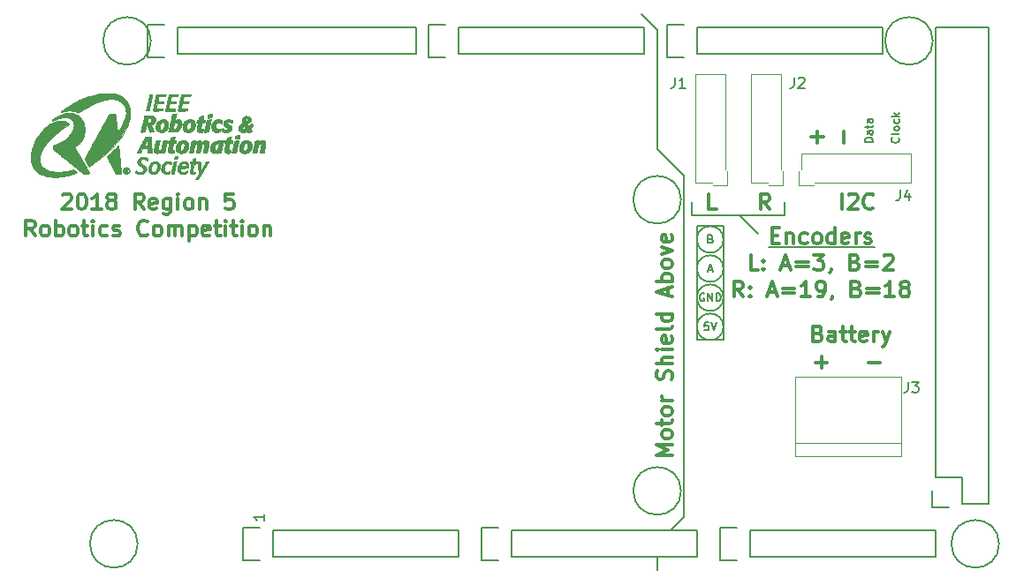
<source format=gto>
G04 #@! TF.FileFunction,Legend,Top*
%FSLAX46Y46*%
G04 Gerber Fmt 4.6, Leading zero omitted, Abs format (unit mm)*
G04 Created by KiCad (PCBNEW 4.0.7) date 03/26/18 14:03:10*
%MOMM*%
%LPD*%
G01*
G04 APERTURE LIST*
%ADD10C,0.100000*%
%ADD11C,0.300000*%
%ADD12C,0.150000*%
%ADD13C,0.190500*%
%ADD14C,0.120000*%
%ADD15C,0.010000*%
G04 APERTURE END LIST*
D10*
D11*
X112435715Y-85676429D02*
X112507144Y-85605000D01*
X112650001Y-85533571D01*
X113007144Y-85533571D01*
X113150001Y-85605000D01*
X113221430Y-85676429D01*
X113292858Y-85819286D01*
X113292858Y-85962143D01*
X113221430Y-86176429D01*
X112364287Y-87033571D01*
X113292858Y-87033571D01*
X114221429Y-85533571D02*
X114364286Y-85533571D01*
X114507143Y-85605000D01*
X114578572Y-85676429D01*
X114650001Y-85819286D01*
X114721429Y-86105000D01*
X114721429Y-86462143D01*
X114650001Y-86747857D01*
X114578572Y-86890714D01*
X114507143Y-86962143D01*
X114364286Y-87033571D01*
X114221429Y-87033571D01*
X114078572Y-86962143D01*
X114007143Y-86890714D01*
X113935715Y-86747857D01*
X113864286Y-86462143D01*
X113864286Y-86105000D01*
X113935715Y-85819286D01*
X114007143Y-85676429D01*
X114078572Y-85605000D01*
X114221429Y-85533571D01*
X116150000Y-87033571D02*
X115292857Y-87033571D01*
X115721429Y-87033571D02*
X115721429Y-85533571D01*
X115578572Y-85747857D01*
X115435714Y-85890714D01*
X115292857Y-85962143D01*
X117007143Y-86176429D02*
X116864285Y-86105000D01*
X116792857Y-86033571D01*
X116721428Y-85890714D01*
X116721428Y-85819286D01*
X116792857Y-85676429D01*
X116864285Y-85605000D01*
X117007143Y-85533571D01*
X117292857Y-85533571D01*
X117435714Y-85605000D01*
X117507143Y-85676429D01*
X117578571Y-85819286D01*
X117578571Y-85890714D01*
X117507143Y-86033571D01*
X117435714Y-86105000D01*
X117292857Y-86176429D01*
X117007143Y-86176429D01*
X116864285Y-86247857D01*
X116792857Y-86319286D01*
X116721428Y-86462143D01*
X116721428Y-86747857D01*
X116792857Y-86890714D01*
X116864285Y-86962143D01*
X117007143Y-87033571D01*
X117292857Y-87033571D01*
X117435714Y-86962143D01*
X117507143Y-86890714D01*
X117578571Y-86747857D01*
X117578571Y-86462143D01*
X117507143Y-86319286D01*
X117435714Y-86247857D01*
X117292857Y-86176429D01*
X120221428Y-87033571D02*
X119721428Y-86319286D01*
X119364285Y-87033571D02*
X119364285Y-85533571D01*
X119935713Y-85533571D01*
X120078571Y-85605000D01*
X120149999Y-85676429D01*
X120221428Y-85819286D01*
X120221428Y-86033571D01*
X120149999Y-86176429D01*
X120078571Y-86247857D01*
X119935713Y-86319286D01*
X119364285Y-86319286D01*
X121435713Y-86962143D02*
X121292856Y-87033571D01*
X121007142Y-87033571D01*
X120864285Y-86962143D01*
X120792856Y-86819286D01*
X120792856Y-86247857D01*
X120864285Y-86105000D01*
X121007142Y-86033571D01*
X121292856Y-86033571D01*
X121435713Y-86105000D01*
X121507142Y-86247857D01*
X121507142Y-86390714D01*
X120792856Y-86533571D01*
X122792856Y-86033571D02*
X122792856Y-87247857D01*
X122721427Y-87390714D01*
X122649999Y-87462143D01*
X122507142Y-87533571D01*
X122292856Y-87533571D01*
X122149999Y-87462143D01*
X122792856Y-86962143D02*
X122649999Y-87033571D01*
X122364285Y-87033571D01*
X122221427Y-86962143D01*
X122149999Y-86890714D01*
X122078570Y-86747857D01*
X122078570Y-86319286D01*
X122149999Y-86176429D01*
X122221427Y-86105000D01*
X122364285Y-86033571D01*
X122649999Y-86033571D01*
X122792856Y-86105000D01*
X123507142Y-87033571D02*
X123507142Y-86033571D01*
X123507142Y-85533571D02*
X123435713Y-85605000D01*
X123507142Y-85676429D01*
X123578570Y-85605000D01*
X123507142Y-85533571D01*
X123507142Y-85676429D01*
X124435714Y-87033571D02*
X124292856Y-86962143D01*
X124221428Y-86890714D01*
X124149999Y-86747857D01*
X124149999Y-86319286D01*
X124221428Y-86176429D01*
X124292856Y-86105000D01*
X124435714Y-86033571D01*
X124649999Y-86033571D01*
X124792856Y-86105000D01*
X124864285Y-86176429D01*
X124935714Y-86319286D01*
X124935714Y-86747857D01*
X124864285Y-86890714D01*
X124792856Y-86962143D01*
X124649999Y-87033571D01*
X124435714Y-87033571D01*
X125578571Y-86033571D02*
X125578571Y-87033571D01*
X125578571Y-86176429D02*
X125649999Y-86105000D01*
X125792857Y-86033571D01*
X126007142Y-86033571D01*
X126149999Y-86105000D01*
X126221428Y-86247857D01*
X126221428Y-87033571D01*
X128792857Y-85533571D02*
X128078571Y-85533571D01*
X128007142Y-86247857D01*
X128078571Y-86176429D01*
X128221428Y-86105000D01*
X128578571Y-86105000D01*
X128721428Y-86176429D01*
X128792857Y-86247857D01*
X128864285Y-86390714D01*
X128864285Y-86747857D01*
X128792857Y-86890714D01*
X128721428Y-86962143D01*
X128578571Y-87033571D01*
X128221428Y-87033571D01*
X128078571Y-86962143D01*
X128007142Y-86890714D01*
X109792857Y-89583571D02*
X109292857Y-88869286D01*
X108935714Y-89583571D02*
X108935714Y-88083571D01*
X109507142Y-88083571D01*
X109650000Y-88155000D01*
X109721428Y-88226429D01*
X109792857Y-88369286D01*
X109792857Y-88583571D01*
X109721428Y-88726429D01*
X109650000Y-88797857D01*
X109507142Y-88869286D01*
X108935714Y-88869286D01*
X110650000Y-89583571D02*
X110507142Y-89512143D01*
X110435714Y-89440714D01*
X110364285Y-89297857D01*
X110364285Y-88869286D01*
X110435714Y-88726429D01*
X110507142Y-88655000D01*
X110650000Y-88583571D01*
X110864285Y-88583571D01*
X111007142Y-88655000D01*
X111078571Y-88726429D01*
X111150000Y-88869286D01*
X111150000Y-89297857D01*
X111078571Y-89440714D01*
X111007142Y-89512143D01*
X110864285Y-89583571D01*
X110650000Y-89583571D01*
X111792857Y-89583571D02*
X111792857Y-88083571D01*
X111792857Y-88655000D02*
X111935714Y-88583571D01*
X112221428Y-88583571D01*
X112364285Y-88655000D01*
X112435714Y-88726429D01*
X112507143Y-88869286D01*
X112507143Y-89297857D01*
X112435714Y-89440714D01*
X112364285Y-89512143D01*
X112221428Y-89583571D01*
X111935714Y-89583571D01*
X111792857Y-89512143D01*
X113364286Y-89583571D02*
X113221428Y-89512143D01*
X113150000Y-89440714D01*
X113078571Y-89297857D01*
X113078571Y-88869286D01*
X113150000Y-88726429D01*
X113221428Y-88655000D01*
X113364286Y-88583571D01*
X113578571Y-88583571D01*
X113721428Y-88655000D01*
X113792857Y-88726429D01*
X113864286Y-88869286D01*
X113864286Y-89297857D01*
X113792857Y-89440714D01*
X113721428Y-89512143D01*
X113578571Y-89583571D01*
X113364286Y-89583571D01*
X114292857Y-88583571D02*
X114864286Y-88583571D01*
X114507143Y-88083571D02*
X114507143Y-89369286D01*
X114578571Y-89512143D01*
X114721429Y-89583571D01*
X114864286Y-89583571D01*
X115364286Y-89583571D02*
X115364286Y-88583571D01*
X115364286Y-88083571D02*
X115292857Y-88155000D01*
X115364286Y-88226429D01*
X115435714Y-88155000D01*
X115364286Y-88083571D01*
X115364286Y-88226429D01*
X116721429Y-89512143D02*
X116578572Y-89583571D01*
X116292858Y-89583571D01*
X116150000Y-89512143D01*
X116078572Y-89440714D01*
X116007143Y-89297857D01*
X116007143Y-88869286D01*
X116078572Y-88726429D01*
X116150000Y-88655000D01*
X116292858Y-88583571D01*
X116578572Y-88583571D01*
X116721429Y-88655000D01*
X117292857Y-89512143D02*
X117435714Y-89583571D01*
X117721429Y-89583571D01*
X117864286Y-89512143D01*
X117935714Y-89369286D01*
X117935714Y-89297857D01*
X117864286Y-89155000D01*
X117721429Y-89083571D01*
X117507143Y-89083571D01*
X117364286Y-89012143D01*
X117292857Y-88869286D01*
X117292857Y-88797857D01*
X117364286Y-88655000D01*
X117507143Y-88583571D01*
X117721429Y-88583571D01*
X117864286Y-88655000D01*
X120578572Y-89440714D02*
X120507143Y-89512143D01*
X120292857Y-89583571D01*
X120150000Y-89583571D01*
X119935715Y-89512143D01*
X119792857Y-89369286D01*
X119721429Y-89226429D01*
X119650000Y-88940714D01*
X119650000Y-88726429D01*
X119721429Y-88440714D01*
X119792857Y-88297857D01*
X119935715Y-88155000D01*
X120150000Y-88083571D01*
X120292857Y-88083571D01*
X120507143Y-88155000D01*
X120578572Y-88226429D01*
X121435715Y-89583571D02*
X121292857Y-89512143D01*
X121221429Y-89440714D01*
X121150000Y-89297857D01*
X121150000Y-88869286D01*
X121221429Y-88726429D01*
X121292857Y-88655000D01*
X121435715Y-88583571D01*
X121650000Y-88583571D01*
X121792857Y-88655000D01*
X121864286Y-88726429D01*
X121935715Y-88869286D01*
X121935715Y-89297857D01*
X121864286Y-89440714D01*
X121792857Y-89512143D01*
X121650000Y-89583571D01*
X121435715Y-89583571D01*
X122578572Y-89583571D02*
X122578572Y-88583571D01*
X122578572Y-88726429D02*
X122650000Y-88655000D01*
X122792858Y-88583571D01*
X123007143Y-88583571D01*
X123150000Y-88655000D01*
X123221429Y-88797857D01*
X123221429Y-89583571D01*
X123221429Y-88797857D02*
X123292858Y-88655000D01*
X123435715Y-88583571D01*
X123650000Y-88583571D01*
X123792858Y-88655000D01*
X123864286Y-88797857D01*
X123864286Y-89583571D01*
X124578572Y-88583571D02*
X124578572Y-90083571D01*
X124578572Y-88655000D02*
X124721429Y-88583571D01*
X125007143Y-88583571D01*
X125150000Y-88655000D01*
X125221429Y-88726429D01*
X125292858Y-88869286D01*
X125292858Y-89297857D01*
X125221429Y-89440714D01*
X125150000Y-89512143D01*
X125007143Y-89583571D01*
X124721429Y-89583571D01*
X124578572Y-89512143D01*
X126507143Y-89512143D02*
X126364286Y-89583571D01*
X126078572Y-89583571D01*
X125935715Y-89512143D01*
X125864286Y-89369286D01*
X125864286Y-88797857D01*
X125935715Y-88655000D01*
X126078572Y-88583571D01*
X126364286Y-88583571D01*
X126507143Y-88655000D01*
X126578572Y-88797857D01*
X126578572Y-88940714D01*
X125864286Y-89083571D01*
X127007143Y-88583571D02*
X127578572Y-88583571D01*
X127221429Y-88083571D02*
X127221429Y-89369286D01*
X127292857Y-89512143D01*
X127435715Y-89583571D01*
X127578572Y-89583571D01*
X128078572Y-89583571D02*
X128078572Y-88583571D01*
X128078572Y-88083571D02*
X128007143Y-88155000D01*
X128078572Y-88226429D01*
X128150000Y-88155000D01*
X128078572Y-88083571D01*
X128078572Y-88226429D01*
X128578572Y-88583571D02*
X129150001Y-88583571D01*
X128792858Y-88083571D02*
X128792858Y-89369286D01*
X128864286Y-89512143D01*
X129007144Y-89583571D01*
X129150001Y-89583571D01*
X129650001Y-89583571D02*
X129650001Y-88583571D01*
X129650001Y-88083571D02*
X129578572Y-88155000D01*
X129650001Y-88226429D01*
X129721429Y-88155000D01*
X129650001Y-88083571D01*
X129650001Y-88226429D01*
X130578573Y-89583571D02*
X130435715Y-89512143D01*
X130364287Y-89440714D01*
X130292858Y-89297857D01*
X130292858Y-88869286D01*
X130364287Y-88726429D01*
X130435715Y-88655000D01*
X130578573Y-88583571D01*
X130792858Y-88583571D01*
X130935715Y-88655000D01*
X131007144Y-88726429D01*
X131078573Y-88869286D01*
X131078573Y-89297857D01*
X131007144Y-89440714D01*
X130935715Y-89512143D01*
X130792858Y-89583571D01*
X130578573Y-89583571D01*
X131721430Y-88583571D02*
X131721430Y-89583571D01*
X131721430Y-88726429D02*
X131792858Y-88655000D01*
X131935716Y-88583571D01*
X132150001Y-88583571D01*
X132292858Y-88655000D01*
X132364287Y-88797857D01*
X132364287Y-89583571D01*
D12*
X175768000Y-88646000D02*
X173228000Y-88646000D01*
X175768000Y-99568000D02*
X175768000Y-88646000D01*
X173228000Y-99568000D02*
X175768000Y-99568000D01*
X173228000Y-88646000D02*
X173228000Y-99568000D01*
X175768000Y-98298000D02*
G75*
G03X175768000Y-98298000I-1270000J0D01*
G01*
X175768000Y-95504000D02*
G75*
G03X175768000Y-95504000I-1270000J0D01*
G01*
X175768000Y-92710000D02*
G75*
G03X175768000Y-92710000I-1270000J0D01*
G01*
X175768000Y-89916000D02*
G75*
G03X175768000Y-89916000I-1270000J0D01*
G01*
D11*
X170858571Y-110647428D02*
X169358571Y-110647428D01*
X170430000Y-110147428D01*
X169358571Y-109647428D01*
X170858571Y-109647428D01*
X170858571Y-108718856D02*
X170787143Y-108861714D01*
X170715714Y-108933142D01*
X170572857Y-109004571D01*
X170144286Y-109004571D01*
X170001429Y-108933142D01*
X169930000Y-108861714D01*
X169858571Y-108718856D01*
X169858571Y-108504571D01*
X169930000Y-108361714D01*
X170001429Y-108290285D01*
X170144286Y-108218856D01*
X170572857Y-108218856D01*
X170715714Y-108290285D01*
X170787143Y-108361714D01*
X170858571Y-108504571D01*
X170858571Y-108718856D01*
X169858571Y-107790285D02*
X169858571Y-107218856D01*
X169358571Y-107575999D02*
X170644286Y-107575999D01*
X170787143Y-107504571D01*
X170858571Y-107361713D01*
X170858571Y-107218856D01*
X170858571Y-106504570D02*
X170787143Y-106647428D01*
X170715714Y-106718856D01*
X170572857Y-106790285D01*
X170144286Y-106790285D01*
X170001429Y-106718856D01*
X169930000Y-106647428D01*
X169858571Y-106504570D01*
X169858571Y-106290285D01*
X169930000Y-106147428D01*
X170001429Y-106075999D01*
X170144286Y-106004570D01*
X170572857Y-106004570D01*
X170715714Y-106075999D01*
X170787143Y-106147428D01*
X170858571Y-106290285D01*
X170858571Y-106504570D01*
X170858571Y-105361713D02*
X169858571Y-105361713D01*
X170144286Y-105361713D02*
X170001429Y-105290285D01*
X169930000Y-105218856D01*
X169858571Y-105075999D01*
X169858571Y-104933142D01*
X170787143Y-103361714D02*
X170858571Y-103147428D01*
X170858571Y-102790285D01*
X170787143Y-102647428D01*
X170715714Y-102575999D01*
X170572857Y-102504571D01*
X170430000Y-102504571D01*
X170287143Y-102575999D01*
X170215714Y-102647428D01*
X170144286Y-102790285D01*
X170072857Y-103075999D01*
X170001429Y-103218857D01*
X169930000Y-103290285D01*
X169787143Y-103361714D01*
X169644286Y-103361714D01*
X169501429Y-103290285D01*
X169430000Y-103218857D01*
X169358571Y-103075999D01*
X169358571Y-102718857D01*
X169430000Y-102504571D01*
X170858571Y-101861714D02*
X169358571Y-101861714D01*
X170858571Y-101218857D02*
X170072857Y-101218857D01*
X169930000Y-101290286D01*
X169858571Y-101433143D01*
X169858571Y-101647428D01*
X169930000Y-101790286D01*
X170001429Y-101861714D01*
X170858571Y-100504571D02*
X169858571Y-100504571D01*
X169358571Y-100504571D02*
X169430000Y-100576000D01*
X169501429Y-100504571D01*
X169430000Y-100433143D01*
X169358571Y-100504571D01*
X169501429Y-100504571D01*
X170787143Y-99218857D02*
X170858571Y-99361714D01*
X170858571Y-99647428D01*
X170787143Y-99790285D01*
X170644286Y-99861714D01*
X170072857Y-99861714D01*
X169930000Y-99790285D01*
X169858571Y-99647428D01*
X169858571Y-99361714D01*
X169930000Y-99218857D01*
X170072857Y-99147428D01*
X170215714Y-99147428D01*
X170358571Y-99861714D01*
X170858571Y-98290285D02*
X170787143Y-98433143D01*
X170644286Y-98504571D01*
X169358571Y-98504571D01*
X170858571Y-97076000D02*
X169358571Y-97076000D01*
X170787143Y-97076000D02*
X170858571Y-97218857D01*
X170858571Y-97504571D01*
X170787143Y-97647429D01*
X170715714Y-97718857D01*
X170572857Y-97790286D01*
X170144286Y-97790286D01*
X170001429Y-97718857D01*
X169930000Y-97647429D01*
X169858571Y-97504571D01*
X169858571Y-97218857D01*
X169930000Y-97076000D01*
X170430000Y-95290286D02*
X170430000Y-94576000D01*
X170858571Y-95433143D02*
X169358571Y-94933143D01*
X170858571Y-94433143D01*
X170858571Y-93933143D02*
X169358571Y-93933143D01*
X169930000Y-93933143D02*
X169858571Y-93790286D01*
X169858571Y-93504572D01*
X169930000Y-93361715D01*
X170001429Y-93290286D01*
X170144286Y-93218857D01*
X170572857Y-93218857D01*
X170715714Y-93290286D01*
X170787143Y-93361715D01*
X170858571Y-93504572D01*
X170858571Y-93790286D01*
X170787143Y-93933143D01*
X170858571Y-92361714D02*
X170787143Y-92504572D01*
X170715714Y-92576000D01*
X170572857Y-92647429D01*
X170144286Y-92647429D01*
X170001429Y-92576000D01*
X169930000Y-92504572D01*
X169858571Y-92361714D01*
X169858571Y-92147429D01*
X169930000Y-92004572D01*
X170001429Y-91933143D01*
X170144286Y-91861714D01*
X170572857Y-91861714D01*
X170715714Y-91933143D01*
X170787143Y-92004572D01*
X170858571Y-92147429D01*
X170858571Y-92361714D01*
X169858571Y-91361714D02*
X170858571Y-91004571D01*
X169858571Y-90647429D01*
X170787143Y-89504572D02*
X170858571Y-89647429D01*
X170858571Y-89933143D01*
X170787143Y-90076000D01*
X170644286Y-90147429D01*
X170072857Y-90147429D01*
X169930000Y-90076000D01*
X169858571Y-89933143D01*
X169858571Y-89647429D01*
X169930000Y-89504572D01*
X170072857Y-89433143D01*
X170215714Y-89433143D01*
X170358571Y-90147429D01*
D12*
X169418000Y-69850000D02*
X167894000Y-68326000D01*
X169418000Y-81280000D02*
X169418000Y-69850000D01*
X171958000Y-83820000D02*
X169418000Y-81280000D01*
X171958000Y-116586000D02*
X171958000Y-83820000D01*
X170688000Y-117856000D02*
X171958000Y-116586000D01*
X169418000Y-121666000D02*
X169418000Y-120396000D01*
X177292000Y-87630000D02*
X179070000Y-89408000D01*
D11*
X184852858Y-98952857D02*
X185067144Y-99024286D01*
X185138572Y-99095714D01*
X185210001Y-99238571D01*
X185210001Y-99452857D01*
X185138572Y-99595714D01*
X185067144Y-99667143D01*
X184924286Y-99738571D01*
X184352858Y-99738571D01*
X184352858Y-98238571D01*
X184852858Y-98238571D01*
X184995715Y-98310000D01*
X185067144Y-98381429D01*
X185138572Y-98524286D01*
X185138572Y-98667143D01*
X185067144Y-98810000D01*
X184995715Y-98881429D01*
X184852858Y-98952857D01*
X184352858Y-98952857D01*
X186495715Y-99738571D02*
X186495715Y-98952857D01*
X186424286Y-98810000D01*
X186281429Y-98738571D01*
X185995715Y-98738571D01*
X185852858Y-98810000D01*
X186495715Y-99667143D02*
X186352858Y-99738571D01*
X185995715Y-99738571D01*
X185852858Y-99667143D01*
X185781429Y-99524286D01*
X185781429Y-99381429D01*
X185852858Y-99238571D01*
X185995715Y-99167143D01*
X186352858Y-99167143D01*
X186495715Y-99095714D01*
X186995715Y-98738571D02*
X187567144Y-98738571D01*
X187210001Y-98238571D02*
X187210001Y-99524286D01*
X187281429Y-99667143D01*
X187424287Y-99738571D01*
X187567144Y-99738571D01*
X187852858Y-98738571D02*
X188424287Y-98738571D01*
X188067144Y-98238571D02*
X188067144Y-99524286D01*
X188138572Y-99667143D01*
X188281430Y-99738571D01*
X188424287Y-99738571D01*
X189495715Y-99667143D02*
X189352858Y-99738571D01*
X189067144Y-99738571D01*
X188924287Y-99667143D01*
X188852858Y-99524286D01*
X188852858Y-98952857D01*
X188924287Y-98810000D01*
X189067144Y-98738571D01*
X189352858Y-98738571D01*
X189495715Y-98810000D01*
X189567144Y-98952857D01*
X189567144Y-99095714D01*
X188852858Y-99238571D01*
X190210001Y-99738571D02*
X190210001Y-98738571D01*
X190210001Y-99024286D02*
X190281429Y-98881429D01*
X190352858Y-98810000D01*
X190495715Y-98738571D01*
X190638572Y-98738571D01*
X190995715Y-98738571D02*
X191352858Y-99738571D01*
X191710000Y-98738571D02*
X191352858Y-99738571D01*
X191210000Y-100095714D01*
X191138572Y-100167143D01*
X190995715Y-100238571D01*
X189674572Y-101707143D02*
X190817429Y-101707143D01*
X184594572Y-101707143D02*
X185737429Y-101707143D01*
X185166000Y-102278571D02*
X185166000Y-101135714D01*
D12*
X180086000Y-90678000D02*
X190246000Y-90678000D01*
D11*
X180451715Y-89544857D02*
X180951715Y-89544857D01*
X181166001Y-90330571D02*
X180451715Y-90330571D01*
X180451715Y-88830571D01*
X181166001Y-88830571D01*
X181808858Y-89330571D02*
X181808858Y-90330571D01*
X181808858Y-89473429D02*
X181880286Y-89402000D01*
X182023144Y-89330571D01*
X182237429Y-89330571D01*
X182380286Y-89402000D01*
X182451715Y-89544857D01*
X182451715Y-90330571D01*
X183808858Y-90259143D02*
X183666001Y-90330571D01*
X183380287Y-90330571D01*
X183237429Y-90259143D01*
X183166001Y-90187714D01*
X183094572Y-90044857D01*
X183094572Y-89616286D01*
X183166001Y-89473429D01*
X183237429Y-89402000D01*
X183380287Y-89330571D01*
X183666001Y-89330571D01*
X183808858Y-89402000D01*
X184666001Y-90330571D02*
X184523143Y-90259143D01*
X184451715Y-90187714D01*
X184380286Y-90044857D01*
X184380286Y-89616286D01*
X184451715Y-89473429D01*
X184523143Y-89402000D01*
X184666001Y-89330571D01*
X184880286Y-89330571D01*
X185023143Y-89402000D01*
X185094572Y-89473429D01*
X185166001Y-89616286D01*
X185166001Y-90044857D01*
X185094572Y-90187714D01*
X185023143Y-90259143D01*
X184880286Y-90330571D01*
X184666001Y-90330571D01*
X186451715Y-90330571D02*
X186451715Y-88830571D01*
X186451715Y-90259143D02*
X186308858Y-90330571D01*
X186023144Y-90330571D01*
X185880286Y-90259143D01*
X185808858Y-90187714D01*
X185737429Y-90044857D01*
X185737429Y-89616286D01*
X185808858Y-89473429D01*
X185880286Y-89402000D01*
X186023144Y-89330571D01*
X186308858Y-89330571D01*
X186451715Y-89402000D01*
X187737429Y-90259143D02*
X187594572Y-90330571D01*
X187308858Y-90330571D01*
X187166001Y-90259143D01*
X187094572Y-90116286D01*
X187094572Y-89544857D01*
X187166001Y-89402000D01*
X187308858Y-89330571D01*
X187594572Y-89330571D01*
X187737429Y-89402000D01*
X187808858Y-89544857D01*
X187808858Y-89687714D01*
X187094572Y-89830571D01*
X188451715Y-90330571D02*
X188451715Y-89330571D01*
X188451715Y-89616286D02*
X188523143Y-89473429D01*
X188594572Y-89402000D01*
X188737429Y-89330571D01*
X188880286Y-89330571D01*
X189308857Y-90259143D02*
X189451714Y-90330571D01*
X189737429Y-90330571D01*
X189880286Y-90259143D01*
X189951714Y-90116286D01*
X189951714Y-90044857D01*
X189880286Y-89902000D01*
X189737429Y-89830571D01*
X189523143Y-89830571D01*
X189380286Y-89759143D01*
X189308857Y-89616286D01*
X189308857Y-89544857D01*
X189380286Y-89402000D01*
X189523143Y-89330571D01*
X189737429Y-89330571D01*
X189880286Y-89402000D01*
X179094572Y-92880571D02*
X178380286Y-92880571D01*
X178380286Y-91380571D01*
X179594572Y-92737714D02*
X179666000Y-92809143D01*
X179594572Y-92880571D01*
X179523143Y-92809143D01*
X179594572Y-92737714D01*
X179594572Y-92880571D01*
X179594572Y-91952000D02*
X179666000Y-92023429D01*
X179594572Y-92094857D01*
X179523143Y-92023429D01*
X179594572Y-91952000D01*
X179594572Y-92094857D01*
X181380286Y-92452000D02*
X182094572Y-92452000D01*
X181237429Y-92880571D02*
X181737429Y-91380571D01*
X182237429Y-92880571D01*
X182737429Y-92094857D02*
X183880286Y-92094857D01*
X183880286Y-92523429D02*
X182737429Y-92523429D01*
X184451715Y-91380571D02*
X185380286Y-91380571D01*
X184880286Y-91952000D01*
X185094572Y-91952000D01*
X185237429Y-92023429D01*
X185308858Y-92094857D01*
X185380286Y-92237714D01*
X185380286Y-92594857D01*
X185308858Y-92737714D01*
X185237429Y-92809143D01*
X185094572Y-92880571D01*
X184666000Y-92880571D01*
X184523143Y-92809143D01*
X184451715Y-92737714D01*
X186094571Y-92809143D02*
X186094571Y-92880571D01*
X186023143Y-93023429D01*
X185951714Y-93094857D01*
X188380286Y-92094857D02*
X188594572Y-92166286D01*
X188666000Y-92237714D01*
X188737429Y-92380571D01*
X188737429Y-92594857D01*
X188666000Y-92737714D01*
X188594572Y-92809143D01*
X188451714Y-92880571D01*
X187880286Y-92880571D01*
X187880286Y-91380571D01*
X188380286Y-91380571D01*
X188523143Y-91452000D01*
X188594572Y-91523429D01*
X188666000Y-91666286D01*
X188666000Y-91809143D01*
X188594572Y-91952000D01*
X188523143Y-92023429D01*
X188380286Y-92094857D01*
X187880286Y-92094857D01*
X189380286Y-92094857D02*
X190523143Y-92094857D01*
X190523143Y-92523429D02*
X189380286Y-92523429D01*
X191166000Y-91523429D02*
X191237429Y-91452000D01*
X191380286Y-91380571D01*
X191737429Y-91380571D01*
X191880286Y-91452000D01*
X191951715Y-91523429D01*
X192023143Y-91666286D01*
X192023143Y-91809143D01*
X191951715Y-92023429D01*
X191094572Y-92880571D01*
X192023143Y-92880571D01*
X177666001Y-95430571D02*
X177166001Y-94716286D01*
X176808858Y-95430571D02*
X176808858Y-93930571D01*
X177380286Y-93930571D01*
X177523144Y-94002000D01*
X177594572Y-94073429D01*
X177666001Y-94216286D01*
X177666001Y-94430571D01*
X177594572Y-94573429D01*
X177523144Y-94644857D01*
X177380286Y-94716286D01*
X176808858Y-94716286D01*
X178308858Y-95287714D02*
X178380286Y-95359143D01*
X178308858Y-95430571D01*
X178237429Y-95359143D01*
X178308858Y-95287714D01*
X178308858Y-95430571D01*
X178308858Y-94502000D02*
X178380286Y-94573429D01*
X178308858Y-94644857D01*
X178237429Y-94573429D01*
X178308858Y-94502000D01*
X178308858Y-94644857D01*
X180094572Y-95002000D02*
X180808858Y-95002000D01*
X179951715Y-95430571D02*
X180451715Y-93930571D01*
X180951715Y-95430571D01*
X181451715Y-94644857D02*
X182594572Y-94644857D01*
X182594572Y-95073429D02*
X181451715Y-95073429D01*
X184094572Y-95430571D02*
X183237429Y-95430571D01*
X183666001Y-95430571D02*
X183666001Y-93930571D01*
X183523144Y-94144857D01*
X183380286Y-94287714D01*
X183237429Y-94359143D01*
X184808857Y-95430571D02*
X185094572Y-95430571D01*
X185237429Y-95359143D01*
X185308857Y-95287714D01*
X185451715Y-95073429D01*
X185523143Y-94787714D01*
X185523143Y-94216286D01*
X185451715Y-94073429D01*
X185380286Y-94002000D01*
X185237429Y-93930571D01*
X184951715Y-93930571D01*
X184808857Y-94002000D01*
X184737429Y-94073429D01*
X184666000Y-94216286D01*
X184666000Y-94573429D01*
X184737429Y-94716286D01*
X184808857Y-94787714D01*
X184951715Y-94859143D01*
X185237429Y-94859143D01*
X185380286Y-94787714D01*
X185451715Y-94716286D01*
X185523143Y-94573429D01*
X186237428Y-95359143D02*
X186237428Y-95430571D01*
X186166000Y-95573429D01*
X186094571Y-95644857D01*
X188523143Y-94644857D02*
X188737429Y-94716286D01*
X188808857Y-94787714D01*
X188880286Y-94930571D01*
X188880286Y-95144857D01*
X188808857Y-95287714D01*
X188737429Y-95359143D01*
X188594571Y-95430571D01*
X188023143Y-95430571D01*
X188023143Y-93930571D01*
X188523143Y-93930571D01*
X188666000Y-94002000D01*
X188737429Y-94073429D01*
X188808857Y-94216286D01*
X188808857Y-94359143D01*
X188737429Y-94502000D01*
X188666000Y-94573429D01*
X188523143Y-94644857D01*
X188023143Y-94644857D01*
X189523143Y-94644857D02*
X190666000Y-94644857D01*
X190666000Y-95073429D02*
X189523143Y-95073429D01*
X192166000Y-95430571D02*
X191308857Y-95430571D01*
X191737429Y-95430571D02*
X191737429Y-93930571D01*
X191594572Y-94144857D01*
X191451714Y-94287714D01*
X191308857Y-94359143D01*
X193023143Y-94573429D02*
X192880285Y-94502000D01*
X192808857Y-94430571D01*
X192737428Y-94287714D01*
X192737428Y-94216286D01*
X192808857Y-94073429D01*
X192880285Y-94002000D01*
X193023143Y-93930571D01*
X193308857Y-93930571D01*
X193451714Y-94002000D01*
X193523143Y-94073429D01*
X193594571Y-94216286D01*
X193594571Y-94287714D01*
X193523143Y-94430571D01*
X193451714Y-94502000D01*
X193308857Y-94573429D01*
X193023143Y-94573429D01*
X192880285Y-94644857D01*
X192808857Y-94716286D01*
X192737428Y-94859143D01*
X192737428Y-95144857D01*
X192808857Y-95287714D01*
X192880285Y-95359143D01*
X193023143Y-95430571D01*
X193308857Y-95430571D01*
X193451714Y-95359143D01*
X193523143Y-95287714D01*
X193594571Y-95144857D01*
X193594571Y-94859143D01*
X193523143Y-94716286D01*
X193451714Y-94644857D01*
X193308857Y-94573429D01*
X187305143Y-80668857D02*
X187305143Y-79526000D01*
D13*
X192550143Y-80155143D02*
X192586429Y-80191429D01*
X192622714Y-80300286D01*
X192622714Y-80372857D01*
X192586429Y-80481714D01*
X192513857Y-80554286D01*
X192441286Y-80590571D01*
X192296143Y-80626857D01*
X192187286Y-80626857D01*
X192042143Y-80590571D01*
X191969571Y-80554286D01*
X191897000Y-80481714D01*
X191860714Y-80372857D01*
X191860714Y-80300286D01*
X191897000Y-80191429D01*
X191933286Y-80155143D01*
X192622714Y-79719714D02*
X192586429Y-79792286D01*
X192513857Y-79828571D01*
X191860714Y-79828571D01*
X192622714Y-79320571D02*
X192586429Y-79393143D01*
X192550143Y-79429428D01*
X192477571Y-79465714D01*
X192259857Y-79465714D01*
X192187286Y-79429428D01*
X192151000Y-79393143D01*
X192114714Y-79320571D01*
X192114714Y-79211714D01*
X192151000Y-79139143D01*
X192187286Y-79102857D01*
X192259857Y-79066571D01*
X192477571Y-79066571D01*
X192550143Y-79102857D01*
X192586429Y-79139143D01*
X192622714Y-79211714D01*
X192622714Y-79320571D01*
X192586429Y-78413428D02*
X192622714Y-78485999D01*
X192622714Y-78631142D01*
X192586429Y-78703714D01*
X192550143Y-78739999D01*
X192477571Y-78776285D01*
X192259857Y-78776285D01*
X192187286Y-78739999D01*
X192151000Y-78703714D01*
X192114714Y-78631142D01*
X192114714Y-78485999D01*
X192151000Y-78413428D01*
X192622714Y-78086856D02*
X191860714Y-78086856D01*
X192332429Y-78014285D02*
X192622714Y-77796571D01*
X192114714Y-77796571D02*
X192405000Y-78086856D01*
X190082714Y-80590571D02*
X189320714Y-80590571D01*
X189320714Y-80409143D01*
X189357000Y-80300286D01*
X189429571Y-80227714D01*
X189502143Y-80191429D01*
X189647286Y-80155143D01*
X189756143Y-80155143D01*
X189901286Y-80191429D01*
X189973857Y-80227714D01*
X190046429Y-80300286D01*
X190082714Y-80409143D01*
X190082714Y-80590571D01*
X190082714Y-79502000D02*
X189683571Y-79502000D01*
X189611000Y-79538286D01*
X189574714Y-79610857D01*
X189574714Y-79756000D01*
X189611000Y-79828571D01*
X190046429Y-79502000D02*
X190082714Y-79574571D01*
X190082714Y-79756000D01*
X190046429Y-79828571D01*
X189973857Y-79864857D01*
X189901286Y-79864857D01*
X189828714Y-79828571D01*
X189792429Y-79756000D01*
X189792429Y-79574571D01*
X189756143Y-79502000D01*
X189574714Y-79248000D02*
X189574714Y-78957714D01*
X189320714Y-79139142D02*
X189973857Y-79139142D01*
X190046429Y-79102857D01*
X190082714Y-79030285D01*
X190082714Y-78957714D01*
X190082714Y-78377142D02*
X189683571Y-78377142D01*
X189611000Y-78413428D01*
X189574714Y-78485999D01*
X189574714Y-78631142D01*
X189611000Y-78703713D01*
X190046429Y-78377142D02*
X190082714Y-78449713D01*
X190082714Y-78631142D01*
X190046429Y-78703713D01*
X189973857Y-78739999D01*
X189901286Y-78739999D01*
X189828714Y-78703713D01*
X189792429Y-78631142D01*
X189792429Y-78449713D01*
X189756143Y-78377142D01*
D11*
X184765143Y-80668857D02*
X184765143Y-79526000D01*
X185336571Y-80097429D02*
X184193714Y-80097429D01*
X187130715Y-87038571D02*
X187130715Y-85538571D01*
X187773572Y-85681429D02*
X187845001Y-85610000D01*
X187987858Y-85538571D01*
X188345001Y-85538571D01*
X188487858Y-85610000D01*
X188559287Y-85681429D01*
X188630715Y-85824286D01*
X188630715Y-85967143D01*
X188559287Y-86181429D01*
X187702144Y-87038571D01*
X188630715Y-87038571D01*
X190130715Y-86895714D02*
X190059286Y-86967143D01*
X189845000Y-87038571D01*
X189702143Y-87038571D01*
X189487858Y-86967143D01*
X189345000Y-86824286D01*
X189273572Y-86681429D01*
X189202143Y-86395714D01*
X189202143Y-86181429D01*
X189273572Y-85895714D01*
X189345000Y-85752857D01*
X189487858Y-85610000D01*
X189702143Y-85538571D01*
X189845000Y-85538571D01*
X190059286Y-85610000D01*
X190130715Y-85681429D01*
X180169286Y-87038571D02*
X179669286Y-86324286D01*
X179312143Y-87038571D02*
X179312143Y-85538571D01*
X179883571Y-85538571D01*
X180026429Y-85610000D01*
X180097857Y-85681429D01*
X180169286Y-85824286D01*
X180169286Y-86038571D01*
X180097857Y-86181429D01*
X180026429Y-86252857D01*
X179883571Y-86324286D01*
X179312143Y-86324286D01*
X175089286Y-87038571D02*
X174375000Y-87038571D01*
X174375000Y-85538571D01*
D12*
X181610000Y-87630000D02*
X181610000Y-86360000D01*
X172720000Y-87630000D02*
X181610000Y-87630000D01*
X172720000Y-86360000D02*
X172720000Y-87630000D01*
D13*
X174352858Y-97880714D02*
X173990001Y-97880714D01*
X173953715Y-98243571D01*
X173990001Y-98207286D01*
X174062572Y-98171000D01*
X174244001Y-98171000D01*
X174316572Y-98207286D01*
X174352858Y-98243571D01*
X174389143Y-98316143D01*
X174389143Y-98497571D01*
X174352858Y-98570143D01*
X174316572Y-98606429D01*
X174244001Y-98642714D01*
X174062572Y-98642714D01*
X173990001Y-98606429D01*
X173953715Y-98570143D01*
X174606857Y-97880714D02*
X174860857Y-98642714D01*
X175114857Y-97880714D01*
X174316572Y-92837000D02*
X174679429Y-92837000D01*
X174244000Y-93054714D02*
X174498000Y-92292714D01*
X174752000Y-93054714D01*
X174552429Y-89861571D02*
X174661286Y-89897857D01*
X174697571Y-89934143D01*
X174733857Y-90006714D01*
X174733857Y-90115571D01*
X174697571Y-90188143D01*
X174661286Y-90224429D01*
X174588714Y-90260714D01*
X174298429Y-90260714D01*
X174298429Y-89498714D01*
X174552429Y-89498714D01*
X174625000Y-89535000D01*
X174661286Y-89571286D01*
X174697571Y-89643857D01*
X174697571Y-89716429D01*
X174661286Y-89789000D01*
X174625000Y-89825286D01*
X174552429Y-89861571D01*
X174298429Y-89861571D01*
X173917428Y-95123000D02*
X173844857Y-95086714D01*
X173736000Y-95086714D01*
X173627143Y-95123000D01*
X173554571Y-95195571D01*
X173518286Y-95268143D01*
X173482000Y-95413286D01*
X173482000Y-95522143D01*
X173518286Y-95667286D01*
X173554571Y-95739857D01*
X173627143Y-95812429D01*
X173736000Y-95848714D01*
X173808571Y-95848714D01*
X173917428Y-95812429D01*
X173953714Y-95776143D01*
X173953714Y-95522143D01*
X173808571Y-95522143D01*
X174280286Y-95848714D02*
X174280286Y-95086714D01*
X174715714Y-95848714D01*
X174715714Y-95086714D01*
X175078572Y-95848714D02*
X175078572Y-95086714D01*
X175260000Y-95086714D01*
X175368857Y-95123000D01*
X175441429Y-95195571D01*
X175477714Y-95268143D01*
X175514000Y-95413286D01*
X175514000Y-95522143D01*
X175477714Y-95667286D01*
X175441429Y-95739857D01*
X175368857Y-95812429D01*
X175260000Y-95848714D01*
X175078572Y-95848714D01*
D12*
X131770381Y-116300285D02*
X131770381Y-116871714D01*
X131770381Y-116586000D02*
X130770381Y-116586000D01*
X130913238Y-116681238D01*
X131008476Y-116776476D01*
X131056095Y-116871714D01*
X201168000Y-115316000D02*
X201168000Y-69596000D01*
X196088000Y-69596000D02*
X196088000Y-112776000D01*
X201168000Y-69596000D02*
X196088000Y-69596000D01*
X201168000Y-115316000D02*
X198628000Y-115316000D01*
X195808000Y-114046000D02*
X195808000Y-115596000D01*
X198628000Y-115316000D02*
X198628000Y-112776000D01*
X198628000Y-112776000D02*
X196088000Y-112776000D01*
X195808000Y-115596000D02*
X197358000Y-115596000D01*
X132588000Y-120396000D02*
X150368000Y-120396000D01*
X150368000Y-120396000D02*
X150368000Y-117856000D01*
X150368000Y-117856000D02*
X132588000Y-117856000D01*
X129768000Y-120676000D02*
X131318000Y-120676000D01*
X132588000Y-120396000D02*
X132588000Y-117856000D01*
X131318000Y-117576000D02*
X129768000Y-117576000D01*
X129768000Y-117576000D02*
X129768000Y-120676000D01*
X155448000Y-120396000D02*
X173228000Y-120396000D01*
X173228000Y-120396000D02*
X173228000Y-117856000D01*
X173228000Y-117856000D02*
X155448000Y-117856000D01*
X152628000Y-120676000D02*
X154178000Y-120676000D01*
X155448000Y-120396000D02*
X155448000Y-117856000D01*
X154178000Y-117576000D02*
X152628000Y-117576000D01*
X152628000Y-117576000D02*
X152628000Y-120676000D01*
X178308000Y-120396000D02*
X196088000Y-120396000D01*
X196088000Y-120396000D02*
X196088000Y-117856000D01*
X196088000Y-117856000D02*
X178308000Y-117856000D01*
X175488000Y-120676000D02*
X177038000Y-120676000D01*
X178308000Y-120396000D02*
X178308000Y-117856000D01*
X177038000Y-117576000D02*
X175488000Y-117576000D01*
X175488000Y-117576000D02*
X175488000Y-120676000D01*
X123444000Y-72136000D02*
X146304000Y-72136000D01*
X146304000Y-72136000D02*
X146304000Y-69596000D01*
X146304000Y-69596000D02*
X123444000Y-69596000D01*
X120624000Y-72416000D02*
X122174000Y-72416000D01*
X123444000Y-72136000D02*
X123444000Y-69596000D01*
X122174000Y-69316000D02*
X120624000Y-69316000D01*
X120624000Y-69316000D02*
X120624000Y-72416000D01*
X150368000Y-72136000D02*
X168148000Y-72136000D01*
X168148000Y-72136000D02*
X168148000Y-69596000D01*
X168148000Y-69596000D02*
X150368000Y-69596000D01*
X147548000Y-72416000D02*
X149098000Y-72416000D01*
X150368000Y-72136000D02*
X150368000Y-69596000D01*
X149098000Y-69316000D02*
X147548000Y-69316000D01*
X147548000Y-69316000D02*
X147548000Y-72416000D01*
X173228000Y-72136000D02*
X191008000Y-72136000D01*
X191008000Y-72136000D02*
X191008000Y-69596000D01*
X191008000Y-69596000D02*
X173228000Y-69596000D01*
X170408000Y-72416000D02*
X171958000Y-72416000D01*
X173228000Y-72136000D02*
X173228000Y-69596000D01*
X171958000Y-69316000D02*
X170408000Y-69316000D01*
X170408000Y-69316000D02*
X170408000Y-72416000D01*
X119634000Y-119126000D02*
G75*
G03X119634000Y-119126000I-2286000J0D01*
G01*
X171704000Y-114046000D02*
G75*
G03X171704000Y-114046000I-2286000J0D01*
G01*
X202184000Y-119126000D02*
G75*
G03X202184000Y-119126000I-2286000J0D01*
G01*
X120904000Y-70866000D02*
G75*
G03X120904000Y-70866000I-2286000J0D01*
G01*
X171704000Y-86106000D02*
G75*
G03X171704000Y-86106000I-2286000J0D01*
G01*
X195834000Y-70866000D02*
G75*
G03X195834000Y-70866000I-2286000J0D01*
G01*
D14*
X174668000Y-84478000D02*
X173078000Y-84478000D01*
X173078000Y-84478000D02*
X173078000Y-74018000D01*
X173078000Y-74018000D02*
X175918000Y-74018000D01*
X175918000Y-74018000D02*
X175918000Y-83228000D01*
X174768000Y-84728000D02*
X176168000Y-84728000D01*
X176168000Y-84728000D02*
X176168000Y-83328000D01*
X180002000Y-84478000D02*
X178412000Y-84478000D01*
X178412000Y-84478000D02*
X178412000Y-74018000D01*
X178412000Y-74018000D02*
X181252000Y-74018000D01*
X181252000Y-74018000D02*
X181252000Y-83228000D01*
X180102000Y-84728000D02*
X181502000Y-84728000D01*
X181502000Y-84728000D02*
X181502000Y-83328000D01*
X192786000Y-109474000D02*
X182626000Y-109474000D01*
X192786000Y-110744000D02*
X192786000Y-103124000D01*
X192786000Y-103124000D02*
X182626000Y-103124000D01*
X182626000Y-103124000D02*
X182626000Y-110744000D01*
X182626000Y-110744000D02*
X192786000Y-110744000D01*
X183238000Y-83228000D02*
X183238000Y-81638000D01*
X183238000Y-81638000D02*
X193698000Y-81638000D01*
X193698000Y-81638000D02*
X193698000Y-84478000D01*
X193698000Y-84478000D02*
X184488000Y-84478000D01*
X182988000Y-83328000D02*
X182988000Y-84728000D01*
X182988000Y-84728000D02*
X184388000Y-84728000D01*
D15*
G36*
X125165882Y-82120677D02*
X125168801Y-82129234D01*
X125168524Y-82145559D01*
X125164802Y-82171340D01*
X125157386Y-82208265D01*
X125146028Y-82258022D01*
X125130478Y-82322299D01*
X125129124Y-82327802D01*
X125097006Y-82458174D01*
X125350388Y-82455403D01*
X125603769Y-82452633D01*
X125615870Y-82494966D01*
X125621650Y-82519464D01*
X125628266Y-82555705D01*
X125635817Y-82604445D01*
X125644407Y-82666442D01*
X125654135Y-82742451D01*
X125665104Y-82833229D01*
X125677415Y-82939532D01*
X125687890Y-83032599D01*
X125694744Y-83093714D01*
X125701075Y-83149381D01*
X125706621Y-83197363D01*
X125711121Y-83235424D01*
X125714314Y-83261326D01*
X125715937Y-83272833D01*
X125715997Y-83273084D01*
X125720848Y-83269045D01*
X125733236Y-83250845D01*
X125752719Y-83219262D01*
X125778857Y-83175071D01*
X125811208Y-83119049D01*
X125849331Y-83051972D01*
X125892786Y-82974615D01*
X125941130Y-82887757D01*
X125993923Y-82792172D01*
X126050723Y-82688637D01*
X126111091Y-82577928D01*
X126112465Y-82575399D01*
X126174604Y-82461099D01*
X126286327Y-82461099D01*
X126332802Y-82461758D01*
X126370173Y-82463606D01*
X126395791Y-82466449D01*
X126406839Y-82469904D01*
X126407694Y-82474403D01*
X126405252Y-82483735D01*
X126399051Y-82498713D01*
X126388634Y-82520153D01*
X126373540Y-82548869D01*
X126353309Y-82585676D01*
X126327483Y-82631390D01*
X126295601Y-82686824D01*
X126257204Y-82752793D01*
X126211832Y-82830113D01*
X126159025Y-82919597D01*
X126098325Y-83022062D01*
X126039271Y-83121499D01*
X125942829Y-83284227D01*
X125849845Y-83442073D01*
X125761365Y-83593241D01*
X125678438Y-83735932D01*
X125602110Y-83868349D01*
X125533429Y-83988693D01*
X125516286Y-84018966D01*
X125444498Y-84145966D01*
X125352299Y-84146732D01*
X125310138Y-84146740D01*
X125270333Y-84146147D01*
X125238352Y-84145065D01*
X125224116Y-84144129D01*
X125202150Y-84141271D01*
X125189415Y-84138065D01*
X125188133Y-84136935D01*
X125192450Y-84129049D01*
X125204638Y-84108687D01*
X125223557Y-84077707D01*
X125248065Y-84037966D01*
X125277019Y-83991324D01*
X125309277Y-83939638D01*
X125313993Y-83932105D01*
X125349209Y-83875650D01*
X125383594Y-83820137D01*
X125415482Y-83768288D01*
X125443205Y-83722820D01*
X125465097Y-83686454D01*
X125478659Y-83663366D01*
X125517467Y-83595633D01*
X125493192Y-83430533D01*
X125481292Y-83350809D01*
X125468375Y-83266422D01*
X125454729Y-83179101D01*
X125440646Y-83090575D01*
X125426415Y-83002573D01*
X125412325Y-82916826D01*
X125398666Y-82835061D01*
X125385728Y-82759009D01*
X125373802Y-82690398D01*
X125363176Y-82630958D01*
X125354141Y-82582418D01*
X125346986Y-82546508D01*
X125342002Y-82524956D01*
X125340750Y-82520924D01*
X125336487Y-82514885D01*
X125331275Y-82520142D01*
X125324042Y-82538554D01*
X125316253Y-82563433D01*
X125306858Y-82592160D01*
X125296614Y-82613164D01*
X125282740Y-82627956D01*
X125262453Y-82638049D01*
X125232972Y-82644955D01*
X125191515Y-82650188D01*
X125149611Y-82654034D01*
X125047589Y-82662833D01*
X124990776Y-82904866D01*
X124970445Y-82991747D01*
X124953695Y-83064063D01*
X124940139Y-83123714D01*
X124929389Y-83172596D01*
X124921058Y-83212608D01*
X124914757Y-83245647D01*
X124910100Y-83273612D01*
X124906697Y-83298399D01*
X124904162Y-83321907D01*
X124903066Y-83334159D01*
X124900782Y-83366244D01*
X124901353Y-83386584D01*
X124905853Y-83400276D01*
X124915359Y-83412412D01*
X124920747Y-83417916D01*
X124933317Y-83429413D01*
X124945523Y-83435843D01*
X124962203Y-83438208D01*
X124988192Y-83437513D01*
X125008706Y-83436153D01*
X125044439Y-83433140D01*
X125077165Y-83429535D01*
X125100172Y-83426084D01*
X125101252Y-83425866D01*
X125121503Y-83424572D01*
X125132456Y-83432225D01*
X125134532Y-83450527D01*
X125128152Y-83481182D01*
X125120834Y-83505017D01*
X125103240Y-83551473D01*
X125083486Y-83585794D01*
X125058907Y-83609546D01*
X125026838Y-83624294D01*
X124984614Y-83631603D01*
X124929570Y-83633040D01*
X124904057Y-83632346D01*
X124862320Y-83630227D01*
X124831717Y-83626664D01*
X124806447Y-83620386D01*
X124780711Y-83610119D01*
X124761850Y-83601130D01*
X124722826Y-83579039D01*
X124695789Y-83556174D01*
X124681907Y-83538384D01*
X124672355Y-83523055D01*
X124665913Y-83508774D01*
X124661981Y-83491808D01*
X124659961Y-83468428D01*
X124659251Y-83434903D01*
X124659228Y-83397266D01*
X124659693Y-83362099D01*
X124661142Y-83328543D01*
X124663926Y-83294577D01*
X124668395Y-83258180D01*
X124674900Y-83217331D01*
X124683792Y-83170007D01*
X124695422Y-83114188D01*
X124710140Y-83047852D01*
X124728298Y-82968977D01*
X124748414Y-82883294D01*
X124762000Y-82825410D01*
X124774192Y-82772784D01*
X124784472Y-82727715D01*
X124792319Y-82692502D01*
X124797214Y-82669445D01*
X124798666Y-82661044D01*
X124790523Y-82655498D01*
X124767142Y-82652251D01*
X124741516Y-82651484D01*
X124699479Y-82650560D01*
X124671633Y-82647370D01*
X124655288Y-82640983D01*
X124647755Y-82630470D01*
X124646266Y-82618524D01*
X124649028Y-82591159D01*
X124656192Y-82557924D01*
X124666079Y-82524513D01*
X124677009Y-82496619D01*
X124687091Y-82480148D01*
X124706733Y-82469656D01*
X124743128Y-82460875D01*
X124773504Y-82456371D01*
X124806659Y-82451654D01*
X124832976Y-82446832D01*
X124848228Y-82442721D01*
X124850210Y-82441556D01*
X124853958Y-82431318D01*
X124860204Y-82408209D01*
X124867998Y-82375934D01*
X124874411Y-82347361D01*
X124883794Y-82305662D01*
X124893368Y-82265483D01*
X124901726Y-82232621D01*
X124905555Y-82218889D01*
X124912820Y-82197018D01*
X124921407Y-82183351D01*
X124935837Y-82173869D01*
X124960630Y-82164550D01*
X124970253Y-82161354D01*
X125002988Y-82151539D01*
X125041817Y-82141345D01*
X125081986Y-82131855D01*
X125118743Y-82124148D01*
X125147337Y-82119306D01*
X125160015Y-82118200D01*
X125165882Y-82120677D01*
X125165882Y-82120677D01*
G37*
X125165882Y-82120677D02*
X125168801Y-82129234D01*
X125168524Y-82145559D01*
X125164802Y-82171340D01*
X125157386Y-82208265D01*
X125146028Y-82258022D01*
X125130478Y-82322299D01*
X125129124Y-82327802D01*
X125097006Y-82458174D01*
X125350388Y-82455403D01*
X125603769Y-82452633D01*
X125615870Y-82494966D01*
X125621650Y-82519464D01*
X125628266Y-82555705D01*
X125635817Y-82604445D01*
X125644407Y-82666442D01*
X125654135Y-82742451D01*
X125665104Y-82833229D01*
X125677415Y-82939532D01*
X125687890Y-83032599D01*
X125694744Y-83093714D01*
X125701075Y-83149381D01*
X125706621Y-83197363D01*
X125711121Y-83235424D01*
X125714314Y-83261326D01*
X125715937Y-83272833D01*
X125715997Y-83273084D01*
X125720848Y-83269045D01*
X125733236Y-83250845D01*
X125752719Y-83219262D01*
X125778857Y-83175071D01*
X125811208Y-83119049D01*
X125849331Y-83051972D01*
X125892786Y-82974615D01*
X125941130Y-82887757D01*
X125993923Y-82792172D01*
X126050723Y-82688637D01*
X126111091Y-82577928D01*
X126112465Y-82575399D01*
X126174604Y-82461099D01*
X126286327Y-82461099D01*
X126332802Y-82461758D01*
X126370173Y-82463606D01*
X126395791Y-82466449D01*
X126406839Y-82469904D01*
X126407694Y-82474403D01*
X126405252Y-82483735D01*
X126399051Y-82498713D01*
X126388634Y-82520153D01*
X126373540Y-82548869D01*
X126353309Y-82585676D01*
X126327483Y-82631390D01*
X126295601Y-82686824D01*
X126257204Y-82752793D01*
X126211832Y-82830113D01*
X126159025Y-82919597D01*
X126098325Y-83022062D01*
X126039271Y-83121499D01*
X125942829Y-83284227D01*
X125849845Y-83442073D01*
X125761365Y-83593241D01*
X125678438Y-83735932D01*
X125602110Y-83868349D01*
X125533429Y-83988693D01*
X125516286Y-84018966D01*
X125444498Y-84145966D01*
X125352299Y-84146732D01*
X125310138Y-84146740D01*
X125270333Y-84146147D01*
X125238352Y-84145065D01*
X125224116Y-84144129D01*
X125202150Y-84141271D01*
X125189415Y-84138065D01*
X125188133Y-84136935D01*
X125192450Y-84129049D01*
X125204638Y-84108687D01*
X125223557Y-84077707D01*
X125248065Y-84037966D01*
X125277019Y-83991324D01*
X125309277Y-83939638D01*
X125313993Y-83932105D01*
X125349209Y-83875650D01*
X125383594Y-83820137D01*
X125415482Y-83768288D01*
X125443205Y-83722820D01*
X125465097Y-83686454D01*
X125478659Y-83663366D01*
X125517467Y-83595633D01*
X125493192Y-83430533D01*
X125481292Y-83350809D01*
X125468375Y-83266422D01*
X125454729Y-83179101D01*
X125440646Y-83090575D01*
X125426415Y-83002573D01*
X125412325Y-82916826D01*
X125398666Y-82835061D01*
X125385728Y-82759009D01*
X125373802Y-82690398D01*
X125363176Y-82630958D01*
X125354141Y-82582418D01*
X125346986Y-82546508D01*
X125342002Y-82524956D01*
X125340750Y-82520924D01*
X125336487Y-82514885D01*
X125331275Y-82520142D01*
X125324042Y-82538554D01*
X125316253Y-82563433D01*
X125306858Y-82592160D01*
X125296614Y-82613164D01*
X125282740Y-82627956D01*
X125262453Y-82638049D01*
X125232972Y-82644955D01*
X125191515Y-82650188D01*
X125149611Y-82654034D01*
X125047589Y-82662833D01*
X124990776Y-82904866D01*
X124970445Y-82991747D01*
X124953695Y-83064063D01*
X124940139Y-83123714D01*
X124929389Y-83172596D01*
X124921058Y-83212608D01*
X124914757Y-83245647D01*
X124910100Y-83273612D01*
X124906697Y-83298399D01*
X124904162Y-83321907D01*
X124903066Y-83334159D01*
X124900782Y-83366244D01*
X124901353Y-83386584D01*
X124905853Y-83400276D01*
X124915359Y-83412412D01*
X124920747Y-83417916D01*
X124933317Y-83429413D01*
X124945523Y-83435843D01*
X124962203Y-83438208D01*
X124988192Y-83437513D01*
X125008706Y-83436153D01*
X125044439Y-83433140D01*
X125077165Y-83429535D01*
X125100172Y-83426084D01*
X125101252Y-83425866D01*
X125121503Y-83424572D01*
X125132456Y-83432225D01*
X125134532Y-83450527D01*
X125128152Y-83481182D01*
X125120834Y-83505017D01*
X125103240Y-83551473D01*
X125083486Y-83585794D01*
X125058907Y-83609546D01*
X125026838Y-83624294D01*
X124984614Y-83631603D01*
X124929570Y-83633040D01*
X124904057Y-83632346D01*
X124862320Y-83630227D01*
X124831717Y-83626664D01*
X124806447Y-83620386D01*
X124780711Y-83610119D01*
X124761850Y-83601130D01*
X124722826Y-83579039D01*
X124695789Y-83556174D01*
X124681907Y-83538384D01*
X124672355Y-83523055D01*
X124665913Y-83508774D01*
X124661981Y-83491808D01*
X124659961Y-83468428D01*
X124659251Y-83434903D01*
X124659228Y-83397266D01*
X124659693Y-83362099D01*
X124661142Y-83328543D01*
X124663926Y-83294577D01*
X124668395Y-83258180D01*
X124674900Y-83217331D01*
X124683792Y-83170007D01*
X124695422Y-83114188D01*
X124710140Y-83047852D01*
X124728298Y-82968977D01*
X124748414Y-82883294D01*
X124762000Y-82825410D01*
X124774192Y-82772784D01*
X124784472Y-82727715D01*
X124792319Y-82692502D01*
X124797214Y-82669445D01*
X124798666Y-82661044D01*
X124790523Y-82655498D01*
X124767142Y-82652251D01*
X124741516Y-82651484D01*
X124699479Y-82650560D01*
X124671633Y-82647370D01*
X124655288Y-82640983D01*
X124647755Y-82630470D01*
X124646266Y-82618524D01*
X124649028Y-82591159D01*
X124656192Y-82557924D01*
X124666079Y-82524513D01*
X124677009Y-82496619D01*
X124687091Y-82480148D01*
X124706733Y-82469656D01*
X124743128Y-82460875D01*
X124773504Y-82456371D01*
X124806659Y-82451654D01*
X124832976Y-82446832D01*
X124848228Y-82442721D01*
X124850210Y-82441556D01*
X124853958Y-82431318D01*
X124860204Y-82408209D01*
X124867998Y-82375934D01*
X124874411Y-82347361D01*
X124883794Y-82305662D01*
X124893368Y-82265483D01*
X124901726Y-82232621D01*
X124905555Y-82218889D01*
X124912820Y-82197018D01*
X124921407Y-82183351D01*
X124935837Y-82173869D01*
X124960630Y-82164550D01*
X124970253Y-82161354D01*
X125002988Y-82151539D01*
X125041817Y-82141345D01*
X125081986Y-82131855D01*
X125118743Y-82124148D01*
X125147337Y-82119306D01*
X125160015Y-82118200D01*
X125165882Y-82120677D01*
G36*
X112452980Y-78519374D02*
X112564160Y-78534437D01*
X112630022Y-78550319D01*
X112698646Y-78573392D01*
X112768934Y-78602828D01*
X112837445Y-78636747D01*
X112900739Y-78673267D01*
X112955376Y-78710509D01*
X112997917Y-78746593D01*
X113007622Y-78756707D01*
X113033212Y-78790184D01*
X113044033Y-78818554D01*
X113040667Y-78843861D01*
X113035240Y-78853950D01*
X113025237Y-78863261D01*
X113002735Y-78880651D01*
X112969409Y-78904937D01*
X112926935Y-78934936D01*
X112876991Y-78969463D01*
X112821250Y-79007334D01*
X112761390Y-79047368D01*
X112761257Y-79047456D01*
X112553949Y-79188191D01*
X112360092Y-79326621D01*
X112176847Y-79465060D01*
X112001372Y-79605818D01*
X111830829Y-79751206D01*
X111662375Y-79903536D01*
X111493171Y-80065120D01*
X111412540Y-80144957D01*
X111282501Y-80277407D01*
X111164508Y-80402612D01*
X111056598Y-80522839D01*
X110956809Y-80640358D01*
X110863179Y-80757440D01*
X110773747Y-80876352D01*
X110740917Y-80921843D01*
X110633839Y-81081069D01*
X110537969Y-81242635D01*
X110454100Y-81404838D01*
X110383020Y-81565973D01*
X110325522Y-81724336D01*
X110282394Y-81878225D01*
X110269281Y-81938462D01*
X110260856Y-81992247D01*
X110254061Y-82058180D01*
X110249050Y-82131784D01*
X110245974Y-82208582D01*
X110244986Y-82284099D01*
X110246238Y-82353859D01*
X110249883Y-82413384D01*
X110252352Y-82435699D01*
X110274346Y-82541958D01*
X110311580Y-82648810D01*
X110362632Y-82753845D01*
X110426078Y-82854652D01*
X110500494Y-82948820D01*
X110584457Y-83033939D01*
X110627209Y-83070452D01*
X110741542Y-83152109D01*
X110869097Y-83223696D01*
X111009430Y-83285142D01*
X111162096Y-83336375D01*
X111326652Y-83377324D01*
X111502652Y-83407916D01*
X111689651Y-83428080D01*
X111887207Y-83437745D01*
X112094874Y-83436838D01*
X112312208Y-83425289D01*
X112538764Y-83403026D01*
X112623600Y-83392225D01*
X112804567Y-83365188D01*
X112979554Y-83333834D01*
X113145106Y-83298846D01*
X113297767Y-83260902D01*
X113316338Y-83255829D01*
X113373592Y-83240718D01*
X113417802Y-83231068D01*
X113451905Y-83226745D01*
X113478839Y-83227612D01*
X113501541Y-83233533D01*
X113522947Y-83244372D01*
X113525786Y-83246134D01*
X113547946Y-83261588D01*
X113579262Y-83285334D01*
X113616395Y-83314637D01*
X113656007Y-83346765D01*
X113694759Y-83378982D01*
X113729310Y-83408554D01*
X113756322Y-83432747D01*
X113770007Y-83446121D01*
X113784955Y-83463752D01*
X113788849Y-83475280D01*
X113783372Y-83485760D01*
X113783239Y-83485921D01*
X113763277Y-83502198D01*
X113728395Y-83521810D01*
X113680159Y-83544225D01*
X113620134Y-83568913D01*
X113549886Y-83595342D01*
X113470983Y-83622983D01*
X113384989Y-83651306D01*
X113293470Y-83679779D01*
X113197993Y-83707871D01*
X113100124Y-83735054D01*
X113001429Y-83760795D01*
X112903474Y-83784565D01*
X112897813Y-83785880D01*
X112705473Y-83826806D01*
X112508831Y-83861697D01*
X112311010Y-83890212D01*
X112115133Y-83912010D01*
X111924323Y-83926752D01*
X111741703Y-83934097D01*
X111570396Y-83933703D01*
X111548333Y-83933040D01*
X111331674Y-83919561D01*
X111124583Y-83894137D01*
X110927423Y-83856967D01*
X110740560Y-83808246D01*
X110564355Y-83748173D01*
X110399175Y-83676942D01*
X110245382Y-83594752D01*
X110103340Y-83501799D01*
X109973413Y-83398280D01*
X109855966Y-83284392D01*
X109751362Y-83160332D01*
X109659965Y-83026296D01*
X109582138Y-82882482D01*
X109573907Y-82864963D01*
X109534593Y-82774121D01*
X109501582Y-82684244D01*
X109474565Y-82593248D01*
X109453232Y-82499049D01*
X109437277Y-82399565D01*
X109426389Y-82292712D01*
X109420260Y-82176407D01*
X109418582Y-82048567D01*
X109421045Y-81907107D01*
X109423081Y-81847266D01*
X109427182Y-81753727D01*
X109432060Y-81673531D01*
X109438162Y-81603092D01*
X109445937Y-81538822D01*
X109455833Y-81477136D01*
X109468300Y-81414446D01*
X109483785Y-81347166D01*
X109487502Y-81331955D01*
X109550697Y-81108278D01*
X109630070Y-80883555D01*
X109725006Y-80658936D01*
X109834895Y-80435575D01*
X109959122Y-80214621D01*
X110097074Y-79997226D01*
X110248140Y-79784541D01*
X110411705Y-79577718D01*
X110438087Y-79546319D01*
X110578070Y-79388227D01*
X110716838Y-79246140D01*
X110855337Y-79119264D01*
X110994512Y-79006809D01*
X111135310Y-78907983D01*
X111278676Y-78821994D01*
X111346590Y-78786106D01*
X111491781Y-78717725D01*
X111638045Y-78658797D01*
X111783862Y-78609600D01*
X111927710Y-78570415D01*
X112068067Y-78541520D01*
X112203412Y-78523195D01*
X112332223Y-78515720D01*
X112452980Y-78519374D01*
X112452980Y-78519374D01*
G37*
X112452980Y-78519374D02*
X112564160Y-78534437D01*
X112630022Y-78550319D01*
X112698646Y-78573392D01*
X112768934Y-78602828D01*
X112837445Y-78636747D01*
X112900739Y-78673267D01*
X112955376Y-78710509D01*
X112997917Y-78746593D01*
X113007622Y-78756707D01*
X113033212Y-78790184D01*
X113044033Y-78818554D01*
X113040667Y-78843861D01*
X113035240Y-78853950D01*
X113025237Y-78863261D01*
X113002735Y-78880651D01*
X112969409Y-78904937D01*
X112926935Y-78934936D01*
X112876991Y-78969463D01*
X112821250Y-79007334D01*
X112761390Y-79047368D01*
X112761257Y-79047456D01*
X112553949Y-79188191D01*
X112360092Y-79326621D01*
X112176847Y-79465060D01*
X112001372Y-79605818D01*
X111830829Y-79751206D01*
X111662375Y-79903536D01*
X111493171Y-80065120D01*
X111412540Y-80144957D01*
X111282501Y-80277407D01*
X111164508Y-80402612D01*
X111056598Y-80522839D01*
X110956809Y-80640358D01*
X110863179Y-80757440D01*
X110773747Y-80876352D01*
X110740917Y-80921843D01*
X110633839Y-81081069D01*
X110537969Y-81242635D01*
X110454100Y-81404838D01*
X110383020Y-81565973D01*
X110325522Y-81724336D01*
X110282394Y-81878225D01*
X110269281Y-81938462D01*
X110260856Y-81992247D01*
X110254061Y-82058180D01*
X110249050Y-82131784D01*
X110245974Y-82208582D01*
X110244986Y-82284099D01*
X110246238Y-82353859D01*
X110249883Y-82413384D01*
X110252352Y-82435699D01*
X110274346Y-82541958D01*
X110311580Y-82648810D01*
X110362632Y-82753845D01*
X110426078Y-82854652D01*
X110500494Y-82948820D01*
X110584457Y-83033939D01*
X110627209Y-83070452D01*
X110741542Y-83152109D01*
X110869097Y-83223696D01*
X111009430Y-83285142D01*
X111162096Y-83336375D01*
X111326652Y-83377324D01*
X111502652Y-83407916D01*
X111689651Y-83428080D01*
X111887207Y-83437745D01*
X112094874Y-83436838D01*
X112312208Y-83425289D01*
X112538764Y-83403026D01*
X112623600Y-83392225D01*
X112804567Y-83365188D01*
X112979554Y-83333834D01*
X113145106Y-83298846D01*
X113297767Y-83260902D01*
X113316338Y-83255829D01*
X113373592Y-83240718D01*
X113417802Y-83231068D01*
X113451905Y-83226745D01*
X113478839Y-83227612D01*
X113501541Y-83233533D01*
X113522947Y-83244372D01*
X113525786Y-83246134D01*
X113547946Y-83261588D01*
X113579262Y-83285334D01*
X113616395Y-83314637D01*
X113656007Y-83346765D01*
X113694759Y-83378982D01*
X113729310Y-83408554D01*
X113756322Y-83432747D01*
X113770007Y-83446121D01*
X113784955Y-83463752D01*
X113788849Y-83475280D01*
X113783372Y-83485760D01*
X113783239Y-83485921D01*
X113763277Y-83502198D01*
X113728395Y-83521810D01*
X113680159Y-83544225D01*
X113620134Y-83568913D01*
X113549886Y-83595342D01*
X113470983Y-83622983D01*
X113384989Y-83651306D01*
X113293470Y-83679779D01*
X113197993Y-83707871D01*
X113100124Y-83735054D01*
X113001429Y-83760795D01*
X112903474Y-83784565D01*
X112897813Y-83785880D01*
X112705473Y-83826806D01*
X112508831Y-83861697D01*
X112311010Y-83890212D01*
X112115133Y-83912010D01*
X111924323Y-83926752D01*
X111741703Y-83934097D01*
X111570396Y-83933703D01*
X111548333Y-83933040D01*
X111331674Y-83919561D01*
X111124583Y-83894137D01*
X110927423Y-83856967D01*
X110740560Y-83808246D01*
X110564355Y-83748173D01*
X110399175Y-83676942D01*
X110245382Y-83594752D01*
X110103340Y-83501799D01*
X109973413Y-83398280D01*
X109855966Y-83284392D01*
X109751362Y-83160332D01*
X109659965Y-83026296D01*
X109582138Y-82882482D01*
X109573907Y-82864963D01*
X109534593Y-82774121D01*
X109501582Y-82684244D01*
X109474565Y-82593248D01*
X109453232Y-82499049D01*
X109437277Y-82399565D01*
X109426389Y-82292712D01*
X109420260Y-82176407D01*
X109418582Y-82048567D01*
X109421045Y-81907107D01*
X109423081Y-81847266D01*
X109427182Y-81753727D01*
X109432060Y-81673531D01*
X109438162Y-81603092D01*
X109445937Y-81538822D01*
X109455833Y-81477136D01*
X109468300Y-81414446D01*
X109483785Y-81347166D01*
X109487502Y-81331955D01*
X109550697Y-81108278D01*
X109630070Y-80883555D01*
X109725006Y-80658936D01*
X109834895Y-80435575D01*
X109959122Y-80214621D01*
X110097074Y-79997226D01*
X110248140Y-79784541D01*
X110411705Y-79577718D01*
X110438087Y-79546319D01*
X110578070Y-79388227D01*
X110716838Y-79246140D01*
X110855337Y-79119264D01*
X110994512Y-79006809D01*
X111135310Y-78907983D01*
X111278676Y-78821994D01*
X111346590Y-78786106D01*
X111491781Y-78717725D01*
X111638045Y-78658797D01*
X111783862Y-78609600D01*
X111927710Y-78570415D01*
X112068067Y-78541520D01*
X112203412Y-78523195D01*
X112332223Y-78515720D01*
X112452980Y-78519374D01*
G36*
X118585606Y-82990715D02*
X118658221Y-83012409D01*
X118673897Y-83019206D01*
X118733275Y-83055456D01*
X118783325Y-83104618D01*
X118822437Y-83164534D01*
X118849002Y-83233043D01*
X118855962Y-83263490D01*
X118861074Y-83335104D01*
X118850436Y-83403688D01*
X118825182Y-83467477D01*
X118786448Y-83524706D01*
X118735369Y-83573609D01*
X118673081Y-83612423D01*
X118617230Y-83634626D01*
X118548896Y-83648311D01*
X118481909Y-83645778D01*
X118446770Y-83638142D01*
X118382976Y-83612093D01*
X118325348Y-83571920D01*
X118275875Y-83519913D01*
X118236543Y-83458359D01*
X118209342Y-83389545D01*
X118201400Y-83355811D01*
X118196434Y-83322354D01*
X118196508Y-83316233D01*
X118275226Y-83316233D01*
X118275979Y-83353226D01*
X118279375Y-83379919D01*
X118286869Y-83402905D01*
X118299920Y-83428776D01*
X118300214Y-83429309D01*
X118337836Y-83482155D01*
X118384694Y-83524021D01*
X118438175Y-83553924D01*
X118495661Y-83570883D01*
X118554538Y-83573914D01*
X118612189Y-83562035D01*
X118632091Y-83553943D01*
X118686431Y-83520248D01*
X118729624Y-83476485D01*
X118761177Y-83425182D01*
X118780597Y-83368864D01*
X118787392Y-83310056D01*
X118781068Y-83251286D01*
X118761133Y-83195079D01*
X118727093Y-83143961D01*
X118714698Y-83130635D01*
X118664705Y-83091485D01*
X118608262Y-83067838D01*
X118544747Y-83059467D01*
X118520633Y-83060110D01*
X118451404Y-83071673D01*
X118392167Y-83096772D01*
X118343219Y-83135212D01*
X118304859Y-83186796D01*
X118293322Y-83209363D01*
X118282543Y-83239242D01*
X118276866Y-83273461D01*
X118275226Y-83316233D01*
X118196508Y-83316233D01*
X118196756Y-83296039D01*
X118202846Y-83267774D01*
X118206737Y-83254746D01*
X118238040Y-83176982D01*
X118279082Y-83111491D01*
X118328583Y-83058919D01*
X118385265Y-83019911D01*
X118447849Y-82995111D01*
X118515055Y-82985164D01*
X118585606Y-82990715D01*
X118585606Y-82990715D01*
G37*
X118585606Y-82990715D02*
X118658221Y-83012409D01*
X118673897Y-83019206D01*
X118733275Y-83055456D01*
X118783325Y-83104618D01*
X118822437Y-83164534D01*
X118849002Y-83233043D01*
X118855962Y-83263490D01*
X118861074Y-83335104D01*
X118850436Y-83403688D01*
X118825182Y-83467477D01*
X118786448Y-83524706D01*
X118735369Y-83573609D01*
X118673081Y-83612423D01*
X118617230Y-83634626D01*
X118548896Y-83648311D01*
X118481909Y-83645778D01*
X118446770Y-83638142D01*
X118382976Y-83612093D01*
X118325348Y-83571920D01*
X118275875Y-83519913D01*
X118236543Y-83458359D01*
X118209342Y-83389545D01*
X118201400Y-83355811D01*
X118196434Y-83322354D01*
X118196508Y-83316233D01*
X118275226Y-83316233D01*
X118275979Y-83353226D01*
X118279375Y-83379919D01*
X118286869Y-83402905D01*
X118299920Y-83428776D01*
X118300214Y-83429309D01*
X118337836Y-83482155D01*
X118384694Y-83524021D01*
X118438175Y-83553924D01*
X118495661Y-83570883D01*
X118554538Y-83573914D01*
X118612189Y-83562035D01*
X118632091Y-83553943D01*
X118686431Y-83520248D01*
X118729624Y-83476485D01*
X118761177Y-83425182D01*
X118780597Y-83368864D01*
X118787392Y-83310056D01*
X118781068Y-83251286D01*
X118761133Y-83195079D01*
X118727093Y-83143961D01*
X118714698Y-83130635D01*
X118664705Y-83091485D01*
X118608262Y-83067838D01*
X118544747Y-83059467D01*
X118520633Y-83060110D01*
X118451404Y-83071673D01*
X118392167Y-83096772D01*
X118343219Y-83135212D01*
X118304859Y-83186796D01*
X118293322Y-83209363D01*
X118282543Y-83239242D01*
X118276866Y-83273461D01*
X118275226Y-83316233D01*
X118196508Y-83316233D01*
X118196756Y-83296039D01*
X118202846Y-83267774D01*
X118206737Y-83254746D01*
X118238040Y-83176982D01*
X118279082Y-83111491D01*
X118328583Y-83058919D01*
X118385265Y-83019911D01*
X118447849Y-82995111D01*
X118515055Y-82985164D01*
X118585606Y-82990715D01*
G36*
X120216065Y-82019377D02*
X120281300Y-82023349D01*
X120341601Y-82029626D01*
X120392778Y-82038044D01*
X120425633Y-82046647D01*
X120465262Y-82061576D01*
X120507286Y-82079836D01*
X120546696Y-82099035D01*
X120578488Y-82116778D01*
X120593176Y-82126770D01*
X120606336Y-82139134D01*
X120610550Y-82152249D01*
X120607657Y-82173206D01*
X120606535Y-82178306D01*
X120597406Y-82212178D01*
X120585172Y-82248513D01*
X120571370Y-82283712D01*
X120557535Y-82314177D01*
X120545203Y-82336308D01*
X120535912Y-82346507D01*
X120534609Y-82346799D01*
X120522432Y-82341737D01*
X120501448Y-82328319D01*
X120475715Y-82309197D01*
X120469608Y-82304317D01*
X120420175Y-82269525D01*
X120368190Y-82244523D01*
X120308796Y-82227399D01*
X120249395Y-82217676D01*
X120165640Y-82212996D01*
X120090719Y-82220243D01*
X120025548Y-82238831D01*
X119971041Y-82268176D01*
X119928114Y-82307693D01*
X119897681Y-82356796D01*
X119880657Y-82414901D01*
X119877231Y-82455650D01*
X119880076Y-82503414D01*
X119889819Y-82537228D01*
X119890442Y-82538447D01*
X119913152Y-82569746D01*
X119950262Y-82604058D01*
X120002360Y-82641844D01*
X120070032Y-82683564D01*
X120090852Y-82695451D01*
X120177488Y-82745602D01*
X120249751Y-82790856D01*
X120308990Y-82832608D01*
X120356552Y-82872256D01*
X120393787Y-82911196D01*
X120422041Y-82950824D01*
X120442664Y-82992537D01*
X120457002Y-83037731D01*
X120465846Y-83083886D01*
X120470150Y-83169990D01*
X120458679Y-83254444D01*
X120432592Y-83335318D01*
X120393043Y-83410682D01*
X120341192Y-83478607D01*
X120278194Y-83537162D01*
X120205206Y-83584419D01*
X120151139Y-83608856D01*
X120099671Y-83623998D01*
X120035849Y-83635931D01*
X119963995Y-83644406D01*
X119888427Y-83649173D01*
X119813465Y-83649980D01*
X119743430Y-83646577D01*
X119682641Y-83638715D01*
X119672100Y-83636613D01*
X119610739Y-83619640D01*
X119542985Y-83594362D01*
X119475430Y-83563345D01*
X119451967Y-83551015D01*
X119425326Y-83534335D01*
X119411400Y-83519249D01*
X119407011Y-83505208D01*
X119407824Y-83488032D01*
X119412068Y-83460141D01*
X119418816Y-83425502D01*
X119427142Y-83388084D01*
X119436117Y-83351856D01*
X119444814Y-83320787D01*
X119452307Y-83298846D01*
X119457256Y-83290180D01*
X119467138Y-83292819D01*
X119486116Y-83304285D01*
X119510519Y-83322287D01*
X119516800Y-83327347D01*
X119591596Y-83379239D01*
X119671477Y-83416051D01*
X119757990Y-83438273D01*
X119852681Y-83446394D01*
X119891706Y-83445862D01*
X119937483Y-83443446D01*
X119971327Y-83439721D01*
X119998234Y-83433787D01*
X120023200Y-83424745D01*
X120032949Y-83420429D01*
X120094870Y-83383378D01*
X120144556Y-83334704D01*
X120172157Y-83293403D01*
X120184645Y-83268951D01*
X120192112Y-83247283D01*
X120195808Y-83222451D01*
X120196984Y-83188509D01*
X120197033Y-83175146D01*
X120196562Y-83138477D01*
X120194330Y-83113469D01*
X120189108Y-83094858D01*
X120179669Y-83077379D01*
X120171354Y-83065079D01*
X120142045Y-83031555D01*
X120099156Y-82994288D01*
X120045098Y-82955099D01*
X119982284Y-82915808D01*
X119948052Y-82896533D01*
X119874826Y-82855902D01*
X119815160Y-82820584D01*
X119767140Y-82789014D01*
X119728851Y-82759627D01*
X119698381Y-82730857D01*
X119673814Y-82701139D01*
X119653238Y-82668907D01*
X119640759Y-82645181D01*
X119627764Y-82616490D01*
X119619374Y-82590394D01*
X119614280Y-82560973D01*
X119611171Y-82522304D01*
X119610435Y-82508133D01*
X119612232Y-82420426D01*
X119627095Y-82342407D01*
X119655771Y-82272145D01*
X119699007Y-82207711D01*
X119745981Y-82157746D01*
X119801973Y-82113715D01*
X119868669Y-82074874D01*
X119939954Y-82044434D01*
X119989600Y-82029776D01*
X120032664Y-82022909D01*
X120087556Y-82018995D01*
X120150087Y-82017872D01*
X120216065Y-82019377D01*
X120216065Y-82019377D01*
G37*
X120216065Y-82019377D02*
X120281300Y-82023349D01*
X120341601Y-82029626D01*
X120392778Y-82038044D01*
X120425633Y-82046647D01*
X120465262Y-82061576D01*
X120507286Y-82079836D01*
X120546696Y-82099035D01*
X120578488Y-82116778D01*
X120593176Y-82126770D01*
X120606336Y-82139134D01*
X120610550Y-82152249D01*
X120607657Y-82173206D01*
X120606535Y-82178306D01*
X120597406Y-82212178D01*
X120585172Y-82248513D01*
X120571370Y-82283712D01*
X120557535Y-82314177D01*
X120545203Y-82336308D01*
X120535912Y-82346507D01*
X120534609Y-82346799D01*
X120522432Y-82341737D01*
X120501448Y-82328319D01*
X120475715Y-82309197D01*
X120469608Y-82304317D01*
X120420175Y-82269525D01*
X120368190Y-82244523D01*
X120308796Y-82227399D01*
X120249395Y-82217676D01*
X120165640Y-82212996D01*
X120090719Y-82220243D01*
X120025548Y-82238831D01*
X119971041Y-82268176D01*
X119928114Y-82307693D01*
X119897681Y-82356796D01*
X119880657Y-82414901D01*
X119877231Y-82455650D01*
X119880076Y-82503414D01*
X119889819Y-82537228D01*
X119890442Y-82538447D01*
X119913152Y-82569746D01*
X119950262Y-82604058D01*
X120002360Y-82641844D01*
X120070032Y-82683564D01*
X120090852Y-82695451D01*
X120177488Y-82745602D01*
X120249751Y-82790856D01*
X120308990Y-82832608D01*
X120356552Y-82872256D01*
X120393787Y-82911196D01*
X120422041Y-82950824D01*
X120442664Y-82992537D01*
X120457002Y-83037731D01*
X120465846Y-83083886D01*
X120470150Y-83169990D01*
X120458679Y-83254444D01*
X120432592Y-83335318D01*
X120393043Y-83410682D01*
X120341192Y-83478607D01*
X120278194Y-83537162D01*
X120205206Y-83584419D01*
X120151139Y-83608856D01*
X120099671Y-83623998D01*
X120035849Y-83635931D01*
X119963995Y-83644406D01*
X119888427Y-83649173D01*
X119813465Y-83649980D01*
X119743430Y-83646577D01*
X119682641Y-83638715D01*
X119672100Y-83636613D01*
X119610739Y-83619640D01*
X119542985Y-83594362D01*
X119475430Y-83563345D01*
X119451967Y-83551015D01*
X119425326Y-83534335D01*
X119411400Y-83519249D01*
X119407011Y-83505208D01*
X119407824Y-83488032D01*
X119412068Y-83460141D01*
X119418816Y-83425502D01*
X119427142Y-83388084D01*
X119436117Y-83351856D01*
X119444814Y-83320787D01*
X119452307Y-83298846D01*
X119457256Y-83290180D01*
X119467138Y-83292819D01*
X119486116Y-83304285D01*
X119510519Y-83322287D01*
X119516800Y-83327347D01*
X119591596Y-83379239D01*
X119671477Y-83416051D01*
X119757990Y-83438273D01*
X119852681Y-83446394D01*
X119891706Y-83445862D01*
X119937483Y-83443446D01*
X119971327Y-83439721D01*
X119998234Y-83433787D01*
X120023200Y-83424745D01*
X120032949Y-83420429D01*
X120094870Y-83383378D01*
X120144556Y-83334704D01*
X120172157Y-83293403D01*
X120184645Y-83268951D01*
X120192112Y-83247283D01*
X120195808Y-83222451D01*
X120196984Y-83188509D01*
X120197033Y-83175146D01*
X120196562Y-83138477D01*
X120194330Y-83113469D01*
X120189108Y-83094858D01*
X120179669Y-83077379D01*
X120171354Y-83065079D01*
X120142045Y-83031555D01*
X120099156Y-82994288D01*
X120045098Y-82955099D01*
X119982284Y-82915808D01*
X119948052Y-82896533D01*
X119874826Y-82855902D01*
X119815160Y-82820584D01*
X119767140Y-82789014D01*
X119728851Y-82759627D01*
X119698381Y-82730857D01*
X119673814Y-82701139D01*
X119653238Y-82668907D01*
X119640759Y-82645181D01*
X119627764Y-82616490D01*
X119619374Y-82590394D01*
X119614280Y-82560973D01*
X119611171Y-82522304D01*
X119610435Y-82508133D01*
X119612232Y-82420426D01*
X119627095Y-82342407D01*
X119655771Y-82272145D01*
X119699007Y-82207711D01*
X119745981Y-82157746D01*
X119801973Y-82113715D01*
X119868669Y-82074874D01*
X119939954Y-82044434D01*
X119989600Y-82029776D01*
X120032664Y-82022909D01*
X120087556Y-82018995D01*
X120150087Y-82017872D01*
X120216065Y-82019377D01*
G36*
X122611982Y-82442437D02*
X122690320Y-82450495D01*
X122759109Y-82465090D01*
X122815897Y-82485896D01*
X122843604Y-82501503D01*
X122864102Y-82518987D01*
X122873300Y-82539456D01*
X122875179Y-82553252D01*
X122873845Y-82581753D01*
X122867088Y-82617117D01*
X122856558Y-82653888D01*
X122843901Y-82686613D01*
X122830766Y-82709838D01*
X122826406Y-82714672D01*
X122817461Y-82721707D01*
X122808580Y-82723589D01*
X122796127Y-82719139D01*
X122776468Y-82707179D01*
X122751728Y-82690469D01*
X122685454Y-82653083D01*
X122619170Y-82632147D01*
X122550883Y-82627292D01*
X122478599Y-82638150D01*
X122474229Y-82639258D01*
X122404873Y-82665723D01*
X122339770Y-82707396D01*
X122280641Y-82762743D01*
X122229209Y-82830227D01*
X122197911Y-82885471D01*
X122161465Y-82959024D01*
X122158282Y-83082104D01*
X122157330Y-83146701D01*
X122158691Y-83197458D01*
X122163069Y-83237390D01*
X122171165Y-83269512D01*
X122183681Y-83296842D01*
X122201319Y-83322394D01*
X122219010Y-83342950D01*
X122273717Y-83391923D01*
X122333552Y-83424764D01*
X122398467Y-83441465D01*
X122468415Y-83442018D01*
X122543349Y-83426414D01*
X122591207Y-83409074D01*
X122639704Y-83389109D01*
X122674761Y-83375314D01*
X122698412Y-83366986D01*
X122712693Y-83363420D01*
X122719639Y-83363914D01*
X122720324Y-83364435D01*
X122720819Y-83374591D01*
X122717510Y-83396899D01*
X122711350Y-83427260D01*
X122703294Y-83461572D01*
X122694292Y-83495737D01*
X122685300Y-83525655D01*
X122678494Y-83544397D01*
X122662405Y-83569332D01*
X122640020Y-83589898D01*
X122638141Y-83591089D01*
X122601747Y-83607182D01*
X122552353Y-83620308D01*
X122493706Y-83630002D01*
X122429555Y-83635798D01*
X122363647Y-83637230D01*
X122299730Y-83633832D01*
X122296767Y-83633538D01*
X122224010Y-83621187D01*
X122160366Y-83598690D01*
X122099953Y-83563770D01*
X122080822Y-83549962D01*
X122013381Y-83489343D01*
X121960398Y-83419932D01*
X121921866Y-83341713D01*
X121897777Y-83254666D01*
X121888122Y-83158776D01*
X121888648Y-83108799D01*
X121901023Y-82997670D01*
X121927632Y-82892793D01*
X121967702Y-82795431D01*
X122020459Y-82706849D01*
X122085129Y-82628309D01*
X122160939Y-82561076D01*
X122247115Y-82506412D01*
X122262228Y-82498712D01*
X122302897Y-82479310D01*
X122334962Y-82466245D01*
X122364647Y-82457678D01*
X122398177Y-82451770D01*
X122436466Y-82447241D01*
X122526546Y-82441243D01*
X122611982Y-82442437D01*
X122611982Y-82442437D01*
G37*
X122611982Y-82442437D02*
X122690320Y-82450495D01*
X122759109Y-82465090D01*
X122815897Y-82485896D01*
X122843604Y-82501503D01*
X122864102Y-82518987D01*
X122873300Y-82539456D01*
X122875179Y-82553252D01*
X122873845Y-82581753D01*
X122867088Y-82617117D01*
X122856558Y-82653888D01*
X122843901Y-82686613D01*
X122830766Y-82709838D01*
X122826406Y-82714672D01*
X122817461Y-82721707D01*
X122808580Y-82723589D01*
X122796127Y-82719139D01*
X122776468Y-82707179D01*
X122751728Y-82690469D01*
X122685454Y-82653083D01*
X122619170Y-82632147D01*
X122550883Y-82627292D01*
X122478599Y-82638150D01*
X122474229Y-82639258D01*
X122404873Y-82665723D01*
X122339770Y-82707396D01*
X122280641Y-82762743D01*
X122229209Y-82830227D01*
X122197911Y-82885471D01*
X122161465Y-82959024D01*
X122158282Y-83082104D01*
X122157330Y-83146701D01*
X122158691Y-83197458D01*
X122163069Y-83237390D01*
X122171165Y-83269512D01*
X122183681Y-83296842D01*
X122201319Y-83322394D01*
X122219010Y-83342950D01*
X122273717Y-83391923D01*
X122333552Y-83424764D01*
X122398467Y-83441465D01*
X122468415Y-83442018D01*
X122543349Y-83426414D01*
X122591207Y-83409074D01*
X122639704Y-83389109D01*
X122674761Y-83375314D01*
X122698412Y-83366986D01*
X122712693Y-83363420D01*
X122719639Y-83363914D01*
X122720324Y-83364435D01*
X122720819Y-83374591D01*
X122717510Y-83396899D01*
X122711350Y-83427260D01*
X122703294Y-83461572D01*
X122694292Y-83495737D01*
X122685300Y-83525655D01*
X122678494Y-83544397D01*
X122662405Y-83569332D01*
X122640020Y-83589898D01*
X122638141Y-83591089D01*
X122601747Y-83607182D01*
X122552353Y-83620308D01*
X122493706Y-83630002D01*
X122429555Y-83635798D01*
X122363647Y-83637230D01*
X122299730Y-83633832D01*
X122296767Y-83633538D01*
X122224010Y-83621187D01*
X122160366Y-83598690D01*
X122099953Y-83563770D01*
X122080822Y-83549962D01*
X122013381Y-83489343D01*
X121960398Y-83419932D01*
X121921866Y-83341713D01*
X121897777Y-83254666D01*
X121888122Y-83158776D01*
X121888648Y-83108799D01*
X121901023Y-82997670D01*
X121927632Y-82892793D01*
X121967702Y-82795431D01*
X122020459Y-82706849D01*
X122085129Y-82628309D01*
X122160939Y-82561076D01*
X122247115Y-82506412D01*
X122262228Y-82498712D01*
X122302897Y-82479310D01*
X122334962Y-82466245D01*
X122364647Y-82457678D01*
X122398177Y-82451770D01*
X122436466Y-82447241D01*
X122526546Y-82441243D01*
X122611982Y-82442437D01*
G36*
X121330360Y-82441977D02*
X121394827Y-82447902D01*
X121427173Y-82453355D01*
X121499468Y-82474931D01*
X121567130Y-82507968D01*
X121627161Y-82550342D01*
X121676563Y-82599931D01*
X121712337Y-82654611D01*
X121712811Y-82655575D01*
X121738889Y-82726162D01*
X121754038Y-82806652D01*
X121758653Y-82894359D01*
X121753128Y-82986598D01*
X121737859Y-83080680D01*
X121713238Y-83173920D01*
X121679662Y-83263631D01*
X121637525Y-83347126D01*
X121603475Y-83399975D01*
X121546781Y-83468747D01*
X121482913Y-83527372D01*
X121414307Y-83574175D01*
X121343399Y-83607479D01*
X121276533Y-83625023D01*
X121246886Y-83628219D01*
X121206834Y-83630568D01*
X121160123Y-83632065D01*
X121110500Y-83632703D01*
X121061713Y-83632476D01*
X121017509Y-83631378D01*
X120981634Y-83629403D01*
X120957836Y-83626545D01*
X120953732Y-83625551D01*
X120906965Y-83606602D01*
X120856223Y-83578246D01*
X120807849Y-83544505D01*
X120768190Y-83509396D01*
X120764903Y-83505917D01*
X120728726Y-83460188D01*
X120701589Y-83409787D01*
X120682863Y-83352340D01*
X120671923Y-83285477D01*
X120668142Y-83206826D01*
X120668239Y-83201933D01*
X120925374Y-83201933D01*
X120925569Y-83249644D01*
X120926665Y-83284167D01*
X120929130Y-83309242D01*
X120933428Y-83328609D01*
X120940027Y-83346009D01*
X120944514Y-83355504D01*
X120974119Y-83397425D01*
X121015010Y-83429294D01*
X121064322Y-83450351D01*
X121119185Y-83459838D01*
X121176732Y-83456995D01*
X121234095Y-83441063D01*
X121246824Y-83435531D01*
X121299308Y-83402069D01*
X121347925Y-83352799D01*
X121392168Y-83288510D01*
X121431528Y-83209990D01*
X121465497Y-83118029D01*
X121477551Y-83077333D01*
X121487301Y-83039878D01*
X121493890Y-83007205D01*
X121497918Y-82974111D01*
X121499982Y-82935391D01*
X121500683Y-82885839D01*
X121500709Y-82875966D01*
X121500645Y-82828661D01*
X121499904Y-82794631D01*
X121497934Y-82770219D01*
X121494181Y-82751768D01*
X121488089Y-82735620D01*
X121479106Y-82718119D01*
X121475926Y-82712349D01*
X121447220Y-82671808D01*
X121411714Y-82643848D01*
X121366606Y-82626865D01*
X121314093Y-82619547D01*
X121243344Y-82622395D01*
X121179614Y-82640566D01*
X121122661Y-82674187D01*
X121072244Y-82723384D01*
X121045295Y-82760026D01*
X120996933Y-82845692D01*
X120961496Y-82936415D01*
X120938364Y-83034482D01*
X120926915Y-83142176D01*
X120925374Y-83201933D01*
X120668239Y-83201933D01*
X120669380Y-83144428D01*
X120677495Y-83045699D01*
X120694014Y-82956937D01*
X120720262Y-82872723D01*
X120755760Y-82791299D01*
X120808293Y-82699012D01*
X120868576Y-82619646D01*
X120935728Y-82553980D01*
X121008869Y-82502792D01*
X121087119Y-82466860D01*
X121139596Y-82452202D01*
X121195965Y-82444100D01*
X121261813Y-82440700D01*
X121330360Y-82441977D01*
X121330360Y-82441977D01*
G37*
X121330360Y-82441977D02*
X121394827Y-82447902D01*
X121427173Y-82453355D01*
X121499468Y-82474931D01*
X121567130Y-82507968D01*
X121627161Y-82550342D01*
X121676563Y-82599931D01*
X121712337Y-82654611D01*
X121712811Y-82655575D01*
X121738889Y-82726162D01*
X121754038Y-82806652D01*
X121758653Y-82894359D01*
X121753128Y-82986598D01*
X121737859Y-83080680D01*
X121713238Y-83173920D01*
X121679662Y-83263631D01*
X121637525Y-83347126D01*
X121603475Y-83399975D01*
X121546781Y-83468747D01*
X121482913Y-83527372D01*
X121414307Y-83574175D01*
X121343399Y-83607479D01*
X121276533Y-83625023D01*
X121246886Y-83628219D01*
X121206834Y-83630568D01*
X121160123Y-83632065D01*
X121110500Y-83632703D01*
X121061713Y-83632476D01*
X121017509Y-83631378D01*
X120981634Y-83629403D01*
X120957836Y-83626545D01*
X120953732Y-83625551D01*
X120906965Y-83606602D01*
X120856223Y-83578246D01*
X120807849Y-83544505D01*
X120768190Y-83509396D01*
X120764903Y-83505917D01*
X120728726Y-83460188D01*
X120701589Y-83409787D01*
X120682863Y-83352340D01*
X120671923Y-83285477D01*
X120668142Y-83206826D01*
X120668239Y-83201933D01*
X120925374Y-83201933D01*
X120925569Y-83249644D01*
X120926665Y-83284167D01*
X120929130Y-83309242D01*
X120933428Y-83328609D01*
X120940027Y-83346009D01*
X120944514Y-83355504D01*
X120974119Y-83397425D01*
X121015010Y-83429294D01*
X121064322Y-83450351D01*
X121119185Y-83459838D01*
X121176732Y-83456995D01*
X121234095Y-83441063D01*
X121246824Y-83435531D01*
X121299308Y-83402069D01*
X121347925Y-83352799D01*
X121392168Y-83288510D01*
X121431528Y-83209990D01*
X121465497Y-83118029D01*
X121477551Y-83077333D01*
X121487301Y-83039878D01*
X121493890Y-83007205D01*
X121497918Y-82974111D01*
X121499982Y-82935391D01*
X121500683Y-82885839D01*
X121500709Y-82875966D01*
X121500645Y-82828661D01*
X121499904Y-82794631D01*
X121497934Y-82770219D01*
X121494181Y-82751768D01*
X121488089Y-82735620D01*
X121479106Y-82718119D01*
X121475926Y-82712349D01*
X121447220Y-82671808D01*
X121411714Y-82643848D01*
X121366606Y-82626865D01*
X121314093Y-82619547D01*
X121243344Y-82622395D01*
X121179614Y-82640566D01*
X121122661Y-82674187D01*
X121072244Y-82723384D01*
X121045295Y-82760026D01*
X120996933Y-82845692D01*
X120961496Y-82936415D01*
X120938364Y-83034482D01*
X120926915Y-83142176D01*
X120925374Y-83201933D01*
X120668239Y-83201933D01*
X120669380Y-83144428D01*
X120677495Y-83045699D01*
X120694014Y-82956937D01*
X120720262Y-82872723D01*
X120755760Y-82791299D01*
X120808293Y-82699012D01*
X120868576Y-82619646D01*
X120935728Y-82553980D01*
X121008869Y-82502792D01*
X121087119Y-82466860D01*
X121139596Y-82452202D01*
X121195965Y-82444100D01*
X121261813Y-82440700D01*
X121330360Y-82441977D01*
G36*
X124220024Y-82450498D02*
X124288249Y-82468902D01*
X124347441Y-82497710D01*
X124399314Y-82537344D01*
X124449578Y-82593204D01*
X124486196Y-82655800D01*
X124509851Y-82726844D01*
X124521226Y-82808049D01*
X124522511Y-82846333D01*
X124521775Y-82898643D01*
X124519154Y-82948340D01*
X124514991Y-82992001D01*
X124509626Y-83026201D01*
X124503401Y-83047518D01*
X124502209Y-83049733D01*
X124495650Y-83055015D01*
X124482242Y-83059512D01*
X124460830Y-83063282D01*
X124430260Y-83066384D01*
X124389378Y-83068877D01*
X124337031Y-83070819D01*
X124272062Y-83072269D01*
X124193320Y-83073286D01*
X124099649Y-83073928D01*
X124020603Y-83074196D01*
X123695506Y-83074933D01*
X123701126Y-83161869D01*
X123705541Y-83216666D01*
X123711470Y-83258241D01*
X123720097Y-83290299D01*
X123732601Y-83316550D01*
X123750164Y-83340698D01*
X123762513Y-83354540D01*
X123796642Y-83386356D01*
X123832703Y-83409164D01*
X123874438Y-83424367D01*
X123925589Y-83433366D01*
X123983499Y-83437348D01*
X124059453Y-83437186D01*
X124125767Y-83429771D01*
X124188364Y-83413754D01*
X124253165Y-83387791D01*
X124297231Y-83366011D01*
X124331849Y-83348103D01*
X124360666Y-83333507D01*
X124380566Y-83323779D01*
X124388368Y-83320466D01*
X124392272Y-83327906D01*
X124391624Y-83347878D01*
X124387253Y-83376857D01*
X124379990Y-83411321D01*
X124370665Y-83447745D01*
X124360110Y-83482607D01*
X124349155Y-83512383D01*
X124338630Y-83533549D01*
X124337866Y-83534712D01*
X124307659Y-83565494D01*
X124261940Y-83591746D01*
X124201657Y-83612924D01*
X124201459Y-83612979D01*
X124169763Y-83619084D01*
X124125592Y-83624059D01*
X124072547Y-83627836D01*
X124014232Y-83630352D01*
X123954250Y-83631540D01*
X123896202Y-83631335D01*
X123843692Y-83629670D01*
X123800322Y-83626481D01*
X123769695Y-83621702D01*
X123766619Y-83620900D01*
X123688000Y-83590700D01*
X123620045Y-83547702D01*
X123563155Y-83492578D01*
X123517731Y-83426000D01*
X123484177Y-83348640D01*
X123462892Y-83261170D01*
X123454278Y-83164261D01*
X123455444Y-83100333D01*
X123469292Y-82985100D01*
X123494491Y-82887572D01*
X123731579Y-82887572D01*
X123759239Y-82890997D01*
X123774524Y-82891904D01*
X123804381Y-82892811D01*
X123846449Y-82893679D01*
X123898366Y-82894468D01*
X123957773Y-82895138D01*
X124022307Y-82895651D01*
X124044234Y-82895778D01*
X124301568Y-82897133D01*
X124295806Y-82827283D01*
X124289611Y-82769466D01*
X124280820Y-82725512D01*
X124267850Y-82692380D01*
X124249116Y-82667030D01*
X124223036Y-82646421D01*
X124193019Y-82629924D01*
X124168436Y-82618763D01*
X124147363Y-82612346D01*
X124123941Y-82609751D01*
X124092315Y-82610054D01*
X124072572Y-82610956D01*
X124028089Y-82614585D01*
X123993544Y-82621244D01*
X123962005Y-82632467D01*
X123949512Y-82638178D01*
X123886559Y-82677096D01*
X123829833Y-82729561D01*
X123782444Y-82792475D01*
X123766494Y-82820460D01*
X123731579Y-82887572D01*
X123494491Y-82887572D01*
X123497243Y-82876921D01*
X123538769Y-82776934D01*
X123593341Y-82686276D01*
X123660430Y-82606086D01*
X123704085Y-82565484D01*
X123759725Y-82523393D01*
X123816767Y-82491461D01*
X123878741Y-82468435D01*
X123949175Y-82453064D01*
X124031599Y-82444096D01*
X124049366Y-82442986D01*
X124140989Y-82442019D01*
X124220024Y-82450498D01*
X124220024Y-82450498D01*
G37*
X124220024Y-82450498D02*
X124288249Y-82468902D01*
X124347441Y-82497710D01*
X124399314Y-82537344D01*
X124449578Y-82593204D01*
X124486196Y-82655800D01*
X124509851Y-82726844D01*
X124521226Y-82808049D01*
X124522511Y-82846333D01*
X124521775Y-82898643D01*
X124519154Y-82948340D01*
X124514991Y-82992001D01*
X124509626Y-83026201D01*
X124503401Y-83047518D01*
X124502209Y-83049733D01*
X124495650Y-83055015D01*
X124482242Y-83059512D01*
X124460830Y-83063282D01*
X124430260Y-83066384D01*
X124389378Y-83068877D01*
X124337031Y-83070819D01*
X124272062Y-83072269D01*
X124193320Y-83073286D01*
X124099649Y-83073928D01*
X124020603Y-83074196D01*
X123695506Y-83074933D01*
X123701126Y-83161869D01*
X123705541Y-83216666D01*
X123711470Y-83258241D01*
X123720097Y-83290299D01*
X123732601Y-83316550D01*
X123750164Y-83340698D01*
X123762513Y-83354540D01*
X123796642Y-83386356D01*
X123832703Y-83409164D01*
X123874438Y-83424367D01*
X123925589Y-83433366D01*
X123983499Y-83437348D01*
X124059453Y-83437186D01*
X124125767Y-83429771D01*
X124188364Y-83413754D01*
X124253165Y-83387791D01*
X124297231Y-83366011D01*
X124331849Y-83348103D01*
X124360666Y-83333507D01*
X124380566Y-83323779D01*
X124388368Y-83320466D01*
X124392272Y-83327906D01*
X124391624Y-83347878D01*
X124387253Y-83376857D01*
X124379990Y-83411321D01*
X124370665Y-83447745D01*
X124360110Y-83482607D01*
X124349155Y-83512383D01*
X124338630Y-83533549D01*
X124337866Y-83534712D01*
X124307659Y-83565494D01*
X124261940Y-83591746D01*
X124201657Y-83612924D01*
X124201459Y-83612979D01*
X124169763Y-83619084D01*
X124125592Y-83624059D01*
X124072547Y-83627836D01*
X124014232Y-83630352D01*
X123954250Y-83631540D01*
X123896202Y-83631335D01*
X123843692Y-83629670D01*
X123800322Y-83626481D01*
X123769695Y-83621702D01*
X123766619Y-83620900D01*
X123688000Y-83590700D01*
X123620045Y-83547702D01*
X123563155Y-83492578D01*
X123517731Y-83426000D01*
X123484177Y-83348640D01*
X123462892Y-83261170D01*
X123454278Y-83164261D01*
X123455444Y-83100333D01*
X123469292Y-82985100D01*
X123494491Y-82887572D01*
X123731579Y-82887572D01*
X123759239Y-82890997D01*
X123774524Y-82891904D01*
X123804381Y-82892811D01*
X123846449Y-82893679D01*
X123898366Y-82894468D01*
X123957773Y-82895138D01*
X124022307Y-82895651D01*
X124044234Y-82895778D01*
X124301568Y-82897133D01*
X124295806Y-82827283D01*
X124289611Y-82769466D01*
X124280820Y-82725512D01*
X124267850Y-82692380D01*
X124249116Y-82667030D01*
X124223036Y-82646421D01*
X124193019Y-82629924D01*
X124168436Y-82618763D01*
X124147363Y-82612346D01*
X124123941Y-82609751D01*
X124092315Y-82610054D01*
X124072572Y-82610956D01*
X124028089Y-82614585D01*
X123993544Y-82621244D01*
X123962005Y-82632467D01*
X123949512Y-82638178D01*
X123886559Y-82677096D01*
X123829833Y-82729561D01*
X123782444Y-82792475D01*
X123766494Y-82820460D01*
X123731579Y-82887572D01*
X123494491Y-82887572D01*
X123497243Y-82876921D01*
X123538769Y-82776934D01*
X123593341Y-82686276D01*
X123660430Y-82606086D01*
X123704085Y-82565484D01*
X123759725Y-82523393D01*
X123816767Y-82491461D01*
X123878741Y-82468435D01*
X123949175Y-82453064D01*
X124031599Y-82444096D01*
X124049366Y-82442986D01*
X124140989Y-82442019D01*
X124220024Y-82450498D01*
G36*
X123333616Y-82450433D02*
X123342322Y-82455382D01*
X123342400Y-82455951D01*
X123340851Y-82467809D01*
X123336156Y-82493714D01*
X123328243Y-82534019D01*
X123317038Y-82589077D01*
X123302469Y-82659241D01*
X123284464Y-82744865D01*
X123262949Y-82846302D01*
X123237851Y-82963904D01*
X123236740Y-82969099D01*
X123220120Y-83047037D01*
X123203698Y-83124534D01*
X123188032Y-83198928D01*
X123173678Y-83267556D01*
X123161193Y-83327755D01*
X123151134Y-83376862D01*
X123144057Y-83412215D01*
X123143787Y-83413599D01*
X123134712Y-83460110D01*
X123125976Y-83504881D01*
X123118510Y-83543141D01*
X123113245Y-83570120D01*
X123112809Y-83572349D01*
X123104133Y-83616799D01*
X122973999Y-83616799D01*
X122923727Y-83616262D01*
X122883145Y-83614741D01*
X122854462Y-83612374D01*
X122839885Y-83609300D01*
X122838639Y-83608342D01*
X122839190Y-83598287D01*
X122843237Y-83573824D01*
X122850355Y-83537018D01*
X122860124Y-83489935D01*
X122872122Y-83434640D01*
X122885926Y-83373199D01*
X122892693Y-83343758D01*
X122914630Y-83247940D01*
X122936619Y-83149707D01*
X122959183Y-83046621D01*
X122982847Y-82936240D01*
X123008133Y-82816124D01*
X123035568Y-82683833D01*
X123060413Y-82562699D01*
X123067535Y-82530375D01*
X123074188Y-82504557D01*
X123079197Y-82489694D01*
X123080138Y-82488109D01*
X123090467Y-82484126D01*
X123113794Y-82478580D01*
X123146327Y-82472113D01*
X123184274Y-82465366D01*
X123223845Y-82458980D01*
X123261247Y-82453597D01*
X123292689Y-82449857D01*
X123314379Y-82448403D01*
X123314883Y-82448402D01*
X123333616Y-82450433D01*
X123333616Y-82450433D01*
G37*
X123333616Y-82450433D02*
X123342322Y-82455382D01*
X123342400Y-82455951D01*
X123340851Y-82467809D01*
X123336156Y-82493714D01*
X123328243Y-82534019D01*
X123317038Y-82589077D01*
X123302469Y-82659241D01*
X123284464Y-82744865D01*
X123262949Y-82846302D01*
X123237851Y-82963904D01*
X123236740Y-82969099D01*
X123220120Y-83047037D01*
X123203698Y-83124534D01*
X123188032Y-83198928D01*
X123173678Y-83267556D01*
X123161193Y-83327755D01*
X123151134Y-83376862D01*
X123144057Y-83412215D01*
X123143787Y-83413599D01*
X123134712Y-83460110D01*
X123125976Y-83504881D01*
X123118510Y-83543141D01*
X123113245Y-83570120D01*
X123112809Y-83572349D01*
X123104133Y-83616799D01*
X122973999Y-83616799D01*
X122923727Y-83616262D01*
X122883145Y-83614741D01*
X122854462Y-83612374D01*
X122839885Y-83609300D01*
X122838639Y-83608342D01*
X122839190Y-83598287D01*
X122843237Y-83573824D01*
X122850355Y-83537018D01*
X122860124Y-83489935D01*
X122872122Y-83434640D01*
X122885926Y-83373199D01*
X122892693Y-83343758D01*
X122914630Y-83247940D01*
X122936619Y-83149707D01*
X122959183Y-83046621D01*
X122982847Y-82936240D01*
X123008133Y-82816124D01*
X123035568Y-82683833D01*
X123060413Y-82562699D01*
X123067535Y-82530375D01*
X123074188Y-82504557D01*
X123079197Y-82489694D01*
X123080138Y-82488109D01*
X123090467Y-82484126D01*
X123113794Y-82478580D01*
X123146327Y-82472113D01*
X123184274Y-82465366D01*
X123223845Y-82458980D01*
X123261247Y-82453597D01*
X123292689Y-82449857D01*
X123314379Y-82448403D01*
X123314883Y-82448402D01*
X123333616Y-82450433D01*
G36*
X113234482Y-77792122D02*
X113395024Y-77812329D01*
X113549379Y-77847611D01*
X113604705Y-77864494D01*
X113732939Y-77913733D01*
X113851412Y-77974886D01*
X113962531Y-78049437D01*
X114068707Y-78138871D01*
X114101990Y-78170832D01*
X114197088Y-78273405D01*
X114279321Y-78380882D01*
X114349487Y-78494920D01*
X114408380Y-78617178D01*
X114456799Y-78749314D01*
X114495540Y-78892987D01*
X114525399Y-79049855D01*
X114525931Y-79053266D01*
X114531215Y-79098389D01*
X114535461Y-79156817D01*
X114538644Y-79225119D01*
X114540741Y-79299859D01*
X114541728Y-79377604D01*
X114541582Y-79454921D01*
X114540278Y-79528376D01*
X114537792Y-79594535D01*
X114534102Y-79649965D01*
X114530301Y-79684033D01*
X114498883Y-79854234D01*
X114454802Y-80014831D01*
X114397162Y-80168395D01*
X114325068Y-80317498D01*
X114285099Y-80388181D01*
X114242616Y-80456728D01*
X114199613Y-80518820D01*
X114152989Y-80578363D01*
X114099642Y-80639268D01*
X114036470Y-80705441D01*
X114020606Y-80721435D01*
X113894045Y-80839661D01*
X113765507Y-80942394D01*
X113681933Y-81000327D01*
X113649682Y-81021490D01*
X113623041Y-81039127D01*
X113604974Y-81051266D01*
X113598499Y-81055856D01*
X113601271Y-81064583D01*
X113612514Y-81087566D01*
X113632052Y-81124497D01*
X113659711Y-81175072D01*
X113695315Y-81238984D01*
X113738690Y-81315928D01*
X113789661Y-81405599D01*
X113848052Y-81507691D01*
X113913689Y-81621898D01*
X113986397Y-81747914D01*
X114066000Y-81885435D01*
X114152325Y-82034155D01*
X114245195Y-82193767D01*
X114344436Y-82363967D01*
X114449874Y-82544448D01*
X114490262Y-82613499D01*
X114575115Y-82758824D01*
X114651378Y-82890070D01*
X114719269Y-83007621D01*
X114779006Y-83111861D01*
X114830806Y-83203174D01*
X114874888Y-83281943D01*
X114911469Y-83348552D01*
X114940766Y-83403386D01*
X114961858Y-83444531D01*
X114981042Y-83487009D01*
X114989804Y-83518702D01*
X114987839Y-83542404D01*
X114974843Y-83560910D01*
X114950511Y-83577011D01*
X114947239Y-83578699D01*
X114935786Y-83583897D01*
X114922923Y-83587952D01*
X114906423Y-83591031D01*
X114884057Y-83593298D01*
X114853599Y-83594919D01*
X114812823Y-83596059D01*
X114759499Y-83596885D01*
X114693700Y-83597541D01*
X114615364Y-83597893D01*
X114552534Y-83597415D01*
X114503798Y-83596059D01*
X114467748Y-83593776D01*
X114442972Y-83590519D01*
X114434929Y-83588668D01*
X114424608Y-83585154D01*
X114412445Y-83579611D01*
X114397690Y-83571456D01*
X114379591Y-83560107D01*
X114357399Y-83544981D01*
X114330363Y-83525496D01*
X114297733Y-83501071D01*
X114258758Y-83471122D01*
X114212688Y-83435067D01*
X114158772Y-83392325D01*
X114096261Y-83342312D01*
X114024403Y-83284447D01*
X113942449Y-83218147D01*
X113849647Y-83142830D01*
X113745248Y-83057914D01*
X113631133Y-82964962D01*
X113476699Y-82839175D01*
X113333169Y-82722431D01*
X113198391Y-82612992D01*
X113070211Y-82509120D01*
X112946477Y-82409078D01*
X112825035Y-82311127D01*
X112703731Y-82213530D01*
X112580413Y-82114548D01*
X112452927Y-82012445D01*
X112319120Y-81905481D01*
X112253908Y-81853413D01*
X112171835Y-81787826D01*
X112091269Y-81723291D01*
X112013559Y-81660900D01*
X111940058Y-81601744D01*
X111872115Y-81546914D01*
X111811082Y-81497503D01*
X111758310Y-81454601D01*
X111715150Y-81419299D01*
X111682953Y-81392690D01*
X111667756Y-81379900D01*
X111565596Y-81292700D01*
X111565431Y-81101628D01*
X111565267Y-80910556D01*
X111723178Y-80858046D01*
X111926488Y-80784181D01*
X112116117Y-80702058D01*
X112293668Y-80610714D01*
X112460742Y-80509182D01*
X112618942Y-80396499D01*
X112769869Y-80271699D01*
X112899147Y-80149883D01*
X113040289Y-79998047D01*
X113166257Y-79839571D01*
X113276764Y-79674847D01*
X113365134Y-79516927D01*
X113416817Y-79409158D01*
X113457187Y-79310170D01*
X113486935Y-79216797D01*
X113506748Y-79125875D01*
X113517317Y-79034239D01*
X113519329Y-78938722D01*
X113513475Y-78836161D01*
X113513436Y-78835729D01*
X113501979Y-78749797D01*
X113482997Y-78675312D01*
X113454603Y-78608080D01*
X113414913Y-78543908D01*
X113362040Y-78478603D01*
X113343932Y-78458810D01*
X113273005Y-78391002D01*
X113197186Y-78334665D01*
X113115097Y-78289375D01*
X113025356Y-78254707D01*
X112926585Y-78230238D01*
X112817405Y-78215543D01*
X112696436Y-78210197D01*
X112562299Y-78213775D01*
X112550073Y-78214487D01*
X112482055Y-78219107D01*
X112420848Y-78224617D01*
X112364191Y-78231608D01*
X112309822Y-78240675D01*
X112255482Y-78252410D01*
X112198909Y-78267406D01*
X112137843Y-78286256D01*
X112070024Y-78309553D01*
X111993190Y-78337890D01*
X111905081Y-78371860D01*
X111816176Y-78406982D01*
X111753475Y-78431671D01*
X111693849Y-78454655D01*
X111639653Y-78475064D01*
X111593243Y-78492027D01*
X111556976Y-78504675D01*
X111533207Y-78512136D01*
X111528220Y-78513373D01*
X111486084Y-78518088D01*
X111446727Y-78515169D01*
X111416230Y-78505135D01*
X111413646Y-78503599D01*
X111409175Y-78492213D01*
X111418542Y-78473414D01*
X111440756Y-78447962D01*
X111474826Y-78416621D01*
X111519761Y-78380152D01*
X111574570Y-78339317D01*
X111638262Y-78294878D01*
X111709847Y-78247597D01*
X111788333Y-78198235D01*
X111872729Y-78147556D01*
X111889107Y-78137983D01*
X111955310Y-78100023D01*
X112012428Y-78068749D01*
X112065547Y-78041581D01*
X112119756Y-78015939D01*
X112180141Y-77989243D01*
X112194704Y-77982995D01*
X112372345Y-77914427D01*
X112549519Y-77860455D01*
X112725273Y-77821158D01*
X112898654Y-77796617D01*
X113068708Y-77786911D01*
X113234482Y-77792122D01*
X113234482Y-77792122D01*
G37*
X113234482Y-77792122D02*
X113395024Y-77812329D01*
X113549379Y-77847611D01*
X113604705Y-77864494D01*
X113732939Y-77913733D01*
X113851412Y-77974886D01*
X113962531Y-78049437D01*
X114068707Y-78138871D01*
X114101990Y-78170832D01*
X114197088Y-78273405D01*
X114279321Y-78380882D01*
X114349487Y-78494920D01*
X114408380Y-78617178D01*
X114456799Y-78749314D01*
X114495540Y-78892987D01*
X114525399Y-79049855D01*
X114525931Y-79053266D01*
X114531215Y-79098389D01*
X114535461Y-79156817D01*
X114538644Y-79225119D01*
X114540741Y-79299859D01*
X114541728Y-79377604D01*
X114541582Y-79454921D01*
X114540278Y-79528376D01*
X114537792Y-79594535D01*
X114534102Y-79649965D01*
X114530301Y-79684033D01*
X114498883Y-79854234D01*
X114454802Y-80014831D01*
X114397162Y-80168395D01*
X114325068Y-80317498D01*
X114285099Y-80388181D01*
X114242616Y-80456728D01*
X114199613Y-80518820D01*
X114152989Y-80578363D01*
X114099642Y-80639268D01*
X114036470Y-80705441D01*
X114020606Y-80721435D01*
X113894045Y-80839661D01*
X113765507Y-80942394D01*
X113681933Y-81000327D01*
X113649682Y-81021490D01*
X113623041Y-81039127D01*
X113604974Y-81051266D01*
X113598499Y-81055856D01*
X113601271Y-81064583D01*
X113612514Y-81087566D01*
X113632052Y-81124497D01*
X113659711Y-81175072D01*
X113695315Y-81238984D01*
X113738690Y-81315928D01*
X113789661Y-81405599D01*
X113848052Y-81507691D01*
X113913689Y-81621898D01*
X113986397Y-81747914D01*
X114066000Y-81885435D01*
X114152325Y-82034155D01*
X114245195Y-82193767D01*
X114344436Y-82363967D01*
X114449874Y-82544448D01*
X114490262Y-82613499D01*
X114575115Y-82758824D01*
X114651378Y-82890070D01*
X114719269Y-83007621D01*
X114779006Y-83111861D01*
X114830806Y-83203174D01*
X114874888Y-83281943D01*
X114911469Y-83348552D01*
X114940766Y-83403386D01*
X114961858Y-83444531D01*
X114981042Y-83487009D01*
X114989804Y-83518702D01*
X114987839Y-83542404D01*
X114974843Y-83560910D01*
X114950511Y-83577011D01*
X114947239Y-83578699D01*
X114935786Y-83583897D01*
X114922923Y-83587952D01*
X114906423Y-83591031D01*
X114884057Y-83593298D01*
X114853599Y-83594919D01*
X114812823Y-83596059D01*
X114759499Y-83596885D01*
X114693700Y-83597541D01*
X114615364Y-83597893D01*
X114552534Y-83597415D01*
X114503798Y-83596059D01*
X114467748Y-83593776D01*
X114442972Y-83590519D01*
X114434929Y-83588668D01*
X114424608Y-83585154D01*
X114412445Y-83579611D01*
X114397690Y-83571456D01*
X114379591Y-83560107D01*
X114357399Y-83544981D01*
X114330363Y-83525496D01*
X114297733Y-83501071D01*
X114258758Y-83471122D01*
X114212688Y-83435067D01*
X114158772Y-83392325D01*
X114096261Y-83342312D01*
X114024403Y-83284447D01*
X113942449Y-83218147D01*
X113849647Y-83142830D01*
X113745248Y-83057914D01*
X113631133Y-82964962D01*
X113476699Y-82839175D01*
X113333169Y-82722431D01*
X113198391Y-82612992D01*
X113070211Y-82509120D01*
X112946477Y-82409078D01*
X112825035Y-82311127D01*
X112703731Y-82213530D01*
X112580413Y-82114548D01*
X112452927Y-82012445D01*
X112319120Y-81905481D01*
X112253908Y-81853413D01*
X112171835Y-81787826D01*
X112091269Y-81723291D01*
X112013559Y-81660900D01*
X111940058Y-81601744D01*
X111872115Y-81546914D01*
X111811082Y-81497503D01*
X111758310Y-81454601D01*
X111715150Y-81419299D01*
X111682953Y-81392690D01*
X111667756Y-81379900D01*
X111565596Y-81292700D01*
X111565431Y-81101628D01*
X111565267Y-80910556D01*
X111723178Y-80858046D01*
X111926488Y-80784181D01*
X112116117Y-80702058D01*
X112293668Y-80610714D01*
X112460742Y-80509182D01*
X112618942Y-80396499D01*
X112769869Y-80271699D01*
X112899147Y-80149883D01*
X113040289Y-79998047D01*
X113166257Y-79839571D01*
X113276764Y-79674847D01*
X113365134Y-79516927D01*
X113416817Y-79409158D01*
X113457187Y-79310170D01*
X113486935Y-79216797D01*
X113506748Y-79125875D01*
X113517317Y-79034239D01*
X113519329Y-78938722D01*
X113513475Y-78836161D01*
X113513436Y-78835729D01*
X113501979Y-78749797D01*
X113482997Y-78675312D01*
X113454603Y-78608080D01*
X113414913Y-78543908D01*
X113362040Y-78478603D01*
X113343932Y-78458810D01*
X113273005Y-78391002D01*
X113197186Y-78334665D01*
X113115097Y-78289375D01*
X113025356Y-78254707D01*
X112926585Y-78230238D01*
X112817405Y-78215543D01*
X112696436Y-78210197D01*
X112562299Y-78213775D01*
X112550073Y-78214487D01*
X112482055Y-78219107D01*
X112420848Y-78224617D01*
X112364191Y-78231608D01*
X112309822Y-78240675D01*
X112255482Y-78252410D01*
X112198909Y-78267406D01*
X112137843Y-78286256D01*
X112070024Y-78309553D01*
X111993190Y-78337890D01*
X111905081Y-78371860D01*
X111816176Y-78406982D01*
X111753475Y-78431671D01*
X111693849Y-78454655D01*
X111639653Y-78475064D01*
X111593243Y-78492027D01*
X111556976Y-78504675D01*
X111533207Y-78512136D01*
X111528220Y-78513373D01*
X111486084Y-78518088D01*
X111446727Y-78515169D01*
X111416230Y-78505135D01*
X111413646Y-78503599D01*
X111409175Y-78492213D01*
X111418542Y-78473414D01*
X111440756Y-78447962D01*
X111474826Y-78416621D01*
X111519761Y-78380152D01*
X111574570Y-78339317D01*
X111638262Y-78294878D01*
X111709847Y-78247597D01*
X111788333Y-78198235D01*
X111872729Y-78147556D01*
X111889107Y-78137983D01*
X111955310Y-78100023D01*
X112012428Y-78068749D01*
X112065547Y-78041581D01*
X112119756Y-78015939D01*
X112180141Y-77989243D01*
X112194704Y-77982995D01*
X112372345Y-77914427D01*
X112549519Y-77860455D01*
X112725273Y-77821158D01*
X112898654Y-77796617D01*
X113068708Y-77786911D01*
X113234482Y-77792122D01*
G36*
X117780503Y-80921716D02*
X117784408Y-80927731D01*
X117788480Y-80938570D01*
X117792807Y-80954976D01*
X117797473Y-80977693D01*
X117802567Y-81007465D01*
X117808175Y-81045034D01*
X117814384Y-81091145D01*
X117821281Y-81146540D01*
X117828951Y-81211963D01*
X117837483Y-81288158D01*
X117846962Y-81375868D01*
X117857475Y-81475835D01*
X117869110Y-81588805D01*
X117881953Y-81715520D01*
X117896090Y-81856723D01*
X117911609Y-82013159D01*
X117928596Y-82185570D01*
X117932000Y-82220227D01*
X117947511Y-82378486D01*
X117961409Y-82520914D01*
X117973775Y-82648526D01*
X117984692Y-82762339D01*
X117994243Y-82863369D01*
X118002511Y-82952632D01*
X118009578Y-83031145D01*
X118015527Y-83099924D01*
X118020440Y-83159986D01*
X118024401Y-83212346D01*
X118027491Y-83258022D01*
X118029794Y-83298028D01*
X118031393Y-83333382D01*
X118032369Y-83365100D01*
X118032806Y-83394198D01*
X118032787Y-83421693D01*
X118032393Y-83448601D01*
X118032295Y-83453171D01*
X118031010Y-83501747D01*
X118029403Y-83536196D01*
X118027076Y-83559322D01*
X118023630Y-83573931D01*
X118018666Y-83582828D01*
X118013132Y-83587867D01*
X118004608Y-83591812D01*
X117989973Y-83594766D01*
X117967251Y-83596825D01*
X117934469Y-83598085D01*
X117889651Y-83598643D01*
X117830823Y-83598596D01*
X117797232Y-83598387D01*
X117738529Y-83597826D01*
X117683499Y-83597067D01*
X117635073Y-83596168D01*
X117596180Y-83595188D01*
X117569750Y-83594186D01*
X117561845Y-83593670D01*
X117534377Y-83588098D01*
X117515102Y-83574549D01*
X117505943Y-83563399D01*
X117495833Y-83548647D01*
X117482992Y-83527887D01*
X117466956Y-83500244D01*
X117447264Y-83464841D01*
X117423451Y-83420803D01*
X117395055Y-83367252D01*
X117361614Y-83303314D01*
X117322663Y-83228112D01*
X117277741Y-83140770D01*
X117226384Y-83040411D01*
X117168128Y-82926160D01*
X117140431Y-82871733D01*
X117095959Y-82784393D01*
X117051913Y-82698068D01*
X117009210Y-82614544D01*
X116968768Y-82535607D01*
X116931504Y-82463043D01*
X116898335Y-82398639D01*
X116870179Y-82344181D01*
X116847952Y-82301455D01*
X116833947Y-82274833D01*
X116797670Y-82205299D01*
X116765744Y-82141603D01*
X116738923Y-82085395D01*
X116717961Y-82038328D01*
X116703612Y-82002052D01*
X116696631Y-81978219D01*
X116696066Y-81972900D01*
X116697704Y-81964850D01*
X116703379Y-81954375D01*
X116714237Y-81940306D01*
X116731423Y-81921474D01*
X116756082Y-81896714D01*
X116789359Y-81864855D01*
X116832400Y-81824732D01*
X116886349Y-81775175D01*
X116920433Y-81744069D01*
X116962911Y-81704557D01*
X117015507Y-81654303D01*
X117076679Y-81594844D01*
X117144887Y-81527719D01*
X117218588Y-81454466D01*
X117296241Y-81376622D01*
X117376306Y-81295725D01*
X117457241Y-81213314D01*
X117537505Y-81130927D01*
X117608254Y-81057697D01*
X117656193Y-81008487D01*
X117694273Y-80970996D01*
X117723788Y-80944200D01*
X117746035Y-80927078D01*
X117762308Y-80918606D01*
X117773903Y-80917764D01*
X117780503Y-80921716D01*
X117780503Y-80921716D01*
G37*
X117780503Y-80921716D02*
X117784408Y-80927731D01*
X117788480Y-80938570D01*
X117792807Y-80954976D01*
X117797473Y-80977693D01*
X117802567Y-81007465D01*
X117808175Y-81045034D01*
X117814384Y-81091145D01*
X117821281Y-81146540D01*
X117828951Y-81211963D01*
X117837483Y-81288158D01*
X117846962Y-81375868D01*
X117857475Y-81475835D01*
X117869110Y-81588805D01*
X117881953Y-81715520D01*
X117896090Y-81856723D01*
X117911609Y-82013159D01*
X117928596Y-82185570D01*
X117932000Y-82220227D01*
X117947511Y-82378486D01*
X117961409Y-82520914D01*
X117973775Y-82648526D01*
X117984692Y-82762339D01*
X117994243Y-82863369D01*
X118002511Y-82952632D01*
X118009578Y-83031145D01*
X118015527Y-83099924D01*
X118020440Y-83159986D01*
X118024401Y-83212346D01*
X118027491Y-83258022D01*
X118029794Y-83298028D01*
X118031393Y-83333382D01*
X118032369Y-83365100D01*
X118032806Y-83394198D01*
X118032787Y-83421693D01*
X118032393Y-83448601D01*
X118032295Y-83453171D01*
X118031010Y-83501747D01*
X118029403Y-83536196D01*
X118027076Y-83559322D01*
X118023630Y-83573931D01*
X118018666Y-83582828D01*
X118013132Y-83587867D01*
X118004608Y-83591812D01*
X117989973Y-83594766D01*
X117967251Y-83596825D01*
X117934469Y-83598085D01*
X117889651Y-83598643D01*
X117830823Y-83598596D01*
X117797232Y-83598387D01*
X117738529Y-83597826D01*
X117683499Y-83597067D01*
X117635073Y-83596168D01*
X117596180Y-83595188D01*
X117569750Y-83594186D01*
X117561845Y-83593670D01*
X117534377Y-83588098D01*
X117515102Y-83574549D01*
X117505943Y-83563399D01*
X117495833Y-83548647D01*
X117482992Y-83527887D01*
X117466956Y-83500244D01*
X117447264Y-83464841D01*
X117423451Y-83420803D01*
X117395055Y-83367252D01*
X117361614Y-83303314D01*
X117322663Y-83228112D01*
X117277741Y-83140770D01*
X117226384Y-83040411D01*
X117168128Y-82926160D01*
X117140431Y-82871733D01*
X117095959Y-82784393D01*
X117051913Y-82698068D01*
X117009210Y-82614544D01*
X116968768Y-82535607D01*
X116931504Y-82463043D01*
X116898335Y-82398639D01*
X116870179Y-82344181D01*
X116847952Y-82301455D01*
X116833947Y-82274833D01*
X116797670Y-82205299D01*
X116765744Y-82141603D01*
X116738923Y-82085395D01*
X116717961Y-82038328D01*
X116703612Y-82002052D01*
X116696631Y-81978219D01*
X116696066Y-81972900D01*
X116697704Y-81964850D01*
X116703379Y-81954375D01*
X116714237Y-81940306D01*
X116731423Y-81921474D01*
X116756082Y-81896714D01*
X116789359Y-81864855D01*
X116832400Y-81824732D01*
X116886349Y-81775175D01*
X116920433Y-81744069D01*
X116962911Y-81704557D01*
X117015507Y-81654303D01*
X117076679Y-81594844D01*
X117144887Y-81527719D01*
X117218588Y-81454466D01*
X117296241Y-81376622D01*
X117376306Y-81295725D01*
X117457241Y-81213314D01*
X117537505Y-81130927D01*
X117608254Y-81057697D01*
X117656193Y-81008487D01*
X117694273Y-80970996D01*
X117723788Y-80944200D01*
X117746035Y-80927078D01*
X117762308Y-80918606D01*
X117773903Y-80917764D01*
X117780503Y-80921716D01*
G36*
X116899266Y-75882220D02*
X117091378Y-75892516D01*
X117270628Y-75911941D01*
X117438680Y-75940920D01*
X117597195Y-75979874D01*
X117747836Y-76029229D01*
X117892266Y-76089407D01*
X118032147Y-76160832D01*
X118063690Y-76178801D01*
X118209119Y-76272280D01*
X118341080Y-76376005D01*
X118459585Y-76489993D01*
X118564645Y-76614260D01*
X118656272Y-76748825D01*
X118734477Y-76893703D01*
X118799270Y-77048912D01*
X118850665Y-77214470D01*
X118888671Y-77390392D01*
X118894798Y-77427666D01*
X118901986Y-77488370D01*
X118907063Y-77562280D01*
X118910051Y-77645804D01*
X118910972Y-77735349D01*
X118909848Y-77827323D01*
X118906702Y-77918133D01*
X118901556Y-78004187D01*
X118894432Y-78081892D01*
X118890548Y-78113466D01*
X118865545Y-78274520D01*
X118834554Y-78429471D01*
X118796704Y-78581028D01*
X118751126Y-78731897D01*
X118696950Y-78884788D01*
X118633305Y-79042408D01*
X118559323Y-79207466D01*
X118498768Y-79333240D01*
X118376568Y-79567229D01*
X118242487Y-79798178D01*
X118096094Y-80026582D01*
X117936956Y-80252937D01*
X117764642Y-80477737D01*
X117578721Y-80701477D01*
X117378761Y-80924653D01*
X117164329Y-81147759D01*
X116934996Y-81371291D01*
X116690327Y-81595743D01*
X116429893Y-81821611D01*
X116153262Y-82049390D01*
X116078000Y-82109487D01*
X116028511Y-82148411D01*
X115971270Y-82192830D01*
X115907482Y-82241848D01*
X115838355Y-82294572D01*
X115765094Y-82350107D01*
X115688908Y-82407558D01*
X115611002Y-82466030D01*
X115532582Y-82524629D01*
X115454857Y-82582459D01*
X115379033Y-82638627D01*
X115306316Y-82692237D01*
X115237912Y-82742395D01*
X115175030Y-82788207D01*
X115118875Y-82828776D01*
X115070654Y-82863210D01*
X115031574Y-82890612D01*
X115002842Y-82910089D01*
X114985664Y-82920745D01*
X114981418Y-82922533D01*
X114969653Y-82916449D01*
X114952915Y-82901055D01*
X114944844Y-82891894D01*
X114929375Y-82870461D01*
X114908115Y-82837113D01*
X114882070Y-82793735D01*
X114852247Y-82742212D01*
X114819652Y-82684427D01*
X114785290Y-82622266D01*
X114750167Y-82557611D01*
X114715290Y-82492348D01*
X114681665Y-82428361D01*
X114650297Y-82367534D01*
X114622192Y-82311751D01*
X114598357Y-82262897D01*
X114579797Y-82222857D01*
X114567519Y-82193513D01*
X114562528Y-82176752D01*
X114562467Y-82175667D01*
X114564934Y-82164152D01*
X114572551Y-82144086D01*
X114585641Y-82114846D01*
X114604529Y-82075810D01*
X114629538Y-82026353D01*
X114660991Y-81965854D01*
X114699212Y-81893688D01*
X114744525Y-81809234D01*
X114797253Y-81711867D01*
X114857720Y-81600964D01*
X114919919Y-81487433D01*
X114954106Y-81425084D01*
X114995633Y-81349231D01*
X115043754Y-81261248D01*
X115097717Y-81162507D01*
X115156776Y-81054379D01*
X115220181Y-80938238D01*
X115287183Y-80815455D01*
X115357033Y-80687403D01*
X115428982Y-80555455D01*
X115502281Y-80420983D01*
X115576183Y-80285359D01*
X115649937Y-80149956D01*
X115722794Y-80016146D01*
X115735358Y-79993066D01*
X115833349Y-79813067D01*
X115923806Y-79646957D01*
X116007274Y-79493742D01*
X116084296Y-79352430D01*
X116155416Y-79222027D01*
X116221179Y-79101539D01*
X116282129Y-78989974D01*
X116338810Y-78886338D01*
X116391766Y-78789638D01*
X116441541Y-78698880D01*
X116488679Y-78613071D01*
X116533724Y-78531219D01*
X116577221Y-78452328D01*
X116619714Y-78375407D01*
X116661746Y-78299461D01*
X116703862Y-78223499D01*
X116746607Y-78146525D01*
X116764332Y-78114637D01*
X116911966Y-77849107D01*
X117043200Y-77854258D01*
X117099147Y-77856070D01*
X117165260Y-77857607D01*
X117234772Y-77858745D01*
X117300916Y-77859363D01*
X117328045Y-77859438D01*
X117481657Y-77859466D01*
X117491161Y-77912383D01*
X117499144Y-77961188D01*
X117508027Y-78023847D01*
X117517870Y-78100864D01*
X117528733Y-78192746D01*
X117540677Y-78299998D01*
X117553760Y-78423126D01*
X117567999Y-78562200D01*
X117582633Y-78706705D01*
X117595811Y-78835260D01*
X117607646Y-78948771D01*
X117618249Y-79048148D01*
X117627732Y-79134299D01*
X117636207Y-79208135D01*
X117643786Y-79270562D01*
X117650581Y-79322490D01*
X117656704Y-79364829D01*
X117662267Y-79398486D01*
X117667382Y-79424371D01*
X117672160Y-79443392D01*
X117676714Y-79456458D01*
X117678639Y-79460486D01*
X117694233Y-79474586D01*
X117717725Y-79474980D01*
X117748238Y-79462441D01*
X117784893Y-79437745D01*
X117826812Y-79401666D01*
X117873116Y-79354979D01*
X117922929Y-79298458D01*
X117975372Y-79232879D01*
X118029566Y-79159015D01*
X118044260Y-79137933D01*
X118159262Y-78957725D01*
X118258005Y-78773925D01*
X118340992Y-78585357D01*
X118408724Y-78390845D01*
X118461704Y-78189211D01*
X118474147Y-78130400D01*
X118489761Y-78049160D01*
X118501391Y-77979376D01*
X118509549Y-77916175D01*
X118514751Y-77854687D01*
X118517508Y-77790042D01*
X118518334Y-77717369D01*
X118518333Y-77711299D01*
X118510788Y-77558230D01*
X118488679Y-77412787D01*
X118452352Y-77275498D01*
X118402152Y-77146889D01*
X118338427Y-77027488D01*
X118261520Y-76917820D01*
X118171778Y-76818413D01*
X118069547Y-76729792D01*
X117955173Y-76652486D01*
X117829001Y-76587020D01*
X117761885Y-76559002D01*
X117695963Y-76535892D01*
X117622031Y-76513832D01*
X117547420Y-76494821D01*
X117479461Y-76480860D01*
X117469041Y-76479124D01*
X117391475Y-76469544D01*
X117301172Y-76463105D01*
X117202024Y-76459759D01*
X117097924Y-76459458D01*
X116992765Y-76462152D01*
X116890440Y-76467795D01*
X116794842Y-76476337D01*
X116709863Y-76487730D01*
X116704533Y-76488613D01*
X116623475Y-76503908D01*
X116530010Y-76524401D01*
X116427512Y-76549151D01*
X116319356Y-76577218D01*
X116208917Y-76607660D01*
X116099568Y-76639538D01*
X115994685Y-76671910D01*
X115897642Y-76703835D01*
X115811814Y-76734374D01*
X115781840Y-76745811D01*
X115650239Y-76799810D01*
X115508418Y-76862757D01*
X115358912Y-76933272D01*
X115204259Y-77009977D01*
X115046993Y-77091491D01*
X114889651Y-77176437D01*
X114734770Y-77263434D01*
X114584884Y-77351105D01*
X114442530Y-77438069D01*
X114310245Y-77522947D01*
X114190563Y-77604360D01*
X114150482Y-77632968D01*
X114091422Y-77674504D01*
X114042563Y-77705462D01*
X114001457Y-77726521D01*
X113965655Y-77738361D01*
X113932709Y-77741661D01*
X113900170Y-77737099D01*
X113865590Y-77725356D01*
X113847033Y-77717127D01*
X113773235Y-77685621D01*
X113692989Y-77657563D01*
X113603049Y-77631950D01*
X113500167Y-77607782D01*
X113474500Y-77602358D01*
X113381276Y-77584773D01*
X113296246Y-77572938D01*
X113212871Y-77566289D01*
X113124609Y-77564262D01*
X113047930Y-77565532D01*
X112968407Y-77568883D01*
X112895812Y-77574319D01*
X112825452Y-77582476D01*
X112752634Y-77593991D01*
X112672666Y-77609498D01*
X112589733Y-77627613D01*
X112513056Y-77644904D01*
X112443516Y-77660383D01*
X112382718Y-77673706D01*
X112332264Y-77684529D01*
X112293759Y-77692507D01*
X112268804Y-77697295D01*
X112259502Y-77698599D01*
X112251614Y-77694110D01*
X112256853Y-77681167D01*
X112274159Y-77660558D01*
X112302468Y-77633074D01*
X112340721Y-77599502D01*
X112387856Y-77560632D01*
X112442811Y-77517251D01*
X112504525Y-77470149D01*
X112571937Y-77420114D01*
X112643985Y-77367935D01*
X112719608Y-77314401D01*
X112797745Y-77260301D01*
X112877334Y-77206422D01*
X112957313Y-77153554D01*
X113036622Y-77102486D01*
X113114199Y-77054006D01*
X113182400Y-77012800D01*
X113399431Y-76887933D01*
X113622022Y-76767294D01*
X113847934Y-76651899D01*
X114074926Y-76542769D01*
X114300758Y-76440920D01*
X114523190Y-76347372D01*
X114739982Y-76263144D01*
X114948894Y-76189252D01*
X115100591Y-76140765D01*
X115399330Y-76057382D01*
X115693439Y-75990097D01*
X115983348Y-75938848D01*
X116269488Y-75903574D01*
X116552287Y-75884212D01*
X116832176Y-75880702D01*
X116899266Y-75882220D01*
X116899266Y-75882220D01*
G37*
X116899266Y-75882220D02*
X117091378Y-75892516D01*
X117270628Y-75911941D01*
X117438680Y-75940920D01*
X117597195Y-75979874D01*
X117747836Y-76029229D01*
X117892266Y-76089407D01*
X118032147Y-76160832D01*
X118063690Y-76178801D01*
X118209119Y-76272280D01*
X118341080Y-76376005D01*
X118459585Y-76489993D01*
X118564645Y-76614260D01*
X118656272Y-76748825D01*
X118734477Y-76893703D01*
X118799270Y-77048912D01*
X118850665Y-77214470D01*
X118888671Y-77390392D01*
X118894798Y-77427666D01*
X118901986Y-77488370D01*
X118907063Y-77562280D01*
X118910051Y-77645804D01*
X118910972Y-77735349D01*
X118909848Y-77827323D01*
X118906702Y-77918133D01*
X118901556Y-78004187D01*
X118894432Y-78081892D01*
X118890548Y-78113466D01*
X118865545Y-78274520D01*
X118834554Y-78429471D01*
X118796704Y-78581028D01*
X118751126Y-78731897D01*
X118696950Y-78884788D01*
X118633305Y-79042408D01*
X118559323Y-79207466D01*
X118498768Y-79333240D01*
X118376568Y-79567229D01*
X118242487Y-79798178D01*
X118096094Y-80026582D01*
X117936956Y-80252937D01*
X117764642Y-80477737D01*
X117578721Y-80701477D01*
X117378761Y-80924653D01*
X117164329Y-81147759D01*
X116934996Y-81371291D01*
X116690327Y-81595743D01*
X116429893Y-81821611D01*
X116153262Y-82049390D01*
X116078000Y-82109487D01*
X116028511Y-82148411D01*
X115971270Y-82192830D01*
X115907482Y-82241848D01*
X115838355Y-82294572D01*
X115765094Y-82350107D01*
X115688908Y-82407558D01*
X115611002Y-82466030D01*
X115532582Y-82524629D01*
X115454857Y-82582459D01*
X115379033Y-82638627D01*
X115306316Y-82692237D01*
X115237912Y-82742395D01*
X115175030Y-82788207D01*
X115118875Y-82828776D01*
X115070654Y-82863210D01*
X115031574Y-82890612D01*
X115002842Y-82910089D01*
X114985664Y-82920745D01*
X114981418Y-82922533D01*
X114969653Y-82916449D01*
X114952915Y-82901055D01*
X114944844Y-82891894D01*
X114929375Y-82870461D01*
X114908115Y-82837113D01*
X114882070Y-82793735D01*
X114852247Y-82742212D01*
X114819652Y-82684427D01*
X114785290Y-82622266D01*
X114750167Y-82557611D01*
X114715290Y-82492348D01*
X114681665Y-82428361D01*
X114650297Y-82367534D01*
X114622192Y-82311751D01*
X114598357Y-82262897D01*
X114579797Y-82222857D01*
X114567519Y-82193513D01*
X114562528Y-82176752D01*
X114562467Y-82175667D01*
X114564934Y-82164152D01*
X114572551Y-82144086D01*
X114585641Y-82114846D01*
X114604529Y-82075810D01*
X114629538Y-82026353D01*
X114660991Y-81965854D01*
X114699212Y-81893688D01*
X114744525Y-81809234D01*
X114797253Y-81711867D01*
X114857720Y-81600964D01*
X114919919Y-81487433D01*
X114954106Y-81425084D01*
X114995633Y-81349231D01*
X115043754Y-81261248D01*
X115097717Y-81162507D01*
X115156776Y-81054379D01*
X115220181Y-80938238D01*
X115287183Y-80815455D01*
X115357033Y-80687403D01*
X115428982Y-80555455D01*
X115502281Y-80420983D01*
X115576183Y-80285359D01*
X115649937Y-80149956D01*
X115722794Y-80016146D01*
X115735358Y-79993066D01*
X115833349Y-79813067D01*
X115923806Y-79646957D01*
X116007274Y-79493742D01*
X116084296Y-79352430D01*
X116155416Y-79222027D01*
X116221179Y-79101539D01*
X116282129Y-78989974D01*
X116338810Y-78886338D01*
X116391766Y-78789638D01*
X116441541Y-78698880D01*
X116488679Y-78613071D01*
X116533724Y-78531219D01*
X116577221Y-78452328D01*
X116619714Y-78375407D01*
X116661746Y-78299461D01*
X116703862Y-78223499D01*
X116746607Y-78146525D01*
X116764332Y-78114637D01*
X116911966Y-77849107D01*
X117043200Y-77854258D01*
X117099147Y-77856070D01*
X117165260Y-77857607D01*
X117234772Y-77858745D01*
X117300916Y-77859363D01*
X117328045Y-77859438D01*
X117481657Y-77859466D01*
X117491161Y-77912383D01*
X117499144Y-77961188D01*
X117508027Y-78023847D01*
X117517870Y-78100864D01*
X117528733Y-78192746D01*
X117540677Y-78299998D01*
X117553760Y-78423126D01*
X117567999Y-78562200D01*
X117582633Y-78706705D01*
X117595811Y-78835260D01*
X117607646Y-78948771D01*
X117618249Y-79048148D01*
X117627732Y-79134299D01*
X117636207Y-79208135D01*
X117643786Y-79270562D01*
X117650581Y-79322490D01*
X117656704Y-79364829D01*
X117662267Y-79398486D01*
X117667382Y-79424371D01*
X117672160Y-79443392D01*
X117676714Y-79456458D01*
X117678639Y-79460486D01*
X117694233Y-79474586D01*
X117717725Y-79474980D01*
X117748238Y-79462441D01*
X117784893Y-79437745D01*
X117826812Y-79401666D01*
X117873116Y-79354979D01*
X117922929Y-79298458D01*
X117975372Y-79232879D01*
X118029566Y-79159015D01*
X118044260Y-79137933D01*
X118159262Y-78957725D01*
X118258005Y-78773925D01*
X118340992Y-78585357D01*
X118408724Y-78390845D01*
X118461704Y-78189211D01*
X118474147Y-78130400D01*
X118489761Y-78049160D01*
X118501391Y-77979376D01*
X118509549Y-77916175D01*
X118514751Y-77854687D01*
X118517508Y-77790042D01*
X118518334Y-77717369D01*
X118518333Y-77711299D01*
X118510788Y-77558230D01*
X118488679Y-77412787D01*
X118452352Y-77275498D01*
X118402152Y-77146889D01*
X118338427Y-77027488D01*
X118261520Y-76917820D01*
X118171778Y-76818413D01*
X118069547Y-76729792D01*
X117955173Y-76652486D01*
X117829001Y-76587020D01*
X117761885Y-76559002D01*
X117695963Y-76535892D01*
X117622031Y-76513832D01*
X117547420Y-76494821D01*
X117479461Y-76480860D01*
X117469041Y-76479124D01*
X117391475Y-76469544D01*
X117301172Y-76463105D01*
X117202024Y-76459759D01*
X117097924Y-76459458D01*
X116992765Y-76462152D01*
X116890440Y-76467795D01*
X116794842Y-76476337D01*
X116709863Y-76487730D01*
X116704533Y-76488613D01*
X116623475Y-76503908D01*
X116530010Y-76524401D01*
X116427512Y-76549151D01*
X116319356Y-76577218D01*
X116208917Y-76607660D01*
X116099568Y-76639538D01*
X115994685Y-76671910D01*
X115897642Y-76703835D01*
X115811814Y-76734374D01*
X115781840Y-76745811D01*
X115650239Y-76799810D01*
X115508418Y-76862757D01*
X115358912Y-76933272D01*
X115204259Y-77009977D01*
X115046993Y-77091491D01*
X114889651Y-77176437D01*
X114734770Y-77263434D01*
X114584884Y-77351105D01*
X114442530Y-77438069D01*
X114310245Y-77522947D01*
X114190563Y-77604360D01*
X114150482Y-77632968D01*
X114091422Y-77674504D01*
X114042563Y-77705462D01*
X114001457Y-77726521D01*
X113965655Y-77738361D01*
X113932709Y-77741661D01*
X113900170Y-77737099D01*
X113865590Y-77725356D01*
X113847033Y-77717127D01*
X113773235Y-77685621D01*
X113692989Y-77657563D01*
X113603049Y-77631950D01*
X113500167Y-77607782D01*
X113474500Y-77602358D01*
X113381276Y-77584773D01*
X113296246Y-77572938D01*
X113212871Y-77566289D01*
X113124609Y-77564262D01*
X113047930Y-77565532D01*
X112968407Y-77568883D01*
X112895812Y-77574319D01*
X112825452Y-77582476D01*
X112752634Y-77593991D01*
X112672666Y-77609498D01*
X112589733Y-77627613D01*
X112513056Y-77644904D01*
X112443516Y-77660383D01*
X112382718Y-77673706D01*
X112332264Y-77684529D01*
X112293759Y-77692507D01*
X112268804Y-77697295D01*
X112259502Y-77698599D01*
X112251614Y-77694110D01*
X112256853Y-77681167D01*
X112274159Y-77660558D01*
X112302468Y-77633074D01*
X112340721Y-77599502D01*
X112387856Y-77560632D01*
X112442811Y-77517251D01*
X112504525Y-77470149D01*
X112571937Y-77420114D01*
X112643985Y-77367935D01*
X112719608Y-77314401D01*
X112797745Y-77260301D01*
X112877334Y-77206422D01*
X112957313Y-77153554D01*
X113036622Y-77102486D01*
X113114199Y-77054006D01*
X113182400Y-77012800D01*
X113399431Y-76887933D01*
X113622022Y-76767294D01*
X113847934Y-76651899D01*
X114074926Y-76542769D01*
X114300758Y-76440920D01*
X114523190Y-76347372D01*
X114739982Y-76263144D01*
X114948894Y-76189252D01*
X115100591Y-76140765D01*
X115399330Y-76057382D01*
X115693439Y-75990097D01*
X115983348Y-75938848D01*
X116269488Y-75903574D01*
X116552287Y-75884212D01*
X116832176Y-75880702D01*
X116899266Y-75882220D01*
G36*
X123441185Y-81916982D02*
X123451668Y-81920453D01*
X123458558Y-81925929D01*
X123464859Y-81933851D01*
X123467611Y-81944082D01*
X123466739Y-81960475D01*
X123462169Y-81986881D01*
X123456884Y-82012650D01*
X123447592Y-82051086D01*
X123436642Y-82087762D01*
X123426065Y-82116043D01*
X123423726Y-82121006D01*
X123410462Y-82143268D01*
X123395138Y-82156270D01*
X123371151Y-82165067D01*
X123363566Y-82167064D01*
X123334651Y-82172855D01*
X123298912Y-82177753D01*
X123260232Y-82181518D01*
X123222495Y-82183909D01*
X123189585Y-82184685D01*
X123165386Y-82183605D01*
X123153781Y-82180427D01*
X123153527Y-82180099D01*
X123152794Y-82168113D01*
X123155588Y-82143959D01*
X123161046Y-82111823D01*
X123168302Y-82075892D01*
X123176492Y-82040352D01*
X123184751Y-82009387D01*
X123192215Y-81987186D01*
X123194337Y-81982531D01*
X123209034Y-81964300D01*
X123233500Y-81949622D01*
X123269705Y-81937777D01*
X123319623Y-81928048D01*
X123358291Y-81922767D01*
X123398003Y-81918249D01*
X123424465Y-81916284D01*
X123441185Y-81916982D01*
X123441185Y-81916982D01*
G37*
X123441185Y-81916982D02*
X123451668Y-81920453D01*
X123458558Y-81925929D01*
X123464859Y-81933851D01*
X123467611Y-81944082D01*
X123466739Y-81960475D01*
X123462169Y-81986881D01*
X123456884Y-82012650D01*
X123447592Y-82051086D01*
X123436642Y-82087762D01*
X123426065Y-82116043D01*
X123423726Y-82121006D01*
X123410462Y-82143268D01*
X123395138Y-82156270D01*
X123371151Y-82165067D01*
X123363566Y-82167064D01*
X123334651Y-82172855D01*
X123298912Y-82177753D01*
X123260232Y-82181518D01*
X123222495Y-82183909D01*
X123189585Y-82184685D01*
X123165386Y-82183605D01*
X123153781Y-82180427D01*
X123153527Y-82180099D01*
X123152794Y-82168113D01*
X123155588Y-82143959D01*
X123161046Y-82111823D01*
X123168302Y-82075892D01*
X123176492Y-82040352D01*
X123184751Y-82009387D01*
X123192215Y-81987186D01*
X123194337Y-81982531D01*
X123209034Y-81964300D01*
X123233500Y-81949622D01*
X123269705Y-81937777D01*
X123319623Y-81928048D01*
X123358291Y-81922767D01*
X123398003Y-81918249D01*
X123424465Y-81916284D01*
X123441185Y-81916982D01*
G36*
X122442166Y-80480636D02*
X122438291Y-80506753D01*
X122431305Y-80544976D01*
X122422061Y-80590953D01*
X122411417Y-80640329D01*
X122406528Y-80661933D01*
X122398151Y-80698592D01*
X122386645Y-80749273D01*
X122372575Y-80811472D01*
X122356505Y-80882684D01*
X122339001Y-80960405D01*
X122320627Y-81042132D01*
X122301947Y-81125360D01*
X122292394Y-81167982D01*
X122274810Y-81246335D01*
X122258091Y-81320561D01*
X122242655Y-81388825D01*
X122228921Y-81449289D01*
X122217305Y-81500115D01*
X122208228Y-81539466D01*
X122202106Y-81565505D01*
X122199707Y-81575191D01*
X122190985Y-81607584D01*
X122083009Y-81613091D01*
X122032380Y-81615332D01*
X121978812Y-81617140D01*
X121929374Y-81618305D01*
X121897328Y-81618632D01*
X121819623Y-81618666D01*
X121824604Y-81570408D01*
X121829585Y-81522149D01*
X121800709Y-81541434D01*
X121758132Y-81566263D01*
X121706176Y-81591246D01*
X121652069Y-81613218D01*
X121603037Y-81629012D01*
X121597726Y-81630370D01*
X121529065Y-81641934D01*
X121466358Y-81640459D01*
X121410287Y-81627719D01*
X121339899Y-81598422D01*
X121282902Y-81560019D01*
X121239900Y-81512990D01*
X121217944Y-81474064D01*
X121206607Y-81444929D01*
X121199120Y-81415715D01*
X121195472Y-81383610D01*
X121195655Y-81345801D01*
X121199658Y-81299475D01*
X121207473Y-81241820D01*
X121216966Y-81182633D01*
X121228175Y-81118076D01*
X121241644Y-81044440D01*
X121256733Y-80964913D01*
X121272801Y-80882679D01*
X121289208Y-80800927D01*
X121305313Y-80722843D01*
X121320478Y-80651613D01*
X121334060Y-80590425D01*
X121345421Y-80542466D01*
X121346247Y-80539166D01*
X121365433Y-80462966D01*
X121420467Y-80452374D01*
X121449178Y-80448165D01*
X121490005Y-80443922D01*
X121538136Y-80440065D01*
X121588760Y-80437014D01*
X121604396Y-80436290D01*
X121653975Y-80434334D01*
X121689229Y-80433489D01*
X121712739Y-80433932D01*
X121727087Y-80435835D01*
X121734855Y-80439373D01*
X121738624Y-80444722D01*
X121738886Y-80445376D01*
X121740756Y-80455910D01*
X121740348Y-80473126D01*
X121737420Y-80498329D01*
X121731727Y-80532823D01*
X121723025Y-80577910D01*
X121711071Y-80634895D01*
X121695621Y-80705082D01*
X121676430Y-80789775D01*
X121665925Y-80835500D01*
X121643909Y-80931990D01*
X121625935Y-81013547D01*
X121611875Y-81081648D01*
X121601602Y-81137772D01*
X121594990Y-81183396D01*
X121591910Y-81219998D01*
X121592236Y-81249057D01*
X121595840Y-81272051D01*
X121602596Y-81290458D01*
X121612375Y-81305755D01*
X121624328Y-81318733D01*
X121641062Y-81332797D01*
X121657845Y-81340249D01*
X121681030Y-81343095D01*
X121702539Y-81343426D01*
X121764252Y-81336603D01*
X121817213Y-81316760D01*
X121859731Y-81284556D01*
X121863308Y-81280721D01*
X121870085Y-81273360D01*
X121875912Y-81266678D01*
X121881143Y-81259308D01*
X121886130Y-81249882D01*
X121891226Y-81237031D01*
X121896783Y-81219388D01*
X121903153Y-81195584D01*
X121910689Y-81164253D01*
X121919744Y-81124025D01*
X121930670Y-81073533D01*
X121943820Y-81011409D01*
X121959547Y-80936285D01*
X121978202Y-80846793D01*
X121991142Y-80784700D01*
X122059982Y-80454500D01*
X122097941Y-80448786D01*
X122118722Y-80446593D01*
X122152859Y-80444049D01*
X122196784Y-80441374D01*
X122246927Y-80438787D01*
X122291767Y-80436823D01*
X122447634Y-80430573D01*
X122442166Y-80480636D01*
X122442166Y-80480636D01*
G37*
X122442166Y-80480636D02*
X122438291Y-80506753D01*
X122431305Y-80544976D01*
X122422061Y-80590953D01*
X122411417Y-80640329D01*
X122406528Y-80661933D01*
X122398151Y-80698592D01*
X122386645Y-80749273D01*
X122372575Y-80811472D01*
X122356505Y-80882684D01*
X122339001Y-80960405D01*
X122320627Y-81042132D01*
X122301947Y-81125360D01*
X122292394Y-81167982D01*
X122274810Y-81246335D01*
X122258091Y-81320561D01*
X122242655Y-81388825D01*
X122228921Y-81449289D01*
X122217305Y-81500115D01*
X122208228Y-81539466D01*
X122202106Y-81565505D01*
X122199707Y-81575191D01*
X122190985Y-81607584D01*
X122083009Y-81613091D01*
X122032380Y-81615332D01*
X121978812Y-81617140D01*
X121929374Y-81618305D01*
X121897328Y-81618632D01*
X121819623Y-81618666D01*
X121824604Y-81570408D01*
X121829585Y-81522149D01*
X121800709Y-81541434D01*
X121758132Y-81566263D01*
X121706176Y-81591246D01*
X121652069Y-81613218D01*
X121603037Y-81629012D01*
X121597726Y-81630370D01*
X121529065Y-81641934D01*
X121466358Y-81640459D01*
X121410287Y-81627719D01*
X121339899Y-81598422D01*
X121282902Y-81560019D01*
X121239900Y-81512990D01*
X121217944Y-81474064D01*
X121206607Y-81444929D01*
X121199120Y-81415715D01*
X121195472Y-81383610D01*
X121195655Y-81345801D01*
X121199658Y-81299475D01*
X121207473Y-81241820D01*
X121216966Y-81182633D01*
X121228175Y-81118076D01*
X121241644Y-81044440D01*
X121256733Y-80964913D01*
X121272801Y-80882679D01*
X121289208Y-80800927D01*
X121305313Y-80722843D01*
X121320478Y-80651613D01*
X121334060Y-80590425D01*
X121345421Y-80542466D01*
X121346247Y-80539166D01*
X121365433Y-80462966D01*
X121420467Y-80452374D01*
X121449178Y-80448165D01*
X121490005Y-80443922D01*
X121538136Y-80440065D01*
X121588760Y-80437014D01*
X121604396Y-80436290D01*
X121653975Y-80434334D01*
X121689229Y-80433489D01*
X121712739Y-80433932D01*
X121727087Y-80435835D01*
X121734855Y-80439373D01*
X121738624Y-80444722D01*
X121738886Y-80445376D01*
X121740756Y-80455910D01*
X121740348Y-80473126D01*
X121737420Y-80498329D01*
X121731727Y-80532823D01*
X121723025Y-80577910D01*
X121711071Y-80634895D01*
X121695621Y-80705082D01*
X121676430Y-80789775D01*
X121665925Y-80835500D01*
X121643909Y-80931990D01*
X121625935Y-81013547D01*
X121611875Y-81081648D01*
X121601602Y-81137772D01*
X121594990Y-81183396D01*
X121591910Y-81219998D01*
X121592236Y-81249057D01*
X121595840Y-81272051D01*
X121602596Y-81290458D01*
X121612375Y-81305755D01*
X121624328Y-81318733D01*
X121641062Y-81332797D01*
X121657845Y-81340249D01*
X121681030Y-81343095D01*
X121702539Y-81343426D01*
X121764252Y-81336603D01*
X121817213Y-81316760D01*
X121859731Y-81284556D01*
X121863308Y-81280721D01*
X121870085Y-81273360D01*
X121875912Y-81266678D01*
X121881143Y-81259308D01*
X121886130Y-81249882D01*
X121891226Y-81237031D01*
X121896783Y-81219388D01*
X121903153Y-81195584D01*
X121910689Y-81164253D01*
X121919744Y-81124025D01*
X121930670Y-81073533D01*
X121943820Y-81011409D01*
X121959547Y-80936285D01*
X121978202Y-80846793D01*
X121991142Y-80784700D01*
X122059982Y-80454500D01*
X122097941Y-80448786D01*
X122118722Y-80446593D01*
X122152859Y-80444049D01*
X122196784Y-80441374D01*
X122246927Y-80438787D01*
X122291767Y-80436823D01*
X122447634Y-80430573D01*
X122442166Y-80480636D01*
G36*
X123977400Y-80421018D02*
X124032203Y-80421330D01*
X124073665Y-80422198D01*
X124105378Y-80424010D01*
X124130934Y-80427152D01*
X124153924Y-80432011D01*
X124177941Y-80438974D01*
X124194632Y-80444422D01*
X124277197Y-80479477D01*
X124346882Y-80525366D01*
X124403753Y-80582191D01*
X124447876Y-80650051D01*
X124479316Y-80729048D01*
X124498140Y-80819283D01*
X124504411Y-80920166D01*
X124497421Y-81026992D01*
X124476921Y-81129972D01*
X124443917Y-81227538D01*
X124399416Y-81318124D01*
X124344422Y-81400161D01*
X124279941Y-81472081D01*
X124206980Y-81532315D01*
X124126543Y-81579297D01*
X124066096Y-81603536D01*
X123979255Y-81626014D01*
X123885740Y-81639439D01*
X123791310Y-81643415D01*
X123701724Y-81637549D01*
X123662463Y-81631187D01*
X123614775Y-81618110D01*
X123561807Y-81597818D01*
X123509141Y-81572933D01*
X123462359Y-81546073D01*
X123429068Y-81521656D01*
X123377847Y-81466118D01*
X123338966Y-81399588D01*
X123312370Y-81321876D01*
X123298005Y-81232793D01*
X123296730Y-81174161D01*
X123683239Y-81174161D01*
X123683620Y-81232974D01*
X123688563Y-81283282D01*
X123698240Y-81321773D01*
X123702371Y-81331066D01*
X123727133Y-81361706D01*
X123762294Y-81381782D01*
X123804633Y-81390793D01*
X123850930Y-81388239D01*
X123897963Y-81373616D01*
X123916138Y-81364346D01*
X123962779Y-81328321D01*
X124004536Y-81277147D01*
X124040859Y-81212043D01*
X124071199Y-81134229D01*
X124095004Y-81044924D01*
X124111725Y-80945350D01*
X124114047Y-80925448D01*
X124118611Y-80848697D01*
X124113877Y-80785803D01*
X124099592Y-80736306D01*
X124075502Y-80699748D01*
X124041352Y-80675669D01*
X123996889Y-80663609D01*
X123968368Y-80661933D01*
X123914522Y-80670105D01*
X123865008Y-80694443D01*
X123820083Y-80734677D01*
X123780001Y-80790536D01*
X123745019Y-80861750D01*
X123723861Y-80920097D01*
X123707730Y-80979812D01*
X123695467Y-81044268D01*
X123687245Y-81110155D01*
X123683239Y-81174161D01*
X123296730Y-81174161D01*
X123295816Y-81132149D01*
X123299758Y-81072061D01*
X123317642Y-80951339D01*
X123347713Y-80842238D01*
X123389912Y-80744835D01*
X123444184Y-80659206D01*
X123510473Y-80585429D01*
X123588720Y-80523579D01*
X123678869Y-80473735D01*
X123766098Y-80440459D01*
X123791193Y-80433094D01*
X123814612Y-80427813D01*
X123839903Y-80424288D01*
X123870618Y-80422194D01*
X123910304Y-80421203D01*
X123962512Y-80420989D01*
X123977400Y-80421018D01*
X123977400Y-80421018D01*
G37*
X123977400Y-80421018D02*
X124032203Y-80421330D01*
X124073665Y-80422198D01*
X124105378Y-80424010D01*
X124130934Y-80427152D01*
X124153924Y-80432011D01*
X124177941Y-80438974D01*
X124194632Y-80444422D01*
X124277197Y-80479477D01*
X124346882Y-80525366D01*
X124403753Y-80582191D01*
X124447876Y-80650051D01*
X124479316Y-80729048D01*
X124498140Y-80819283D01*
X124504411Y-80920166D01*
X124497421Y-81026992D01*
X124476921Y-81129972D01*
X124443917Y-81227538D01*
X124399416Y-81318124D01*
X124344422Y-81400161D01*
X124279941Y-81472081D01*
X124206980Y-81532315D01*
X124126543Y-81579297D01*
X124066096Y-81603536D01*
X123979255Y-81626014D01*
X123885740Y-81639439D01*
X123791310Y-81643415D01*
X123701724Y-81637549D01*
X123662463Y-81631187D01*
X123614775Y-81618110D01*
X123561807Y-81597818D01*
X123509141Y-81572933D01*
X123462359Y-81546073D01*
X123429068Y-81521656D01*
X123377847Y-81466118D01*
X123338966Y-81399588D01*
X123312370Y-81321876D01*
X123298005Y-81232793D01*
X123296730Y-81174161D01*
X123683239Y-81174161D01*
X123683620Y-81232974D01*
X123688563Y-81283282D01*
X123698240Y-81321773D01*
X123702371Y-81331066D01*
X123727133Y-81361706D01*
X123762294Y-81381782D01*
X123804633Y-81390793D01*
X123850930Y-81388239D01*
X123897963Y-81373616D01*
X123916138Y-81364346D01*
X123962779Y-81328321D01*
X124004536Y-81277147D01*
X124040859Y-81212043D01*
X124071199Y-81134229D01*
X124095004Y-81044924D01*
X124111725Y-80945350D01*
X124114047Y-80925448D01*
X124118611Y-80848697D01*
X124113877Y-80785803D01*
X124099592Y-80736306D01*
X124075502Y-80699748D01*
X124041352Y-80675669D01*
X123996889Y-80663609D01*
X123968368Y-80661933D01*
X123914522Y-80670105D01*
X123865008Y-80694443D01*
X123820083Y-80734677D01*
X123780001Y-80790536D01*
X123745019Y-80861750D01*
X123723861Y-80920097D01*
X123707730Y-80979812D01*
X123695467Y-81044268D01*
X123687245Y-81110155D01*
X123683239Y-81174161D01*
X123296730Y-81174161D01*
X123295816Y-81132149D01*
X123299758Y-81072061D01*
X123317642Y-80951339D01*
X123347713Y-80842238D01*
X123389912Y-80744835D01*
X123444184Y-80659206D01*
X123510473Y-80585429D01*
X123588720Y-80523579D01*
X123678869Y-80473735D01*
X123766098Y-80440459D01*
X123791193Y-80433094D01*
X123814612Y-80427813D01*
X123839903Y-80424288D01*
X123870618Y-80422194D01*
X123910304Y-80421203D01*
X123962512Y-80420989D01*
X123977400Y-80421018D01*
G36*
X128592680Y-80055097D02*
X128600199Y-80061756D01*
X128600200Y-80061852D01*
X128598364Y-80076575D01*
X128593353Y-80104319D01*
X128585908Y-80141634D01*
X128576771Y-80185066D01*
X128566685Y-80231164D01*
X128556391Y-80276476D01*
X128546632Y-80317551D01*
X128538150Y-80350935D01*
X128537637Y-80352844D01*
X128529076Y-80386750D01*
X128523194Y-80414425D01*
X128520784Y-80431881D01*
X128521166Y-80435597D01*
X128530717Y-80437703D01*
X128553725Y-80438572D01*
X128586756Y-80438177D01*
X128626377Y-80436490D01*
X128627029Y-80436453D01*
X128670723Y-80433896D01*
X128702771Y-80433213D01*
X128724198Y-80436434D01*
X128736032Y-80445589D01*
X128739298Y-80462708D01*
X128735024Y-80489820D01*
X128724236Y-80528955D01*
X128707961Y-80582143D01*
X128705227Y-80591074D01*
X128676447Y-80685316D01*
X128593873Y-80690846D01*
X128554384Y-80693737D01*
X128517903Y-80696838D01*
X128490026Y-80699656D01*
X128481315Y-80700767D01*
X128451330Y-80705158D01*
X128418571Y-80846529D01*
X128395221Y-80948137D01*
X128375828Y-81034588D01*
X128360180Y-81107135D01*
X128348066Y-81167034D01*
X128339274Y-81215539D01*
X128333594Y-81253904D01*
X128330814Y-81283385D01*
X128330723Y-81305235D01*
X128333109Y-81320709D01*
X128337125Y-81330106D01*
X128351204Y-81339015D01*
X128379732Y-81346397D01*
X128420263Y-81351861D01*
X128470351Y-81355014D01*
X128495983Y-81355581D01*
X128526594Y-81357012D01*
X128550152Y-81360199D01*
X128561921Y-81364478D01*
X128562228Y-81364873D01*
X128561967Y-81376297D01*
X128556871Y-81399882D01*
X128548109Y-81431955D01*
X128536849Y-81468844D01*
X128524261Y-81506874D01*
X128511514Y-81542375D01*
X128499775Y-81571673D01*
X128490243Y-81591050D01*
X128465110Y-81616619D01*
X128441890Y-81626837D01*
X128414194Y-81632043D01*
X128374419Y-81636090D01*
X128327389Y-81638833D01*
X128277929Y-81640125D01*
X128230862Y-81639821D01*
X128191014Y-81637775D01*
X128169188Y-81635085D01*
X128097837Y-81615705D01*
X128038880Y-81585658D01*
X127992861Y-81545532D01*
X127960325Y-81495915D01*
X127941816Y-81437395D01*
X127937471Y-81384979D01*
X127938210Y-81355633D01*
X127940311Y-81325530D01*
X127944154Y-81292572D01*
X127950119Y-81254661D01*
X127958585Y-81209702D01*
X127969932Y-81155598D01*
X127984538Y-81090250D01*
X128002784Y-81011562D01*
X128012545Y-80970134D01*
X128026744Y-80909460D01*
X128039555Y-80853504D01*
X128050471Y-80804577D01*
X128058987Y-80764991D01*
X128064594Y-80737058D01*
X128066787Y-80723091D01*
X128066800Y-80722645D01*
X128065097Y-80712334D01*
X128058066Y-80705141D01*
X128042824Y-80700130D01*
X128016490Y-80696363D01*
X127976181Y-80692902D01*
X127975114Y-80692822D01*
X127946628Y-80690082D01*
X127925533Y-80686912D01*
X127917016Y-80684305D01*
X127917702Y-80675183D01*
X127922319Y-80653344D01*
X127929914Y-80622288D01*
X127939533Y-80585509D01*
X127950221Y-80546506D01*
X127961025Y-80508776D01*
X127970989Y-80475816D01*
X127979160Y-80451123D01*
X127983759Y-80439683D01*
X127990492Y-80432013D01*
X128003615Y-80427475D01*
X128026790Y-80425339D01*
X128058026Y-80424866D01*
X128100469Y-80423287D01*
X128127037Y-80418472D01*
X128136442Y-80413282D01*
X128142270Y-80401262D01*
X128150609Y-80375868D01*
X128160533Y-80340307D01*
X128171116Y-80297785D01*
X128176190Y-80275698D01*
X128186335Y-80231523D01*
X128195636Y-80193255D01*
X128203315Y-80163929D01*
X128208594Y-80146580D01*
X128210108Y-80143325D01*
X128220255Y-80138937D01*
X128243947Y-80131551D01*
X128278213Y-80121909D01*
X128320080Y-80110750D01*
X128366578Y-80098818D01*
X128414737Y-80086852D01*
X128461584Y-80075594D01*
X128504149Y-80065785D01*
X128539460Y-80058167D01*
X128564548Y-80053479D01*
X128574890Y-80052333D01*
X128592680Y-80055097D01*
X128592680Y-80055097D01*
G37*
X128592680Y-80055097D02*
X128600199Y-80061756D01*
X128600200Y-80061852D01*
X128598364Y-80076575D01*
X128593353Y-80104319D01*
X128585908Y-80141634D01*
X128576771Y-80185066D01*
X128566685Y-80231164D01*
X128556391Y-80276476D01*
X128546632Y-80317551D01*
X128538150Y-80350935D01*
X128537637Y-80352844D01*
X128529076Y-80386750D01*
X128523194Y-80414425D01*
X128520784Y-80431881D01*
X128521166Y-80435597D01*
X128530717Y-80437703D01*
X128553725Y-80438572D01*
X128586756Y-80438177D01*
X128626377Y-80436490D01*
X128627029Y-80436453D01*
X128670723Y-80433896D01*
X128702771Y-80433213D01*
X128724198Y-80436434D01*
X128736032Y-80445589D01*
X128739298Y-80462708D01*
X128735024Y-80489820D01*
X128724236Y-80528955D01*
X128707961Y-80582143D01*
X128705227Y-80591074D01*
X128676447Y-80685316D01*
X128593873Y-80690846D01*
X128554384Y-80693737D01*
X128517903Y-80696838D01*
X128490026Y-80699656D01*
X128481315Y-80700767D01*
X128451330Y-80705158D01*
X128418571Y-80846529D01*
X128395221Y-80948137D01*
X128375828Y-81034588D01*
X128360180Y-81107135D01*
X128348066Y-81167034D01*
X128339274Y-81215539D01*
X128333594Y-81253904D01*
X128330814Y-81283385D01*
X128330723Y-81305235D01*
X128333109Y-81320709D01*
X128337125Y-81330106D01*
X128351204Y-81339015D01*
X128379732Y-81346397D01*
X128420263Y-81351861D01*
X128470351Y-81355014D01*
X128495983Y-81355581D01*
X128526594Y-81357012D01*
X128550152Y-81360199D01*
X128561921Y-81364478D01*
X128562228Y-81364873D01*
X128561967Y-81376297D01*
X128556871Y-81399882D01*
X128548109Y-81431955D01*
X128536849Y-81468844D01*
X128524261Y-81506874D01*
X128511514Y-81542375D01*
X128499775Y-81571673D01*
X128490243Y-81591050D01*
X128465110Y-81616619D01*
X128441890Y-81626837D01*
X128414194Y-81632043D01*
X128374419Y-81636090D01*
X128327389Y-81638833D01*
X128277929Y-81640125D01*
X128230862Y-81639821D01*
X128191014Y-81637775D01*
X128169188Y-81635085D01*
X128097837Y-81615705D01*
X128038880Y-81585658D01*
X127992861Y-81545532D01*
X127960325Y-81495915D01*
X127941816Y-81437395D01*
X127937471Y-81384979D01*
X127938210Y-81355633D01*
X127940311Y-81325530D01*
X127944154Y-81292572D01*
X127950119Y-81254661D01*
X127958585Y-81209702D01*
X127969932Y-81155598D01*
X127984538Y-81090250D01*
X128002784Y-81011562D01*
X128012545Y-80970134D01*
X128026744Y-80909460D01*
X128039555Y-80853504D01*
X128050471Y-80804577D01*
X128058987Y-80764991D01*
X128064594Y-80737058D01*
X128066787Y-80723091D01*
X128066800Y-80722645D01*
X128065097Y-80712334D01*
X128058066Y-80705141D01*
X128042824Y-80700130D01*
X128016490Y-80696363D01*
X127976181Y-80692902D01*
X127975114Y-80692822D01*
X127946628Y-80690082D01*
X127925533Y-80686912D01*
X127917016Y-80684305D01*
X127917702Y-80675183D01*
X127922319Y-80653344D01*
X127929914Y-80622288D01*
X127939533Y-80585509D01*
X127950221Y-80546506D01*
X127961025Y-80508776D01*
X127970989Y-80475816D01*
X127979160Y-80451123D01*
X127983759Y-80439683D01*
X127990492Y-80432013D01*
X128003615Y-80427475D01*
X128026790Y-80425339D01*
X128058026Y-80424866D01*
X128100469Y-80423287D01*
X128127037Y-80418472D01*
X128136442Y-80413282D01*
X128142270Y-80401262D01*
X128150609Y-80375868D01*
X128160533Y-80340307D01*
X128171116Y-80297785D01*
X128176190Y-80275698D01*
X128186335Y-80231523D01*
X128195636Y-80193255D01*
X128203315Y-80163929D01*
X128208594Y-80146580D01*
X128210108Y-80143325D01*
X128220255Y-80138937D01*
X128243947Y-80131551D01*
X128278213Y-80121909D01*
X128320080Y-80110750D01*
X128366578Y-80098818D01*
X128414737Y-80086852D01*
X128461584Y-80075594D01*
X128504149Y-80065785D01*
X128539460Y-80058167D01*
X128564548Y-80053479D01*
X128574890Y-80052333D01*
X128592680Y-80055097D01*
G36*
X130087405Y-80422244D02*
X130137677Y-80423966D01*
X130181922Y-80426526D01*
X130215948Y-80429704D01*
X130229720Y-80431818D01*
X130309251Y-80455711D01*
X130379557Y-80493299D01*
X130440001Y-80543678D01*
X130489943Y-80605950D01*
X130528747Y-80679213D01*
X130555774Y-80762566D01*
X130570387Y-80855109D01*
X130572933Y-80916542D01*
X130566112Y-81026926D01*
X130546204Y-81132464D01*
X130514038Y-81231621D01*
X130470446Y-81322861D01*
X130416257Y-81404651D01*
X130352303Y-81475455D01*
X130279414Y-81533736D01*
X130220650Y-81567685D01*
X130147185Y-81598412D01*
X130068546Y-81620064D01*
X129979874Y-81633926D01*
X129963333Y-81635611D01*
X129922988Y-81639390D01*
X129893627Y-81641667D01*
X129869758Y-81642429D01*
X129845887Y-81641663D01*
X129816522Y-81639356D01*
X129776169Y-81635497D01*
X129772833Y-81635172D01*
X129697971Y-81621608D01*
X129625124Y-81596674D01*
X129558080Y-81562244D01*
X129500625Y-81520190D01*
X129464279Y-81482529D01*
X129432886Y-81435102D01*
X129404737Y-81376783D01*
X129382517Y-81313606D01*
X129373844Y-81279203D01*
X129366738Y-81227976D01*
X129366272Y-81217124D01*
X129751667Y-81217124D01*
X129752242Y-81252778D01*
X129754843Y-81276989D01*
X129760782Y-81295233D01*
X129771371Y-81312985D01*
X129776314Y-81319950D01*
X129806329Y-81354244D01*
X129839813Y-81381083D01*
X129861733Y-81392615D01*
X129882784Y-81395061D01*
X129912983Y-81391898D01*
X129945912Y-81384176D01*
X129971800Y-81374564D01*
X130012110Y-81347758D01*
X130051170Y-81306502D01*
X130087437Y-81253279D01*
X130119367Y-81190570D01*
X130145417Y-81120856D01*
X130157879Y-81075447D01*
X130166492Y-81032611D01*
X130174001Y-80983035D01*
X130180096Y-80930501D01*
X130184468Y-80878792D01*
X130186810Y-80831692D01*
X130186813Y-80792983D01*
X130184168Y-80766447D01*
X130183356Y-80763146D01*
X130167370Y-80730852D01*
X130140632Y-80699570D01*
X130108517Y-80675471D01*
X130105570Y-80673877D01*
X130066772Y-80662523D01*
X130022105Y-80663747D01*
X129975537Y-80676345D01*
X129931037Y-80699113D01*
X129892572Y-80730846D01*
X129883282Y-80741347D01*
X129842417Y-80802593D01*
X129808327Y-80877291D01*
X129781658Y-80963109D01*
X129763054Y-81057715D01*
X129753161Y-81158776D01*
X129751667Y-81217124D01*
X129366272Y-81217124D01*
X129364071Y-81165880D01*
X129365630Y-81098325D01*
X129371203Y-81030724D01*
X129380576Y-80968489D01*
X129387255Y-80938579D01*
X129421472Y-80835464D01*
X129468358Y-80740467D01*
X129526707Y-80654939D01*
X129595315Y-80580230D01*
X129672979Y-80517689D01*
X129758494Y-80468665D01*
X129832100Y-80439977D01*
X129856786Y-80432904D01*
X129880856Y-80427868D01*
X129907902Y-80424544D01*
X129941517Y-80422607D01*
X129985293Y-80421732D01*
X130035300Y-80421583D01*
X130087405Y-80422244D01*
X130087405Y-80422244D01*
G37*
X130087405Y-80422244D02*
X130137677Y-80423966D01*
X130181922Y-80426526D01*
X130215948Y-80429704D01*
X130229720Y-80431818D01*
X130309251Y-80455711D01*
X130379557Y-80493299D01*
X130440001Y-80543678D01*
X130489943Y-80605950D01*
X130528747Y-80679213D01*
X130555774Y-80762566D01*
X130570387Y-80855109D01*
X130572933Y-80916542D01*
X130566112Y-81026926D01*
X130546204Y-81132464D01*
X130514038Y-81231621D01*
X130470446Y-81322861D01*
X130416257Y-81404651D01*
X130352303Y-81475455D01*
X130279414Y-81533736D01*
X130220650Y-81567685D01*
X130147185Y-81598412D01*
X130068546Y-81620064D01*
X129979874Y-81633926D01*
X129963333Y-81635611D01*
X129922988Y-81639390D01*
X129893627Y-81641667D01*
X129869758Y-81642429D01*
X129845887Y-81641663D01*
X129816522Y-81639356D01*
X129776169Y-81635497D01*
X129772833Y-81635172D01*
X129697971Y-81621608D01*
X129625124Y-81596674D01*
X129558080Y-81562244D01*
X129500625Y-81520190D01*
X129464279Y-81482529D01*
X129432886Y-81435102D01*
X129404737Y-81376783D01*
X129382517Y-81313606D01*
X129373844Y-81279203D01*
X129366738Y-81227976D01*
X129366272Y-81217124D01*
X129751667Y-81217124D01*
X129752242Y-81252778D01*
X129754843Y-81276989D01*
X129760782Y-81295233D01*
X129771371Y-81312985D01*
X129776314Y-81319950D01*
X129806329Y-81354244D01*
X129839813Y-81381083D01*
X129861733Y-81392615D01*
X129882784Y-81395061D01*
X129912983Y-81391898D01*
X129945912Y-81384176D01*
X129971800Y-81374564D01*
X130012110Y-81347758D01*
X130051170Y-81306502D01*
X130087437Y-81253279D01*
X130119367Y-81190570D01*
X130145417Y-81120856D01*
X130157879Y-81075447D01*
X130166492Y-81032611D01*
X130174001Y-80983035D01*
X130180096Y-80930501D01*
X130184468Y-80878792D01*
X130186810Y-80831692D01*
X130186813Y-80792983D01*
X130184168Y-80766447D01*
X130183356Y-80763146D01*
X130167370Y-80730852D01*
X130140632Y-80699570D01*
X130108517Y-80675471D01*
X130105570Y-80673877D01*
X130066772Y-80662523D01*
X130022105Y-80663747D01*
X129975537Y-80676345D01*
X129931037Y-80699113D01*
X129892572Y-80730846D01*
X129883282Y-80741347D01*
X129842417Y-80802593D01*
X129808327Y-80877291D01*
X129781658Y-80963109D01*
X129763054Y-81057715D01*
X129753161Y-81158776D01*
X129751667Y-81217124D01*
X129366272Y-81217124D01*
X129364071Y-81165880D01*
X129365630Y-81098325D01*
X129371203Y-81030724D01*
X129380576Y-80968489D01*
X129387255Y-80938579D01*
X129421472Y-80835464D01*
X129468358Y-80740467D01*
X129526707Y-80654939D01*
X129595315Y-80580230D01*
X129672979Y-80517689D01*
X129758494Y-80468665D01*
X129832100Y-80439977D01*
X129856786Y-80432904D01*
X129880856Y-80427868D01*
X129907902Y-80424544D01*
X129941517Y-80422607D01*
X129985293Y-80421732D01*
X130035300Y-80421583D01*
X130087405Y-80422244D01*
G36*
X120603238Y-80045442D02*
X120642957Y-80045785D01*
X120704224Y-80046536D01*
X120759813Y-80047497D01*
X120807515Y-80048606D01*
X120845125Y-80049803D01*
X120870435Y-80051028D01*
X120881239Y-80052219D01*
X120881436Y-80052334D01*
X120882837Y-80061308D01*
X120885401Y-80085687D01*
X120889001Y-80123992D01*
X120893511Y-80174741D01*
X120898804Y-80236457D01*
X120904752Y-80307659D01*
X120911229Y-80386867D01*
X120918107Y-80472603D01*
X120925022Y-80560334D01*
X120936724Y-80710283D01*
X120947146Y-80844281D01*
X120956354Y-80963257D01*
X120964417Y-81068137D01*
X120971403Y-81159851D01*
X120977378Y-81239327D01*
X120982411Y-81307493D01*
X120986569Y-81365277D01*
X120989919Y-81413608D01*
X120992529Y-81453414D01*
X120994468Y-81485623D01*
X120995801Y-81511163D01*
X120996598Y-81530963D01*
X120996924Y-81545952D01*
X120996938Y-81548143D01*
X120997196Y-81567374D01*
X120996417Y-81581924D01*
X120992522Y-81592599D01*
X120983428Y-81600203D01*
X120967054Y-81605543D01*
X120941318Y-81609423D01*
X120904140Y-81612648D01*
X120853438Y-81616025D01*
X120815100Y-81618494D01*
X120765386Y-81621859D01*
X120718380Y-81625243D01*
X120678143Y-81628340D01*
X120648734Y-81630843D01*
X120639417Y-81631770D01*
X120615990Y-81633884D01*
X120601399Y-81634324D01*
X120599015Y-81633774D01*
X120597040Y-81606419D01*
X120594448Y-81568164D01*
X120591429Y-81522033D01*
X120588169Y-81471050D01*
X120584856Y-81418240D01*
X120581677Y-81366624D01*
X120578821Y-81319228D01*
X120576475Y-81279075D01*
X120574826Y-81249190D01*
X120574062Y-81232594D01*
X120574033Y-81231178D01*
X120573800Y-81203523D01*
X120347823Y-81205778D01*
X120121847Y-81208033D01*
X120029017Y-81409116D01*
X119936186Y-81610200D01*
X119884576Y-81610145D01*
X119857321Y-81610790D01*
X119817823Y-81612600D01*
X119770716Y-81615324D01*
X119720632Y-81618708D01*
X119703414Y-81619990D01*
X119646183Y-81624216D01*
X119604364Y-81626029D01*
X119576473Y-81624125D01*
X119561025Y-81617205D01*
X119556537Y-81603967D01*
X119561523Y-81583110D01*
X119574500Y-81553334D01*
X119590307Y-81520850D01*
X119604285Y-81493103D01*
X119625060Y-81452920D01*
X119651344Y-81402740D01*
X119681849Y-81345004D01*
X119715286Y-81282155D01*
X119750367Y-81216632D01*
X119775508Y-81169933D01*
X119811426Y-81103239D01*
X119853505Y-81024875D01*
X119899981Y-80938135D01*
X119907327Y-80924400D01*
X120260877Y-80924400D01*
X120565333Y-80924400D01*
X120565311Y-80816450D01*
X120565002Y-80772282D01*
X120564160Y-80716290D01*
X120562885Y-80653569D01*
X120561281Y-80589216D01*
X120559691Y-80535722D01*
X120557757Y-80477710D01*
X120556068Y-80434709D01*
X120554364Y-80404802D01*
X120552387Y-80386073D01*
X120549877Y-80376606D01*
X120546574Y-80374485D01*
X120542220Y-80377795D01*
X120538845Y-80381774D01*
X120529564Y-80395844D01*
X120514414Y-80422483D01*
X120493170Y-80462127D01*
X120465604Y-80515215D01*
X120431490Y-80582184D01*
X120390601Y-80663472D01*
X120342711Y-80759516D01*
X120331257Y-80782583D01*
X120260877Y-80924400D01*
X119907327Y-80924400D01*
X119949094Y-80846314D01*
X119999081Y-80752707D01*
X120048180Y-80660610D01*
X120094629Y-80573317D01*
X120110524Y-80543400D01*
X120161547Y-80447326D01*
X120205256Y-80365097D01*
X120242279Y-80295602D01*
X120273246Y-80237731D01*
X120298784Y-80190375D01*
X120319525Y-80152423D01*
X120336096Y-80122765D01*
X120349126Y-80100292D01*
X120359245Y-80083893D01*
X120367082Y-80072458D01*
X120373266Y-80064878D01*
X120378425Y-80060042D01*
X120383190Y-80056840D01*
X120387608Y-80054465D01*
X120398427Y-80051028D01*
X120417097Y-80048438D01*
X120445265Y-80046641D01*
X120484579Y-80045580D01*
X120536687Y-80045199D01*
X120603238Y-80045442D01*
X120603238Y-80045442D01*
G37*
X120603238Y-80045442D02*
X120642957Y-80045785D01*
X120704224Y-80046536D01*
X120759813Y-80047497D01*
X120807515Y-80048606D01*
X120845125Y-80049803D01*
X120870435Y-80051028D01*
X120881239Y-80052219D01*
X120881436Y-80052334D01*
X120882837Y-80061308D01*
X120885401Y-80085687D01*
X120889001Y-80123992D01*
X120893511Y-80174741D01*
X120898804Y-80236457D01*
X120904752Y-80307659D01*
X120911229Y-80386867D01*
X120918107Y-80472603D01*
X120925022Y-80560334D01*
X120936724Y-80710283D01*
X120947146Y-80844281D01*
X120956354Y-80963257D01*
X120964417Y-81068137D01*
X120971403Y-81159851D01*
X120977378Y-81239327D01*
X120982411Y-81307493D01*
X120986569Y-81365277D01*
X120989919Y-81413608D01*
X120992529Y-81453414D01*
X120994468Y-81485623D01*
X120995801Y-81511163D01*
X120996598Y-81530963D01*
X120996924Y-81545952D01*
X120996938Y-81548143D01*
X120997196Y-81567374D01*
X120996417Y-81581924D01*
X120992522Y-81592599D01*
X120983428Y-81600203D01*
X120967054Y-81605543D01*
X120941318Y-81609423D01*
X120904140Y-81612648D01*
X120853438Y-81616025D01*
X120815100Y-81618494D01*
X120765386Y-81621859D01*
X120718380Y-81625243D01*
X120678143Y-81628340D01*
X120648734Y-81630843D01*
X120639417Y-81631770D01*
X120615990Y-81633884D01*
X120601399Y-81634324D01*
X120599015Y-81633774D01*
X120597040Y-81606419D01*
X120594448Y-81568164D01*
X120591429Y-81522033D01*
X120588169Y-81471050D01*
X120584856Y-81418240D01*
X120581677Y-81366624D01*
X120578821Y-81319228D01*
X120576475Y-81279075D01*
X120574826Y-81249190D01*
X120574062Y-81232594D01*
X120574033Y-81231178D01*
X120573800Y-81203523D01*
X120347823Y-81205778D01*
X120121847Y-81208033D01*
X120029017Y-81409116D01*
X119936186Y-81610200D01*
X119884576Y-81610145D01*
X119857321Y-81610790D01*
X119817823Y-81612600D01*
X119770716Y-81615324D01*
X119720632Y-81618708D01*
X119703414Y-81619990D01*
X119646183Y-81624216D01*
X119604364Y-81626029D01*
X119576473Y-81624125D01*
X119561025Y-81617205D01*
X119556537Y-81603967D01*
X119561523Y-81583110D01*
X119574500Y-81553334D01*
X119590307Y-81520850D01*
X119604285Y-81493103D01*
X119625060Y-81452920D01*
X119651344Y-81402740D01*
X119681849Y-81345004D01*
X119715286Y-81282155D01*
X119750367Y-81216632D01*
X119775508Y-81169933D01*
X119811426Y-81103239D01*
X119853505Y-81024875D01*
X119899981Y-80938135D01*
X119907327Y-80924400D01*
X120260877Y-80924400D01*
X120565333Y-80924400D01*
X120565311Y-80816450D01*
X120565002Y-80772282D01*
X120564160Y-80716290D01*
X120562885Y-80653569D01*
X120561281Y-80589216D01*
X120559691Y-80535722D01*
X120557757Y-80477710D01*
X120556068Y-80434709D01*
X120554364Y-80404802D01*
X120552387Y-80386073D01*
X120549877Y-80376606D01*
X120546574Y-80374485D01*
X120542220Y-80377795D01*
X120538845Y-80381774D01*
X120529564Y-80395844D01*
X120514414Y-80422483D01*
X120493170Y-80462127D01*
X120465604Y-80515215D01*
X120431490Y-80582184D01*
X120390601Y-80663472D01*
X120342711Y-80759516D01*
X120331257Y-80782583D01*
X120260877Y-80924400D01*
X119907327Y-80924400D01*
X119949094Y-80846314D01*
X119999081Y-80752707D01*
X120048180Y-80660610D01*
X120094629Y-80573317D01*
X120110524Y-80543400D01*
X120161547Y-80447326D01*
X120205256Y-80365097D01*
X120242279Y-80295602D01*
X120273246Y-80237731D01*
X120298784Y-80190375D01*
X120319525Y-80152423D01*
X120336096Y-80122765D01*
X120349126Y-80100292D01*
X120359245Y-80083893D01*
X120367082Y-80072458D01*
X120373266Y-80064878D01*
X120378425Y-80060042D01*
X120383190Y-80056840D01*
X120387608Y-80054465D01*
X120398427Y-80051028D01*
X120417097Y-80048438D01*
X120445265Y-80046641D01*
X120484579Y-80045580D01*
X120536687Y-80045199D01*
X120603238Y-80045442D01*
G36*
X123183765Y-80053436D02*
X123189137Y-80059530D01*
X123189723Y-80074827D01*
X123187706Y-80096783D01*
X123183991Y-80121131D01*
X123176981Y-80157564D01*
X123167569Y-80201761D01*
X123156653Y-80249400D01*
X123152655Y-80266032D01*
X123139061Y-80323257D01*
X123129804Y-80366244D01*
X123124667Y-80397067D01*
X123123429Y-80417796D01*
X123125873Y-80430504D01*
X123131780Y-80437262D01*
X123134448Y-80438539D01*
X123148007Y-80439676D01*
X123173655Y-80438673D01*
X123206711Y-80435764D01*
X123220034Y-80434234D01*
X123264131Y-80429902D01*
X123294187Y-80430238D01*
X123312679Y-80436177D01*
X123322082Y-80448656D01*
X123324874Y-80468609D01*
X123324852Y-80473847D01*
X123322228Y-80494805D01*
X123315603Y-80527130D01*
X123306044Y-80566031D01*
X123297072Y-80598433D01*
X123269906Y-80691566D01*
X123159449Y-80693918D01*
X123048993Y-80696271D01*
X123008621Y-80867485D01*
X122985804Y-80965088D01*
X122967018Y-81047671D01*
X122952073Y-81116615D01*
X122940783Y-81173300D01*
X122932959Y-81219108D01*
X122928415Y-81255417D01*
X122926961Y-81283609D01*
X122928411Y-81305064D01*
X122932577Y-81321162D01*
X122939271Y-81333284D01*
X122944466Y-81339266D01*
X122953921Y-81346831D01*
X122966507Y-81351766D01*
X122985736Y-81354612D01*
X123015121Y-81355909D01*
X123054533Y-81356200D01*
X123147666Y-81356200D01*
X123147666Y-81384819D01*
X123144643Y-81409089D01*
X123136590Y-81443167D01*
X123125032Y-81482475D01*
X123111495Y-81522437D01*
X123097504Y-81558473D01*
X123084586Y-81586008D01*
X123076514Y-81598329D01*
X123058432Y-81612032D01*
X123030376Y-81621744D01*
X123003733Y-81626857D01*
X122965252Y-81631153D01*
X122918490Y-81633765D01*
X122867716Y-81634738D01*
X122817196Y-81634118D01*
X122771197Y-81631949D01*
X122733987Y-81628278D01*
X122711633Y-81623756D01*
X122650040Y-81596887D01*
X122601643Y-81559418D01*
X122566455Y-81511359D01*
X122550695Y-81474519D01*
X122541792Y-81429669D01*
X122539913Y-81369823D01*
X122545070Y-81294918D01*
X122557270Y-81204889D01*
X122576521Y-81099671D01*
X122602834Y-80979199D01*
X122636072Y-80843966D01*
X122647078Y-80800694D01*
X122656513Y-80762663D01*
X122663576Y-80733184D01*
X122667462Y-80715566D01*
X122667932Y-80712733D01*
X122665605Y-80706537D01*
X122655190Y-80702355D01*
X122633918Y-80699647D01*
X122599024Y-80697874D01*
X122590382Y-80697590D01*
X122511464Y-80695148D01*
X122516863Y-80667957D01*
X122526081Y-80624903D01*
X122536748Y-80580357D01*
X122547757Y-80538458D01*
X122558001Y-80503344D01*
X122566373Y-80479152D01*
X122568774Y-80473800D01*
X122579796Y-80456575D01*
X122594285Y-80445053D01*
X122616048Y-80437650D01*
X122648894Y-80432783D01*
X122672419Y-80430663D01*
X122702897Y-80427930D01*
X122725903Y-80425300D01*
X122737043Y-80423286D01*
X122737410Y-80423078D01*
X122739971Y-80414272D01*
X122745115Y-80392056D01*
X122752133Y-80359629D01*
X122760316Y-80320190D01*
X122761674Y-80313506D01*
X122772689Y-80260364D01*
X122781664Y-80221322D01*
X122789575Y-80193817D01*
X122797395Y-80175287D01*
X122806101Y-80163169D01*
X122816667Y-80154900D01*
X122823453Y-80151152D01*
X122851219Y-80139108D01*
X122890356Y-80124950D01*
X122937237Y-80109705D01*
X122988236Y-80094400D01*
X123039727Y-80080064D01*
X123088083Y-80067724D01*
X123129679Y-80058407D01*
X123160888Y-80053141D01*
X123172134Y-80052344D01*
X123183765Y-80053436D01*
X123183765Y-80053436D01*
G37*
X123183765Y-80053436D02*
X123189137Y-80059530D01*
X123189723Y-80074827D01*
X123187706Y-80096783D01*
X123183991Y-80121131D01*
X123176981Y-80157564D01*
X123167569Y-80201761D01*
X123156653Y-80249400D01*
X123152655Y-80266032D01*
X123139061Y-80323257D01*
X123129804Y-80366244D01*
X123124667Y-80397067D01*
X123123429Y-80417796D01*
X123125873Y-80430504D01*
X123131780Y-80437262D01*
X123134448Y-80438539D01*
X123148007Y-80439676D01*
X123173655Y-80438673D01*
X123206711Y-80435764D01*
X123220034Y-80434234D01*
X123264131Y-80429902D01*
X123294187Y-80430238D01*
X123312679Y-80436177D01*
X123322082Y-80448656D01*
X123324874Y-80468609D01*
X123324852Y-80473847D01*
X123322228Y-80494805D01*
X123315603Y-80527130D01*
X123306044Y-80566031D01*
X123297072Y-80598433D01*
X123269906Y-80691566D01*
X123159449Y-80693918D01*
X123048993Y-80696271D01*
X123008621Y-80867485D01*
X122985804Y-80965088D01*
X122967018Y-81047671D01*
X122952073Y-81116615D01*
X122940783Y-81173300D01*
X122932959Y-81219108D01*
X122928415Y-81255417D01*
X122926961Y-81283609D01*
X122928411Y-81305064D01*
X122932577Y-81321162D01*
X122939271Y-81333284D01*
X122944466Y-81339266D01*
X122953921Y-81346831D01*
X122966507Y-81351766D01*
X122985736Y-81354612D01*
X123015121Y-81355909D01*
X123054533Y-81356200D01*
X123147666Y-81356200D01*
X123147666Y-81384819D01*
X123144643Y-81409089D01*
X123136590Y-81443167D01*
X123125032Y-81482475D01*
X123111495Y-81522437D01*
X123097504Y-81558473D01*
X123084586Y-81586008D01*
X123076514Y-81598329D01*
X123058432Y-81612032D01*
X123030376Y-81621744D01*
X123003733Y-81626857D01*
X122965252Y-81631153D01*
X122918490Y-81633765D01*
X122867716Y-81634738D01*
X122817196Y-81634118D01*
X122771197Y-81631949D01*
X122733987Y-81628278D01*
X122711633Y-81623756D01*
X122650040Y-81596887D01*
X122601643Y-81559418D01*
X122566455Y-81511359D01*
X122550695Y-81474519D01*
X122541792Y-81429669D01*
X122539913Y-81369823D01*
X122545070Y-81294918D01*
X122557270Y-81204889D01*
X122576521Y-81099671D01*
X122602834Y-80979199D01*
X122636072Y-80843966D01*
X122647078Y-80800694D01*
X122656513Y-80762663D01*
X122663576Y-80733184D01*
X122667462Y-80715566D01*
X122667932Y-80712733D01*
X122665605Y-80706537D01*
X122655190Y-80702355D01*
X122633918Y-80699647D01*
X122599024Y-80697874D01*
X122590382Y-80697590D01*
X122511464Y-80695148D01*
X122516863Y-80667957D01*
X122526081Y-80624903D01*
X122536748Y-80580357D01*
X122547757Y-80538458D01*
X122558001Y-80503344D01*
X122566373Y-80479152D01*
X122568774Y-80473800D01*
X122579796Y-80456575D01*
X122594285Y-80445053D01*
X122616048Y-80437650D01*
X122648894Y-80432783D01*
X122672419Y-80430663D01*
X122702897Y-80427930D01*
X122725903Y-80425300D01*
X122737043Y-80423286D01*
X122737410Y-80423078D01*
X122739971Y-80414272D01*
X122745115Y-80392056D01*
X122752133Y-80359629D01*
X122760316Y-80320190D01*
X122761674Y-80313506D01*
X122772689Y-80260364D01*
X122781664Y-80221322D01*
X122789575Y-80193817D01*
X122797395Y-80175287D01*
X122806101Y-80163169D01*
X122816667Y-80154900D01*
X122823453Y-80151152D01*
X122851219Y-80139108D01*
X122890356Y-80124950D01*
X122937237Y-80109705D01*
X122988236Y-80094400D01*
X123039727Y-80080064D01*
X123088083Y-80067724D01*
X123129679Y-80058407D01*
X123160888Y-80053141D01*
X123172134Y-80052344D01*
X123183765Y-80053436D01*
G36*
X127600062Y-80434617D02*
X127669114Y-80435580D01*
X127723176Y-80436594D01*
X127764190Y-80437804D01*
X127794100Y-80439356D01*
X127814847Y-80441394D01*
X127828375Y-80444064D01*
X127836626Y-80447511D01*
X127841543Y-80451880D01*
X127842167Y-80452697D01*
X127844935Y-80458174D01*
X127846441Y-80466417D01*
X127846433Y-80478752D01*
X127844660Y-80496505D01*
X127840869Y-80521000D01*
X127834809Y-80553562D01*
X127826228Y-80595518D01*
X127814874Y-80648191D01*
X127800495Y-80712908D01*
X127782839Y-80790993D01*
X127761654Y-80883772D01*
X127753312Y-80920166D01*
X127736026Y-80996742D01*
X127716971Y-81083209D01*
X127697434Y-81173597D01*
X127678699Y-81261935D01*
X127662052Y-81342253D01*
X127656044Y-81371904D01*
X127643885Y-81431338D01*
X127632415Y-81485374D01*
X127622144Y-81531766D01*
X127613582Y-81568269D01*
X127607240Y-81592637D01*
X127603632Y-81602621D01*
X127598891Y-81605031D01*
X127588547Y-81607432D01*
X127571022Y-81609975D01*
X127544736Y-81612810D01*
X127508113Y-81616090D01*
X127459572Y-81619964D01*
X127397536Y-81624586D01*
X127320425Y-81630106D01*
X127306917Y-81631059D01*
X127245533Y-81635384D01*
X127245533Y-81593158D01*
X127244854Y-81569037D01*
X127243118Y-81553752D01*
X127241769Y-81550933D01*
X127232870Y-81554208D01*
X127212406Y-81562939D01*
X127184187Y-81575484D01*
X127172764Y-81580664D01*
X127107985Y-81607294D01*
X127049443Y-81624299D01*
X126990592Y-81633161D01*
X126931044Y-81635399D01*
X126886475Y-81634231D01*
X126852636Y-81630359D01*
X126823415Y-81622828D01*
X126804356Y-81615667D01*
X126743192Y-81584680D01*
X126694234Y-81545843D01*
X126654003Y-81495902D01*
X126628405Y-81451083D01*
X126600350Y-81378503D01*
X126583299Y-81296190D01*
X126577148Y-81207194D01*
X126580292Y-81144533D01*
X126987730Y-81144533D01*
X126988108Y-81200009D01*
X126990169Y-81241650D01*
X126994639Y-81272527D01*
X127002244Y-81295712D01*
X127013709Y-81314275D01*
X127029761Y-81331287D01*
X127032439Y-81333741D01*
X127069959Y-81356930D01*
X127115510Y-81368304D01*
X127164738Y-81367595D01*
X127213289Y-81354536D01*
X127231260Y-81345951D01*
X127249655Y-81334318D01*
X127264700Y-81320145D01*
X127277580Y-81300941D01*
X127289482Y-81274213D01*
X127301589Y-81237471D01*
X127315088Y-81188223D01*
X127325060Y-81148766D01*
X127333512Y-81113718D01*
X127343787Y-81069591D01*
X127355308Y-81019019D01*
X127367498Y-80964640D01*
X127379782Y-80909090D01*
X127391583Y-80855006D01*
X127402325Y-80805023D01*
X127411430Y-80761779D01*
X127418323Y-80727910D01*
X127422428Y-80706052D01*
X127423333Y-80699287D01*
X127415521Y-80697190D01*
X127394632Y-80696300D01*
X127364485Y-80696716D01*
X127349250Y-80697339D01*
X127307743Y-80700412D01*
X127275963Y-80706026D01*
X127246725Y-80715902D01*
X127219571Y-80728405D01*
X127152800Y-80770518D01*
X127093865Y-80826087D01*
X127044967Y-80892604D01*
X127008305Y-80967559D01*
X127007024Y-80970966D01*
X126999287Y-80994055D01*
X126993934Y-81017053D01*
X126990531Y-81043867D01*
X126988644Y-81078403D01*
X126987838Y-81124569D01*
X126987730Y-81144533D01*
X126580292Y-81144533D01*
X126581796Y-81114562D01*
X126597137Y-81021342D01*
X126623068Y-80930584D01*
X126648186Y-80868587D01*
X126702854Y-80768590D01*
X126768535Y-80681445D01*
X126845282Y-80607100D01*
X126933148Y-80545500D01*
X126992285Y-80514132D01*
X127042544Y-80492464D01*
X127094676Y-80474667D01*
X127150717Y-80460473D01*
X127212707Y-80449615D01*
X127282683Y-80441827D01*
X127362685Y-80436842D01*
X127454751Y-80434394D01*
X127560920Y-80434215D01*
X127600062Y-80434617D01*
X127600062Y-80434617D01*
G37*
X127600062Y-80434617D02*
X127669114Y-80435580D01*
X127723176Y-80436594D01*
X127764190Y-80437804D01*
X127794100Y-80439356D01*
X127814847Y-80441394D01*
X127828375Y-80444064D01*
X127836626Y-80447511D01*
X127841543Y-80451880D01*
X127842167Y-80452697D01*
X127844935Y-80458174D01*
X127846441Y-80466417D01*
X127846433Y-80478752D01*
X127844660Y-80496505D01*
X127840869Y-80521000D01*
X127834809Y-80553562D01*
X127826228Y-80595518D01*
X127814874Y-80648191D01*
X127800495Y-80712908D01*
X127782839Y-80790993D01*
X127761654Y-80883772D01*
X127753312Y-80920166D01*
X127736026Y-80996742D01*
X127716971Y-81083209D01*
X127697434Y-81173597D01*
X127678699Y-81261935D01*
X127662052Y-81342253D01*
X127656044Y-81371904D01*
X127643885Y-81431338D01*
X127632415Y-81485374D01*
X127622144Y-81531766D01*
X127613582Y-81568269D01*
X127607240Y-81592637D01*
X127603632Y-81602621D01*
X127598891Y-81605031D01*
X127588547Y-81607432D01*
X127571022Y-81609975D01*
X127544736Y-81612810D01*
X127508113Y-81616090D01*
X127459572Y-81619964D01*
X127397536Y-81624586D01*
X127320425Y-81630106D01*
X127306917Y-81631059D01*
X127245533Y-81635384D01*
X127245533Y-81593158D01*
X127244854Y-81569037D01*
X127243118Y-81553752D01*
X127241769Y-81550933D01*
X127232870Y-81554208D01*
X127212406Y-81562939D01*
X127184187Y-81575484D01*
X127172764Y-81580664D01*
X127107985Y-81607294D01*
X127049443Y-81624299D01*
X126990592Y-81633161D01*
X126931044Y-81635399D01*
X126886475Y-81634231D01*
X126852636Y-81630359D01*
X126823415Y-81622828D01*
X126804356Y-81615667D01*
X126743192Y-81584680D01*
X126694234Y-81545843D01*
X126654003Y-81495902D01*
X126628405Y-81451083D01*
X126600350Y-81378503D01*
X126583299Y-81296190D01*
X126577148Y-81207194D01*
X126580292Y-81144533D01*
X126987730Y-81144533D01*
X126988108Y-81200009D01*
X126990169Y-81241650D01*
X126994639Y-81272527D01*
X127002244Y-81295712D01*
X127013709Y-81314275D01*
X127029761Y-81331287D01*
X127032439Y-81333741D01*
X127069959Y-81356930D01*
X127115510Y-81368304D01*
X127164738Y-81367595D01*
X127213289Y-81354536D01*
X127231260Y-81345951D01*
X127249655Y-81334318D01*
X127264700Y-81320145D01*
X127277580Y-81300941D01*
X127289482Y-81274213D01*
X127301589Y-81237471D01*
X127315088Y-81188223D01*
X127325060Y-81148766D01*
X127333512Y-81113718D01*
X127343787Y-81069591D01*
X127355308Y-81019019D01*
X127367498Y-80964640D01*
X127379782Y-80909090D01*
X127391583Y-80855006D01*
X127402325Y-80805023D01*
X127411430Y-80761779D01*
X127418323Y-80727910D01*
X127422428Y-80706052D01*
X127423333Y-80699287D01*
X127415521Y-80697190D01*
X127394632Y-80696300D01*
X127364485Y-80696716D01*
X127349250Y-80697339D01*
X127307743Y-80700412D01*
X127275963Y-80706026D01*
X127246725Y-80715902D01*
X127219571Y-80728405D01*
X127152800Y-80770518D01*
X127093865Y-80826087D01*
X127044967Y-80892604D01*
X127008305Y-80967559D01*
X127007024Y-80970966D01*
X126999287Y-80994055D01*
X126993934Y-81017053D01*
X126990531Y-81043867D01*
X126988644Y-81078403D01*
X126987838Y-81124569D01*
X126987730Y-81144533D01*
X126580292Y-81144533D01*
X126581796Y-81114562D01*
X126597137Y-81021342D01*
X126623068Y-80930584D01*
X126648186Y-80868587D01*
X126702854Y-80768590D01*
X126768535Y-80681445D01*
X126845282Y-80607100D01*
X126933148Y-80545500D01*
X126992285Y-80514132D01*
X127042544Y-80492464D01*
X127094676Y-80474667D01*
X127150717Y-80460473D01*
X127212707Y-80449615D01*
X127282683Y-80441827D01*
X127362685Y-80436842D01*
X127454751Y-80434394D01*
X127560920Y-80434215D01*
X127600062Y-80434617D01*
G36*
X126172984Y-80418010D02*
X126248244Y-80427886D01*
X126313015Y-80449827D01*
X126366523Y-80483386D01*
X126407996Y-80528116D01*
X126429749Y-80566494D01*
X126438997Y-80600116D01*
X126443538Y-80647626D01*
X126443432Y-80706663D01*
X126438737Y-80774869D01*
X126429512Y-80849881D01*
X126421502Y-80899000D01*
X126413977Y-80940008D01*
X126404348Y-80990596D01*
X126393036Y-81048710D01*
X126380461Y-81112301D01*
X126367045Y-81179318D01*
X126353207Y-81247710D01*
X126339368Y-81315426D01*
X126325950Y-81380415D01*
X126313373Y-81440627D01*
X126302058Y-81494010D01*
X126292425Y-81538514D01*
X126284895Y-81572088D01*
X126279890Y-81592681D01*
X126278018Y-81598404D01*
X126265321Y-81603201D01*
X126238141Y-81608140D01*
X126198925Y-81612958D01*
X126150118Y-81617395D01*
X126094166Y-81621191D01*
X126039033Y-81623871D01*
X125982862Y-81626011D01*
X125941677Y-81626416D01*
X125913537Y-81623711D01*
X125896498Y-81616525D01*
X125888619Y-81603485D01*
X125887956Y-81583218D01*
X125892567Y-81554353D01*
X125898639Y-81524675D01*
X125905431Y-81492640D01*
X125915242Y-81447701D01*
X125927272Y-81393451D01*
X125940721Y-81333482D01*
X125954790Y-81271389D01*
X125961710Y-81241098D01*
X125981020Y-81156448D01*
X125996780Y-81086310D01*
X126009350Y-81028722D01*
X126019091Y-80981720D01*
X126026361Y-80943342D01*
X126031523Y-80911624D01*
X126034934Y-80884603D01*
X126036957Y-80860317D01*
X126037950Y-80836801D01*
X126038179Y-80824202D01*
X126038281Y-80789314D01*
X126036772Y-80766871D01*
X126032480Y-80752391D01*
X126024233Y-80741392D01*
X126014106Y-80732177D01*
X125999490Y-80720977D01*
X125984985Y-80714977D01*
X125965245Y-80713086D01*
X125934925Y-80714210D01*
X125928269Y-80714626D01*
X125874804Y-80722314D01*
X125834024Y-80738410D01*
X125803275Y-80764149D01*
X125793174Y-80777444D01*
X125784519Y-80796817D01*
X125773705Y-80832505D01*
X125760700Y-80884637D01*
X125745469Y-80953343D01*
X125735497Y-81001353D01*
X125712384Y-81113737D01*
X125690859Y-81216131D01*
X125671134Y-81307613D01*
X125653417Y-81387262D01*
X125637919Y-81454157D01*
X125624849Y-81507377D01*
X125614417Y-81546001D01*
X125606833Y-81569106D01*
X125605541Y-81572073D01*
X125585211Y-81598822D01*
X125565609Y-81610340D01*
X125544992Y-81614664D01*
X125511483Y-81618423D01*
X125469116Y-81621475D01*
X125421927Y-81623678D01*
X125373952Y-81624891D01*
X125329225Y-81624971D01*
X125291783Y-81623778D01*
X125265661Y-81621168D01*
X125264333Y-81620924D01*
X125226233Y-81613569D01*
X125228690Y-81575901D01*
X125231286Y-81555593D01*
X125236995Y-81522192D01*
X125245172Y-81479117D01*
X125255168Y-81429784D01*
X125265463Y-81381600D01*
X125289093Y-81273015D01*
X125309068Y-81179524D01*
X125325647Y-81099741D01*
X125339085Y-81032286D01*
X125349641Y-80975774D01*
X125357572Y-80928824D01*
X125363136Y-80890052D01*
X125366589Y-80858076D01*
X125368189Y-80831512D01*
X125368249Y-80829421D01*
X125368776Y-80793003D01*
X125367529Y-80769208D01*
X125363706Y-80753755D01*
X125356509Y-80742360D01*
X125350837Y-80736288D01*
X125337588Y-80725629D01*
X125321404Y-80719850D01*
X125297030Y-80717668D01*
X125274226Y-80717570D01*
X125217606Y-80723358D01*
X125174384Y-80739414D01*
X125144460Y-80765784D01*
X125135578Y-80780466D01*
X125127509Y-80799426D01*
X125118534Y-80825486D01*
X125108339Y-80859897D01*
X125096612Y-80903905D01*
X125083040Y-80958760D01*
X125067310Y-81025710D01*
X125049110Y-81106003D01*
X125028127Y-81200889D01*
X125013647Y-81267300D01*
X124998539Y-81336287D01*
X124984242Y-81400430D01*
X124971217Y-81457747D01*
X124959924Y-81506256D01*
X124950824Y-81543974D01*
X124944379Y-81568921D01*
X124941208Y-81578855D01*
X124927233Y-81593580D01*
X124912318Y-81601979D01*
X124889606Y-81607757D01*
X124855086Y-81613043D01*
X124812083Y-81617671D01*
X124763924Y-81621476D01*
X124713937Y-81624292D01*
X124665448Y-81625953D01*
X124621783Y-81626295D01*
X124586269Y-81625151D01*
X124562233Y-81622356D01*
X124554650Y-81619783D01*
X124552305Y-81614825D01*
X124552103Y-81603245D01*
X124554303Y-81583644D01*
X124559162Y-81554623D01*
X124566937Y-81514784D01*
X124577885Y-81462728D01*
X124592264Y-81397058D01*
X124610330Y-81316374D01*
X124611092Y-81312996D01*
X124637026Y-81197650D01*
X124659604Y-81096258D01*
X124679362Y-81006292D01*
X124696837Y-80925226D01*
X124712565Y-80850532D01*
X124727082Y-80779684D01*
X124740925Y-80710155D01*
X124754631Y-80639418D01*
X124759158Y-80615678D01*
X124786453Y-80472057D01*
X124938610Y-80444404D01*
X124995428Y-80434734D01*
X125048400Y-80426942D01*
X125093946Y-80421482D01*
X125128484Y-80418808D01*
X125141566Y-80418692D01*
X125192366Y-80420633D01*
X125189361Y-80466330D01*
X125188470Y-80492951D01*
X125190736Y-80505732D01*
X125196759Y-80507568D01*
X125197828Y-80507163D01*
X125210107Y-80501783D01*
X125233920Y-80491218D01*
X125265350Y-80477210D01*
X125287508Y-80467306D01*
X125376094Y-80436467D01*
X125469781Y-80420027D01*
X125563822Y-80418739D01*
X125582696Y-80420413D01*
X125609308Y-80423627D01*
X125628824Y-80428089D01*
X125645572Y-80436184D01*
X125663882Y-80450296D01*
X125688081Y-80472810D01*
X125701653Y-80485936D01*
X125762848Y-80545274D01*
X125865364Y-80494024D01*
X125935627Y-80461304D01*
X125997303Y-80438426D01*
X126054746Y-80424312D01*
X126112314Y-80417888D01*
X126172984Y-80418010D01*
X126172984Y-80418010D01*
G37*
X126172984Y-80418010D02*
X126248244Y-80427886D01*
X126313015Y-80449827D01*
X126366523Y-80483386D01*
X126407996Y-80528116D01*
X126429749Y-80566494D01*
X126438997Y-80600116D01*
X126443538Y-80647626D01*
X126443432Y-80706663D01*
X126438737Y-80774869D01*
X126429512Y-80849881D01*
X126421502Y-80899000D01*
X126413977Y-80940008D01*
X126404348Y-80990596D01*
X126393036Y-81048710D01*
X126380461Y-81112301D01*
X126367045Y-81179318D01*
X126353207Y-81247710D01*
X126339368Y-81315426D01*
X126325950Y-81380415D01*
X126313373Y-81440627D01*
X126302058Y-81494010D01*
X126292425Y-81538514D01*
X126284895Y-81572088D01*
X126279890Y-81592681D01*
X126278018Y-81598404D01*
X126265321Y-81603201D01*
X126238141Y-81608140D01*
X126198925Y-81612958D01*
X126150118Y-81617395D01*
X126094166Y-81621191D01*
X126039033Y-81623871D01*
X125982862Y-81626011D01*
X125941677Y-81626416D01*
X125913537Y-81623711D01*
X125896498Y-81616525D01*
X125888619Y-81603485D01*
X125887956Y-81583218D01*
X125892567Y-81554353D01*
X125898639Y-81524675D01*
X125905431Y-81492640D01*
X125915242Y-81447701D01*
X125927272Y-81393451D01*
X125940721Y-81333482D01*
X125954790Y-81271389D01*
X125961710Y-81241098D01*
X125981020Y-81156448D01*
X125996780Y-81086310D01*
X126009350Y-81028722D01*
X126019091Y-80981720D01*
X126026361Y-80943342D01*
X126031523Y-80911624D01*
X126034934Y-80884603D01*
X126036957Y-80860317D01*
X126037950Y-80836801D01*
X126038179Y-80824202D01*
X126038281Y-80789314D01*
X126036772Y-80766871D01*
X126032480Y-80752391D01*
X126024233Y-80741392D01*
X126014106Y-80732177D01*
X125999490Y-80720977D01*
X125984985Y-80714977D01*
X125965245Y-80713086D01*
X125934925Y-80714210D01*
X125928269Y-80714626D01*
X125874804Y-80722314D01*
X125834024Y-80738410D01*
X125803275Y-80764149D01*
X125793174Y-80777444D01*
X125784519Y-80796817D01*
X125773705Y-80832505D01*
X125760700Y-80884637D01*
X125745469Y-80953343D01*
X125735497Y-81001353D01*
X125712384Y-81113737D01*
X125690859Y-81216131D01*
X125671134Y-81307613D01*
X125653417Y-81387262D01*
X125637919Y-81454157D01*
X125624849Y-81507377D01*
X125614417Y-81546001D01*
X125606833Y-81569106D01*
X125605541Y-81572073D01*
X125585211Y-81598822D01*
X125565609Y-81610340D01*
X125544992Y-81614664D01*
X125511483Y-81618423D01*
X125469116Y-81621475D01*
X125421927Y-81623678D01*
X125373952Y-81624891D01*
X125329225Y-81624971D01*
X125291783Y-81623778D01*
X125265661Y-81621168D01*
X125264333Y-81620924D01*
X125226233Y-81613569D01*
X125228690Y-81575901D01*
X125231286Y-81555593D01*
X125236995Y-81522192D01*
X125245172Y-81479117D01*
X125255168Y-81429784D01*
X125265463Y-81381600D01*
X125289093Y-81273015D01*
X125309068Y-81179524D01*
X125325647Y-81099741D01*
X125339085Y-81032286D01*
X125349641Y-80975774D01*
X125357572Y-80928824D01*
X125363136Y-80890052D01*
X125366589Y-80858076D01*
X125368189Y-80831512D01*
X125368249Y-80829421D01*
X125368776Y-80793003D01*
X125367529Y-80769208D01*
X125363706Y-80753755D01*
X125356509Y-80742360D01*
X125350837Y-80736288D01*
X125337588Y-80725629D01*
X125321404Y-80719850D01*
X125297030Y-80717668D01*
X125274226Y-80717570D01*
X125217606Y-80723358D01*
X125174384Y-80739414D01*
X125144460Y-80765784D01*
X125135578Y-80780466D01*
X125127509Y-80799426D01*
X125118534Y-80825486D01*
X125108339Y-80859897D01*
X125096612Y-80903905D01*
X125083040Y-80958760D01*
X125067310Y-81025710D01*
X125049110Y-81106003D01*
X125028127Y-81200889D01*
X125013647Y-81267300D01*
X124998539Y-81336287D01*
X124984242Y-81400430D01*
X124971217Y-81457747D01*
X124959924Y-81506256D01*
X124950824Y-81543974D01*
X124944379Y-81568921D01*
X124941208Y-81578855D01*
X124927233Y-81593580D01*
X124912318Y-81601979D01*
X124889606Y-81607757D01*
X124855086Y-81613043D01*
X124812083Y-81617671D01*
X124763924Y-81621476D01*
X124713937Y-81624292D01*
X124665448Y-81625953D01*
X124621783Y-81626295D01*
X124586269Y-81625151D01*
X124562233Y-81622356D01*
X124554650Y-81619783D01*
X124552305Y-81614825D01*
X124552103Y-81603245D01*
X124554303Y-81583644D01*
X124559162Y-81554623D01*
X124566937Y-81514784D01*
X124577885Y-81462728D01*
X124592264Y-81397058D01*
X124610330Y-81316374D01*
X124611092Y-81312996D01*
X124637026Y-81197650D01*
X124659604Y-81096258D01*
X124679362Y-81006292D01*
X124696837Y-80925226D01*
X124712565Y-80850532D01*
X124727082Y-80779684D01*
X124740925Y-80710155D01*
X124754631Y-80639418D01*
X124759158Y-80615678D01*
X124786453Y-80472057D01*
X124938610Y-80444404D01*
X124995428Y-80434734D01*
X125048400Y-80426942D01*
X125093946Y-80421482D01*
X125128484Y-80418808D01*
X125141566Y-80418692D01*
X125192366Y-80420633D01*
X125189361Y-80466330D01*
X125188470Y-80492951D01*
X125190736Y-80505732D01*
X125196759Y-80507568D01*
X125197828Y-80507163D01*
X125210107Y-80501783D01*
X125233920Y-80491218D01*
X125265350Y-80477210D01*
X125287508Y-80467306D01*
X125376094Y-80436467D01*
X125469781Y-80420027D01*
X125563822Y-80418739D01*
X125582696Y-80420413D01*
X125609308Y-80423627D01*
X125628824Y-80428089D01*
X125645572Y-80436184D01*
X125663882Y-80450296D01*
X125688081Y-80472810D01*
X125701653Y-80485936D01*
X125762848Y-80545274D01*
X125865364Y-80494024D01*
X125935627Y-80461304D01*
X125997303Y-80438426D01*
X126054746Y-80424312D01*
X126112314Y-80417888D01*
X126172984Y-80418010D01*
G36*
X129300556Y-80423907D02*
X129307229Y-80430393D01*
X129309725Y-80442663D01*
X129308711Y-80459293D01*
X129304053Y-80488180D01*
X129296506Y-80525228D01*
X129287055Y-80565430D01*
X129266609Y-80649476D01*
X129243860Y-80747277D01*
X129219446Y-80855911D01*
X129194007Y-80972457D01*
X129168181Y-81093992D01*
X129142608Y-81217596D01*
X129120949Y-81325101D01*
X129107891Y-81390335D01*
X129095752Y-81450110D01*
X129084948Y-81502437D01*
X129075898Y-81545325D01*
X129069019Y-81576785D01*
X129064730Y-81594826D01*
X129063567Y-81598388D01*
X129052358Y-81601917D01*
X129026913Y-81605940D01*
X128989913Y-81610205D01*
X128944039Y-81614459D01*
X128891972Y-81618450D01*
X128836392Y-81621925D01*
X128788822Y-81624267D01*
X128739223Y-81626224D01*
X128703952Y-81627063D01*
X128680433Y-81626613D01*
X128666085Y-81624702D01*
X128658333Y-81621158D01*
X128654596Y-81615810D01*
X128654395Y-81615302D01*
X128654572Y-81602978D01*
X128658260Y-81576897D01*
X128664965Y-81539755D01*
X128674192Y-81494246D01*
X128685445Y-81443067D01*
X128688485Y-81429837D01*
X128717605Y-81303764D01*
X128743185Y-81191982D01*
X128765700Y-81092332D01*
X128785625Y-81002654D01*
X128803435Y-80920790D01*
X128819605Y-80844580D01*
X128834608Y-80771864D01*
X128848920Y-80700483D01*
X128849845Y-80695800D01*
X128861025Y-80639386D01*
X128871273Y-80588107D01*
X128880089Y-80544432D01*
X128886970Y-80510836D01*
X128891416Y-80489789D01*
X128892758Y-80484028D01*
X128898594Y-80478520D01*
X128914102Y-80472714D01*
X128940959Y-80466221D01*
X128980843Y-80458650D01*
X129035430Y-80449612D01*
X129052318Y-80446961D01*
X129105694Y-80439019D01*
X129156973Y-80432048D01*
X129202351Y-80426516D01*
X129238024Y-80422893D01*
X129257703Y-80421666D01*
X129285463Y-80421569D01*
X129300556Y-80423907D01*
X129300556Y-80423907D01*
G37*
X129300556Y-80423907D02*
X129307229Y-80430393D01*
X129309725Y-80442663D01*
X129308711Y-80459293D01*
X129304053Y-80488180D01*
X129296506Y-80525228D01*
X129287055Y-80565430D01*
X129266609Y-80649476D01*
X129243860Y-80747277D01*
X129219446Y-80855911D01*
X129194007Y-80972457D01*
X129168181Y-81093992D01*
X129142608Y-81217596D01*
X129120949Y-81325101D01*
X129107891Y-81390335D01*
X129095752Y-81450110D01*
X129084948Y-81502437D01*
X129075898Y-81545325D01*
X129069019Y-81576785D01*
X129064730Y-81594826D01*
X129063567Y-81598388D01*
X129052358Y-81601917D01*
X129026913Y-81605940D01*
X128989913Y-81610205D01*
X128944039Y-81614459D01*
X128891972Y-81618450D01*
X128836392Y-81621925D01*
X128788822Y-81624267D01*
X128739223Y-81626224D01*
X128703952Y-81627063D01*
X128680433Y-81626613D01*
X128666085Y-81624702D01*
X128658333Y-81621158D01*
X128654596Y-81615810D01*
X128654395Y-81615302D01*
X128654572Y-81602978D01*
X128658260Y-81576897D01*
X128664965Y-81539755D01*
X128674192Y-81494246D01*
X128685445Y-81443067D01*
X128688485Y-81429837D01*
X128717605Y-81303764D01*
X128743185Y-81191982D01*
X128765700Y-81092332D01*
X128785625Y-81002654D01*
X128803435Y-80920790D01*
X128819605Y-80844580D01*
X128834608Y-80771864D01*
X128848920Y-80700483D01*
X128849845Y-80695800D01*
X128861025Y-80639386D01*
X128871273Y-80588107D01*
X128880089Y-80544432D01*
X128886970Y-80510836D01*
X128891416Y-80489789D01*
X128892758Y-80484028D01*
X128898594Y-80478520D01*
X128914102Y-80472714D01*
X128940959Y-80466221D01*
X128980843Y-80458650D01*
X129035430Y-80449612D01*
X129052318Y-80446961D01*
X129105694Y-80439019D01*
X129156973Y-80432048D01*
X129202351Y-80426516D01*
X129238024Y-80422893D01*
X129257703Y-80421666D01*
X129285463Y-80421569D01*
X129300556Y-80423907D01*
G36*
X131267200Y-80508924D02*
X131335812Y-80475744D01*
X131413481Y-80443716D01*
X131489432Y-80424715D01*
X131569772Y-80417489D01*
X131616875Y-80418030D01*
X131662610Y-80420792D01*
X131695920Y-80425259D01*
X131721292Y-80432233D01*
X131738086Y-80439737D01*
X131787276Y-80470871D01*
X131823857Y-80507754D01*
X131852092Y-80554705D01*
X131852582Y-80555735D01*
X131864020Y-80581731D01*
X131871186Y-80604604D01*
X131875050Y-80629819D01*
X131876584Y-80662841D01*
X131876793Y-80691919D01*
X131874539Y-80742911D01*
X131867765Y-80809852D01*
X131856460Y-80892807D01*
X131840615Y-80991836D01*
X131820220Y-81107001D01*
X131795265Y-81238365D01*
X131775225Y-81339266D01*
X131760353Y-81413139D01*
X131748358Y-81472151D01*
X131738626Y-81518010D01*
X131730546Y-81552424D01*
X131723504Y-81577103D01*
X131716888Y-81593754D01*
X131710085Y-81604086D01*
X131702484Y-81609808D01*
X131693471Y-81612629D01*
X131682435Y-81614256D01*
X131676337Y-81615100D01*
X131656003Y-81617014D01*
X131624191Y-81618670D01*
X131584034Y-81620037D01*
X131538662Y-81621081D01*
X131491209Y-81621771D01*
X131444804Y-81622075D01*
X131402581Y-81621959D01*
X131367670Y-81621392D01*
X131343203Y-81620341D01*
X131332312Y-81618775D01*
X131332141Y-81618647D01*
X131331503Y-81608231D01*
X131334425Y-81583336D01*
X131340536Y-81545955D01*
X131349463Y-81498079D01*
X131360835Y-81441700D01*
X131374279Y-81378810D01*
X131389424Y-81311401D01*
X131389831Y-81309633D01*
X131412376Y-81209565D01*
X131430567Y-81123773D01*
X131444756Y-81050264D01*
X131455300Y-80987050D01*
X131462552Y-80932138D01*
X131466866Y-80883540D01*
X131467451Y-80873600D01*
X131469144Y-80822665D01*
X131467370Y-80785602D01*
X131461256Y-80759550D01*
X131449930Y-80741647D01*
X131432519Y-80729031D01*
X131421832Y-80724051D01*
X131384408Y-80715491D01*
X131341387Y-80716510D01*
X131297793Y-80725848D01*
X131258647Y-80742247D01*
X131228972Y-80764449D01*
X131221085Y-80774355D01*
X131214120Y-80788047D01*
X131206083Y-80809956D01*
X131196709Y-80841157D01*
X131185737Y-80882729D01*
X131172905Y-80935748D01*
X131157949Y-81001294D01*
X131140608Y-81080441D01*
X131120618Y-81174269D01*
X131102036Y-81263066D01*
X131087329Y-81333699D01*
X131073569Y-81399606D01*
X131061170Y-81458827D01*
X131050542Y-81509403D01*
X131042098Y-81549372D01*
X131036249Y-81576776D01*
X131033408Y-81589654D01*
X131033354Y-81589875D01*
X131030343Y-81597095D01*
X131023653Y-81602476D01*
X131010575Y-81606634D01*
X130988401Y-81610189D01*
X130954423Y-81613757D01*
X130912676Y-81617392D01*
X130844231Y-81622384D01*
X130782162Y-81625469D01*
X130728595Y-81626633D01*
X130685658Y-81625865D01*
X130655475Y-81623152D01*
X130640881Y-81618978D01*
X130638153Y-81615036D01*
X130637070Y-81606617D01*
X130637898Y-81592263D01*
X130640900Y-81570515D01*
X130646341Y-81539912D01*
X130654484Y-81498996D01*
X130665594Y-81446308D01*
X130679936Y-81380388D01*
X130697772Y-81299778D01*
X130702549Y-81278324D01*
X130721096Y-81194371D01*
X130740371Y-81105826D01*
X130759603Y-81016315D01*
X130778023Y-80929458D01*
X130794863Y-80848880D01*
X130809352Y-80778203D01*
X130818988Y-80729934D01*
X130833225Y-80658489D01*
X130845157Y-80601857D01*
X130855370Y-80558167D01*
X130864451Y-80525548D01*
X130872988Y-80502127D01*
X130881567Y-80486033D01*
X130890776Y-80475395D01*
X130901016Y-80468439D01*
X130913876Y-80464603D01*
X130940303Y-80458773D01*
X130977123Y-80451510D01*
X131021164Y-80443380D01*
X131069253Y-80434946D01*
X131118219Y-80426770D01*
X131164888Y-80419419D01*
X131206088Y-80413453D01*
X131222750Y-80411278D01*
X131267200Y-80405751D01*
X131267200Y-80508924D01*
X131267200Y-80508924D01*
G37*
X131267200Y-80508924D02*
X131335812Y-80475744D01*
X131413481Y-80443716D01*
X131489432Y-80424715D01*
X131569772Y-80417489D01*
X131616875Y-80418030D01*
X131662610Y-80420792D01*
X131695920Y-80425259D01*
X131721292Y-80432233D01*
X131738086Y-80439737D01*
X131787276Y-80470871D01*
X131823857Y-80507754D01*
X131852092Y-80554705D01*
X131852582Y-80555735D01*
X131864020Y-80581731D01*
X131871186Y-80604604D01*
X131875050Y-80629819D01*
X131876584Y-80662841D01*
X131876793Y-80691919D01*
X131874539Y-80742911D01*
X131867765Y-80809852D01*
X131856460Y-80892807D01*
X131840615Y-80991836D01*
X131820220Y-81107001D01*
X131795265Y-81238365D01*
X131775225Y-81339266D01*
X131760353Y-81413139D01*
X131748358Y-81472151D01*
X131738626Y-81518010D01*
X131730546Y-81552424D01*
X131723504Y-81577103D01*
X131716888Y-81593754D01*
X131710085Y-81604086D01*
X131702484Y-81609808D01*
X131693471Y-81612629D01*
X131682435Y-81614256D01*
X131676337Y-81615100D01*
X131656003Y-81617014D01*
X131624191Y-81618670D01*
X131584034Y-81620037D01*
X131538662Y-81621081D01*
X131491209Y-81621771D01*
X131444804Y-81622075D01*
X131402581Y-81621959D01*
X131367670Y-81621392D01*
X131343203Y-81620341D01*
X131332312Y-81618775D01*
X131332141Y-81618647D01*
X131331503Y-81608231D01*
X131334425Y-81583336D01*
X131340536Y-81545955D01*
X131349463Y-81498079D01*
X131360835Y-81441700D01*
X131374279Y-81378810D01*
X131389424Y-81311401D01*
X131389831Y-81309633D01*
X131412376Y-81209565D01*
X131430567Y-81123773D01*
X131444756Y-81050264D01*
X131455300Y-80987050D01*
X131462552Y-80932138D01*
X131466866Y-80883540D01*
X131467451Y-80873600D01*
X131469144Y-80822665D01*
X131467370Y-80785602D01*
X131461256Y-80759550D01*
X131449930Y-80741647D01*
X131432519Y-80729031D01*
X131421832Y-80724051D01*
X131384408Y-80715491D01*
X131341387Y-80716510D01*
X131297793Y-80725848D01*
X131258647Y-80742247D01*
X131228972Y-80764449D01*
X131221085Y-80774355D01*
X131214120Y-80788047D01*
X131206083Y-80809956D01*
X131196709Y-80841157D01*
X131185737Y-80882729D01*
X131172905Y-80935748D01*
X131157949Y-81001294D01*
X131140608Y-81080441D01*
X131120618Y-81174269D01*
X131102036Y-81263066D01*
X131087329Y-81333699D01*
X131073569Y-81399606D01*
X131061170Y-81458827D01*
X131050542Y-81509403D01*
X131042098Y-81549372D01*
X131036249Y-81576776D01*
X131033408Y-81589654D01*
X131033354Y-81589875D01*
X131030343Y-81597095D01*
X131023653Y-81602476D01*
X131010575Y-81606634D01*
X130988401Y-81610189D01*
X130954423Y-81613757D01*
X130912676Y-81617392D01*
X130844231Y-81622384D01*
X130782162Y-81625469D01*
X130728595Y-81626633D01*
X130685658Y-81625865D01*
X130655475Y-81623152D01*
X130640881Y-81618978D01*
X130638153Y-81615036D01*
X130637070Y-81606617D01*
X130637898Y-81592263D01*
X130640900Y-81570515D01*
X130646341Y-81539912D01*
X130654484Y-81498996D01*
X130665594Y-81446308D01*
X130679936Y-81380388D01*
X130697772Y-81299778D01*
X130702549Y-81278324D01*
X130721096Y-81194371D01*
X130740371Y-81105826D01*
X130759603Y-81016315D01*
X130778023Y-80929458D01*
X130794863Y-80848880D01*
X130809352Y-80778203D01*
X130818988Y-80729934D01*
X130833225Y-80658489D01*
X130845157Y-80601857D01*
X130855370Y-80558167D01*
X130864451Y-80525548D01*
X130872988Y-80502127D01*
X130881567Y-80486033D01*
X130890776Y-80475395D01*
X130901016Y-80468439D01*
X130913876Y-80464603D01*
X130940303Y-80458773D01*
X130977123Y-80451510D01*
X131021164Y-80443380D01*
X131069253Y-80434946D01*
X131118219Y-80426770D01*
X131164888Y-80419419D01*
X131206088Y-80413453D01*
X131222750Y-80411278D01*
X131267200Y-80405751D01*
X131267200Y-80508924D01*
G36*
X129410883Y-79898882D02*
X129418513Y-79907015D01*
X129421467Y-79923820D01*
X129419496Y-79940472D01*
X129414130Y-79968924D01*
X129406188Y-80005838D01*
X129396489Y-80047877D01*
X129385853Y-80091704D01*
X129375099Y-80133981D01*
X129365046Y-80171371D01*
X129356515Y-80200535D01*
X129350323Y-80218137D01*
X129348374Y-80221547D01*
X129337598Y-80225170D01*
X129313032Y-80230305D01*
X129277705Y-80236500D01*
X129234647Y-80243305D01*
X129186886Y-80250266D01*
X129137452Y-80256933D01*
X129089374Y-80262853D01*
X129045680Y-80267575D01*
X129029883Y-80269047D01*
X128964267Y-80274802D01*
X128964267Y-80240197D01*
X128966178Y-80214157D01*
X128971350Y-80176279D01*
X128978937Y-80131155D01*
X128988091Y-80083375D01*
X128997969Y-80037531D01*
X129007723Y-79998213D01*
X129010929Y-79986916D01*
X129023674Y-79943999D01*
X129097687Y-79930765D01*
X129163856Y-79919864D01*
X129229246Y-79910795D01*
X129290534Y-79903895D01*
X129344395Y-79899504D01*
X129387506Y-79897959D01*
X129410883Y-79898882D01*
X129410883Y-79898882D01*
G37*
X129410883Y-79898882D02*
X129418513Y-79907015D01*
X129421467Y-79923820D01*
X129419496Y-79940472D01*
X129414130Y-79968924D01*
X129406188Y-80005838D01*
X129396489Y-80047877D01*
X129385853Y-80091704D01*
X129375099Y-80133981D01*
X129365046Y-80171371D01*
X129356515Y-80200535D01*
X129350323Y-80218137D01*
X129348374Y-80221547D01*
X129337598Y-80225170D01*
X129313032Y-80230305D01*
X129277705Y-80236500D01*
X129234647Y-80243305D01*
X129186886Y-80250266D01*
X129137452Y-80256933D01*
X129089374Y-80262853D01*
X129045680Y-80267575D01*
X129029883Y-80269047D01*
X128964267Y-80274802D01*
X128964267Y-80240197D01*
X128966178Y-80214157D01*
X128971350Y-80176279D01*
X128978937Y-80131155D01*
X128988091Y-80083375D01*
X128997969Y-80037531D01*
X129007723Y-79998213D01*
X129010929Y-79986916D01*
X129023674Y-79943999D01*
X129097687Y-79930765D01*
X129163856Y-79919864D01*
X129229246Y-79910795D01*
X129290534Y-79903895D01*
X129344395Y-79899504D01*
X129387506Y-79897959D01*
X129410883Y-79898882D01*
G36*
X127507823Y-78406938D02*
X127553021Y-78412532D01*
X127593389Y-78421197D01*
X127623291Y-78430003D01*
X127670304Y-78446647D01*
X127702876Y-78462333D01*
X127723272Y-78478872D01*
X127733757Y-78498076D01*
X127736600Y-78520637D01*
X127733835Y-78542824D01*
X127726442Y-78575912D01*
X127715771Y-78615482D01*
X127703173Y-78657115D01*
X127690000Y-78696393D01*
X127677603Y-78728897D01*
X127667332Y-78750208D01*
X127665622Y-78752779D01*
X127658995Y-78760380D01*
X127651398Y-78762551D01*
X127639433Y-78758189D01*
X127619703Y-78746190D01*
X127595594Y-78730047D01*
X127550796Y-78702025D01*
X127512394Y-78684305D01*
X127474845Y-78675184D01*
X127432603Y-78672959D01*
X127412043Y-78673676D01*
X127344094Y-78685194D01*
X127282890Y-78711688D01*
X127229251Y-78752275D01*
X127183995Y-78806067D01*
X127147941Y-78872180D01*
X127121908Y-78949729D01*
X127111956Y-78998159D01*
X127103971Y-79080139D01*
X127108276Y-79152122D01*
X127124710Y-79213551D01*
X127153114Y-79263870D01*
X127193326Y-79302525D01*
X127201533Y-79308029D01*
X127253126Y-79334371D01*
X127305961Y-79347789D01*
X127362200Y-79348217D01*
X127424006Y-79335592D01*
X127493540Y-79309848D01*
X127518404Y-79298531D01*
X127553232Y-79282678D01*
X127575426Y-79275038D01*
X127587358Y-79275974D01*
X127591398Y-79285849D01*
X127589915Y-79305026D01*
X127589262Y-79309383D01*
X127583408Y-79341758D01*
X127575047Y-79380956D01*
X127565061Y-79423571D01*
X127554334Y-79466191D01*
X127543750Y-79505410D01*
X127534192Y-79537818D01*
X127526543Y-79560006D01*
X127522168Y-79568313D01*
X127502584Y-79578722D01*
X127469895Y-79590246D01*
X127427806Y-79601985D01*
X127380024Y-79613035D01*
X127330256Y-79622495D01*
X127282208Y-79629463D01*
X127262467Y-79631515D01*
X127227407Y-79632593D01*
X127186636Y-79630979D01*
X127160867Y-79628464D01*
X127062181Y-79608300D01*
X126973932Y-79574964D01*
X126896288Y-79528530D01*
X126857539Y-79496864D01*
X126801220Y-79434571D01*
X126757376Y-79362753D01*
X126725921Y-79283239D01*
X126706768Y-79197858D01*
X126699830Y-79108441D01*
X126705019Y-79016816D01*
X126722250Y-78924814D01*
X126751435Y-78834262D01*
X126792487Y-78746992D01*
X126845320Y-78664831D01*
X126900138Y-78599628D01*
X126972724Y-78533461D01*
X127052030Y-78481194D01*
X127139099Y-78442457D01*
X127234972Y-78416881D01*
X127340689Y-78404095D01*
X127451765Y-78403483D01*
X127507823Y-78406938D01*
X127507823Y-78406938D01*
G37*
X127507823Y-78406938D02*
X127553021Y-78412532D01*
X127593389Y-78421197D01*
X127623291Y-78430003D01*
X127670304Y-78446647D01*
X127702876Y-78462333D01*
X127723272Y-78478872D01*
X127733757Y-78498076D01*
X127736600Y-78520637D01*
X127733835Y-78542824D01*
X127726442Y-78575912D01*
X127715771Y-78615482D01*
X127703173Y-78657115D01*
X127690000Y-78696393D01*
X127677603Y-78728897D01*
X127667332Y-78750208D01*
X127665622Y-78752779D01*
X127658995Y-78760380D01*
X127651398Y-78762551D01*
X127639433Y-78758189D01*
X127619703Y-78746190D01*
X127595594Y-78730047D01*
X127550796Y-78702025D01*
X127512394Y-78684305D01*
X127474845Y-78675184D01*
X127432603Y-78672959D01*
X127412043Y-78673676D01*
X127344094Y-78685194D01*
X127282890Y-78711688D01*
X127229251Y-78752275D01*
X127183995Y-78806067D01*
X127147941Y-78872180D01*
X127121908Y-78949729D01*
X127111956Y-78998159D01*
X127103971Y-79080139D01*
X127108276Y-79152122D01*
X127124710Y-79213551D01*
X127153114Y-79263870D01*
X127193326Y-79302525D01*
X127201533Y-79308029D01*
X127253126Y-79334371D01*
X127305961Y-79347789D01*
X127362200Y-79348217D01*
X127424006Y-79335592D01*
X127493540Y-79309848D01*
X127518404Y-79298531D01*
X127553232Y-79282678D01*
X127575426Y-79275038D01*
X127587358Y-79275974D01*
X127591398Y-79285849D01*
X127589915Y-79305026D01*
X127589262Y-79309383D01*
X127583408Y-79341758D01*
X127575047Y-79380956D01*
X127565061Y-79423571D01*
X127554334Y-79466191D01*
X127543750Y-79505410D01*
X127534192Y-79537818D01*
X127526543Y-79560006D01*
X127522168Y-79568313D01*
X127502584Y-79578722D01*
X127469895Y-79590246D01*
X127427806Y-79601985D01*
X127380024Y-79613035D01*
X127330256Y-79622495D01*
X127282208Y-79629463D01*
X127262467Y-79631515D01*
X127227407Y-79632593D01*
X127186636Y-79630979D01*
X127160867Y-79628464D01*
X127062181Y-79608300D01*
X126973932Y-79574964D01*
X126896288Y-79528530D01*
X126857539Y-79496864D01*
X126801220Y-79434571D01*
X126757376Y-79362753D01*
X126725921Y-79283239D01*
X126706768Y-79197858D01*
X126699830Y-79108441D01*
X126705019Y-79016816D01*
X126722250Y-78924814D01*
X126751435Y-78834262D01*
X126792487Y-78746992D01*
X126845320Y-78664831D01*
X126900138Y-78599628D01*
X126972724Y-78533461D01*
X127052030Y-78481194D01*
X127139099Y-78442457D01*
X127234972Y-78416881D01*
X127340689Y-78404095D01*
X127451765Y-78403483D01*
X127507823Y-78406938D01*
G36*
X122083054Y-78411001D02*
X122248003Y-78414033D01*
X122323150Y-78452133D01*
X122394066Y-78494473D01*
X122449711Y-78541033D01*
X122488579Y-78584217D01*
X122518183Y-78629123D01*
X122539497Y-78678682D01*
X122553494Y-78735828D01*
X122561148Y-78803492D01*
X122563432Y-78883595D01*
X122558195Y-79007402D01*
X122542252Y-79118508D01*
X122515145Y-79217691D01*
X122476412Y-79305733D01*
X122425594Y-79383414D01*
X122362231Y-79451515D01*
X122285863Y-79510816D01*
X122196028Y-79562098D01*
X122151297Y-79582676D01*
X122091994Y-79602581D01*
X122021086Y-79617262D01*
X121943204Y-79626307D01*
X121862979Y-79629305D01*
X121785041Y-79625843D01*
X121735855Y-79619613D01*
X121657999Y-79598792D01*
X121583989Y-79563984D01*
X121516937Y-79517310D01*
X121459950Y-79460891D01*
X121420433Y-79404575D01*
X121390651Y-79337176D01*
X121371287Y-79259281D01*
X121363800Y-79188596D01*
X121746387Y-79188596D01*
X121748431Y-79239107D01*
X121757785Y-79279851D01*
X121775019Y-79313829D01*
X121790540Y-79333514D01*
X121825674Y-79363451D01*
X121863901Y-79377913D01*
X121906718Y-79377069D01*
X121955626Y-79361090D01*
X121970672Y-79353898D01*
X122020919Y-79319269D01*
X122065867Y-79269616D01*
X122104902Y-79206187D01*
X122137407Y-79130231D01*
X122162766Y-79042997D01*
X122180362Y-78945734D01*
X122183099Y-78923386D01*
X122188569Y-78849070D01*
X122186518Y-78789054D01*
X122176857Y-78742419D01*
X122162792Y-78712910D01*
X122137146Y-78686262D01*
X122101563Y-78664043D01*
X122063024Y-78649971D01*
X122038856Y-78646949D01*
X121996325Y-78654674D01*
X121951594Y-78675963D01*
X121907833Y-78708322D01*
X121868211Y-78749254D01*
X121835898Y-78796266D01*
X121826839Y-78813829D01*
X121812441Y-78850469D01*
X121797271Y-78899460D01*
X121782417Y-78956324D01*
X121768968Y-79016582D01*
X121758015Y-79075753D01*
X121751085Y-79125318D01*
X121746387Y-79188596D01*
X121363800Y-79188596D01*
X121362215Y-79173642D01*
X121363311Y-79083012D01*
X121374448Y-78990144D01*
X121395501Y-78897792D01*
X121426343Y-78808708D01*
X121450019Y-78756933D01*
X121505448Y-78664672D01*
X121572097Y-78584796D01*
X121649489Y-78517771D01*
X121737148Y-78464062D01*
X121762333Y-78451986D01*
X121797622Y-78437332D01*
X121832366Y-78426277D01*
X121869597Y-78418432D01*
X121912344Y-78413411D01*
X121963638Y-78410827D01*
X122026507Y-78410291D01*
X122083054Y-78411001D01*
X122083054Y-78411001D01*
G37*
X122083054Y-78411001D02*
X122248003Y-78414033D01*
X122323150Y-78452133D01*
X122394066Y-78494473D01*
X122449711Y-78541033D01*
X122488579Y-78584217D01*
X122518183Y-78629123D01*
X122539497Y-78678682D01*
X122553494Y-78735828D01*
X122561148Y-78803492D01*
X122563432Y-78883595D01*
X122558195Y-79007402D01*
X122542252Y-79118508D01*
X122515145Y-79217691D01*
X122476412Y-79305733D01*
X122425594Y-79383414D01*
X122362231Y-79451515D01*
X122285863Y-79510816D01*
X122196028Y-79562098D01*
X122151297Y-79582676D01*
X122091994Y-79602581D01*
X122021086Y-79617262D01*
X121943204Y-79626307D01*
X121862979Y-79629305D01*
X121785041Y-79625843D01*
X121735855Y-79619613D01*
X121657999Y-79598792D01*
X121583989Y-79563984D01*
X121516937Y-79517310D01*
X121459950Y-79460891D01*
X121420433Y-79404575D01*
X121390651Y-79337176D01*
X121371287Y-79259281D01*
X121363800Y-79188596D01*
X121746387Y-79188596D01*
X121748431Y-79239107D01*
X121757785Y-79279851D01*
X121775019Y-79313829D01*
X121790540Y-79333514D01*
X121825674Y-79363451D01*
X121863901Y-79377913D01*
X121906718Y-79377069D01*
X121955626Y-79361090D01*
X121970672Y-79353898D01*
X122020919Y-79319269D01*
X122065867Y-79269616D01*
X122104902Y-79206187D01*
X122137407Y-79130231D01*
X122162766Y-79042997D01*
X122180362Y-78945734D01*
X122183099Y-78923386D01*
X122188569Y-78849070D01*
X122186518Y-78789054D01*
X122176857Y-78742419D01*
X122162792Y-78712910D01*
X122137146Y-78686262D01*
X122101563Y-78664043D01*
X122063024Y-78649971D01*
X122038856Y-78646949D01*
X121996325Y-78654674D01*
X121951594Y-78675963D01*
X121907833Y-78708322D01*
X121868211Y-78749254D01*
X121835898Y-78796266D01*
X121826839Y-78813829D01*
X121812441Y-78850469D01*
X121797271Y-78899460D01*
X121782417Y-78956324D01*
X121768968Y-79016582D01*
X121758015Y-79075753D01*
X121751085Y-79125318D01*
X121746387Y-79188596D01*
X121363800Y-79188596D01*
X121362215Y-79173642D01*
X121363311Y-79083012D01*
X121374448Y-78990144D01*
X121395501Y-78897792D01*
X121426343Y-78808708D01*
X121450019Y-78756933D01*
X121505448Y-78664672D01*
X121572097Y-78584796D01*
X121649489Y-78517771D01*
X121737148Y-78464062D01*
X121762333Y-78451986D01*
X121797622Y-78437332D01*
X121832366Y-78426277D01*
X121869597Y-78418432D01*
X121912344Y-78413411D01*
X121963638Y-78410827D01*
X122026507Y-78410291D01*
X122083054Y-78411001D01*
G36*
X124659610Y-78411076D02*
X124821121Y-78414033D01*
X124894475Y-78450384D01*
X124956582Y-78486377D01*
X125011992Y-78528638D01*
X125057315Y-78574226D01*
X125088345Y-78618677D01*
X125116702Y-78687126D01*
X125134607Y-78768196D01*
X125141951Y-78861105D01*
X125138628Y-78965067D01*
X125137613Y-78977066D01*
X125124345Y-79081113D01*
X125103960Y-79172531D01*
X125075698Y-79254390D01*
X125059972Y-79289411D01*
X125016805Y-79360722D01*
X124959735Y-79427405D01*
X124891585Y-79487487D01*
X124815174Y-79538993D01*
X124733326Y-79579950D01*
X124648860Y-79608385D01*
X124587222Y-79620095D01*
X124531686Y-79625082D01*
X124470185Y-79627484D01*
X124408501Y-79627306D01*
X124352416Y-79624558D01*
X124310488Y-79619724D01*
X124233405Y-79599026D01*
X124160292Y-79564429D01*
X124094067Y-79518040D01*
X124037647Y-79461966D01*
X123993950Y-79398316D01*
X123987877Y-79386654D01*
X123969413Y-79346820D01*
X123956214Y-79310485D01*
X123947492Y-79273406D01*
X123942462Y-79231342D01*
X123940849Y-79192385D01*
X124322667Y-79192385D01*
X124327756Y-79250624D01*
X124343568Y-79300400D01*
X124369003Y-79339710D01*
X124402959Y-79366552D01*
X124422910Y-79374708D01*
X124443699Y-79380357D01*
X124459912Y-79381935D01*
X124478241Y-79379120D01*
X124505376Y-79371591D01*
X124508784Y-79370580D01*
X124560383Y-79346627D01*
X124607895Y-79307298D01*
X124650607Y-79253812D01*
X124687809Y-79187386D01*
X124718789Y-79109240D01*
X124742834Y-79020590D01*
X124755964Y-78947433D01*
X124763588Y-78868892D01*
X124762398Y-78802099D01*
X124752501Y-78747924D01*
X124734003Y-78707238D01*
X124725388Y-78696205D01*
X124695386Y-78672451D01*
X124657200Y-78654827D01*
X124619160Y-78647045D01*
X124614854Y-78646949D01*
X124570675Y-78654727D01*
X124524757Y-78676199D01*
X124480421Y-78708901D01*
X124440989Y-78750369D01*
X124409783Y-78798136D01*
X124408965Y-78799726D01*
X124388970Y-78846863D01*
X124369901Y-78906327D01*
X124352769Y-78973513D01*
X124338587Y-79043813D01*
X124328367Y-79112622D01*
X124323121Y-79175335D01*
X124322667Y-79192385D01*
X123940849Y-79192385D01*
X123940337Y-79180049D01*
X123940201Y-79129466D01*
X123941080Y-79075409D01*
X123943204Y-79033077D01*
X123947155Y-78997276D01*
X123953518Y-78962812D01*
X123962877Y-78924490D01*
X123963525Y-78922033D01*
X123998077Y-78818842D01*
X124044310Y-78724144D01*
X124101081Y-78639370D01*
X124167241Y-78565954D01*
X124241647Y-78505329D01*
X124323151Y-78458930D01*
X124339533Y-78451762D01*
X124377196Y-78437134D01*
X124412802Y-78426148D01*
X124449604Y-78418388D01*
X124490855Y-78413442D01*
X124539809Y-78410896D01*
X124599717Y-78410337D01*
X124659610Y-78411076D01*
X124659610Y-78411076D01*
G37*
X124659610Y-78411076D02*
X124821121Y-78414033D01*
X124894475Y-78450384D01*
X124956582Y-78486377D01*
X125011992Y-78528638D01*
X125057315Y-78574226D01*
X125088345Y-78618677D01*
X125116702Y-78687126D01*
X125134607Y-78768196D01*
X125141951Y-78861105D01*
X125138628Y-78965067D01*
X125137613Y-78977066D01*
X125124345Y-79081113D01*
X125103960Y-79172531D01*
X125075698Y-79254390D01*
X125059972Y-79289411D01*
X125016805Y-79360722D01*
X124959735Y-79427405D01*
X124891585Y-79487487D01*
X124815174Y-79538993D01*
X124733326Y-79579950D01*
X124648860Y-79608385D01*
X124587222Y-79620095D01*
X124531686Y-79625082D01*
X124470185Y-79627484D01*
X124408501Y-79627306D01*
X124352416Y-79624558D01*
X124310488Y-79619724D01*
X124233405Y-79599026D01*
X124160292Y-79564429D01*
X124094067Y-79518040D01*
X124037647Y-79461966D01*
X123993950Y-79398316D01*
X123987877Y-79386654D01*
X123969413Y-79346820D01*
X123956214Y-79310485D01*
X123947492Y-79273406D01*
X123942462Y-79231342D01*
X123940849Y-79192385D01*
X124322667Y-79192385D01*
X124327756Y-79250624D01*
X124343568Y-79300400D01*
X124369003Y-79339710D01*
X124402959Y-79366552D01*
X124422910Y-79374708D01*
X124443699Y-79380357D01*
X124459912Y-79381935D01*
X124478241Y-79379120D01*
X124505376Y-79371591D01*
X124508784Y-79370580D01*
X124560383Y-79346627D01*
X124607895Y-79307298D01*
X124650607Y-79253812D01*
X124687809Y-79187386D01*
X124718789Y-79109240D01*
X124742834Y-79020590D01*
X124755964Y-78947433D01*
X124763588Y-78868892D01*
X124762398Y-78802099D01*
X124752501Y-78747924D01*
X124734003Y-78707238D01*
X124725388Y-78696205D01*
X124695386Y-78672451D01*
X124657200Y-78654827D01*
X124619160Y-78647045D01*
X124614854Y-78646949D01*
X124570675Y-78654727D01*
X124524757Y-78676199D01*
X124480421Y-78708901D01*
X124440989Y-78750369D01*
X124409783Y-78798136D01*
X124408965Y-78799726D01*
X124388970Y-78846863D01*
X124369901Y-78906327D01*
X124352769Y-78973513D01*
X124338587Y-79043813D01*
X124328367Y-79112622D01*
X124323121Y-79175335D01*
X124322667Y-79192385D01*
X123940849Y-79192385D01*
X123940337Y-79180049D01*
X123940201Y-79129466D01*
X123941080Y-79075409D01*
X123943204Y-79033077D01*
X123947155Y-78997276D01*
X123953518Y-78962812D01*
X123962877Y-78924490D01*
X123963525Y-78922033D01*
X123998077Y-78818842D01*
X124044310Y-78724144D01*
X124101081Y-78639370D01*
X124167241Y-78565954D01*
X124241647Y-78505329D01*
X124323151Y-78458930D01*
X124339533Y-78451762D01*
X124377196Y-78437134D01*
X124412802Y-78426148D01*
X124449604Y-78418388D01*
X124490855Y-78413442D01*
X124539809Y-78410896D01*
X124599717Y-78410337D01*
X124659610Y-78411076D01*
G36*
X125947121Y-78040357D02*
X125950047Y-78049315D01*
X125950133Y-78053261D01*
X125948215Y-78070267D01*
X125942967Y-78100193D01*
X125935144Y-78139528D01*
X125925504Y-78184761D01*
X125914805Y-78232379D01*
X125903803Y-78278871D01*
X125893256Y-78320726D01*
X125889225Y-78335781D01*
X125881568Y-78367136D01*
X125877205Y-78392081D01*
X125876836Y-78406301D01*
X125877518Y-78407748D01*
X125887994Y-78
... [76131 chars truncated]
</source>
